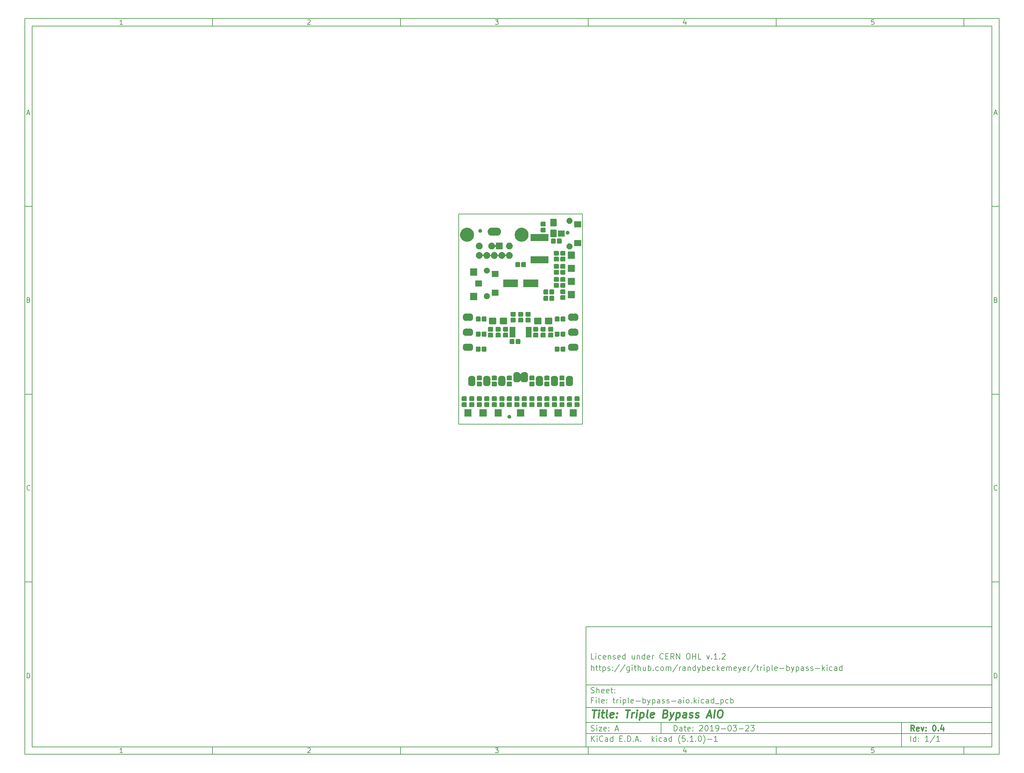
<source format=gbr>
G04 #@! TF.GenerationSoftware,KiCad,Pcbnew,(5.1.0)-1*
G04 #@! TF.CreationDate,2019-03-23T07:31:29-07:00*
G04 #@! TF.ProjectId,triple-bypass-aio,74726970-6c65-42d6-9279-706173732d61,0.4*
G04 #@! TF.SameCoordinates,Original*
G04 #@! TF.FileFunction,Soldermask,Top*
G04 #@! TF.FilePolarity,Negative*
%FSLAX46Y46*%
G04 Gerber Fmt 4.6, Leading zero omitted, Abs format (unit mm)*
G04 Created by KiCad (PCBNEW (5.1.0)-1) date 2019-03-23 07:31:29*
%MOMM*%
%LPD*%
G04 APERTURE LIST*
%ADD10C,0.100000*%
%ADD11C,0.150000*%
%ADD12C,0.300000*%
%ADD13C,0.400000*%
%ADD14C,0.200000*%
%ADD15C,0.203200*%
G04 APERTURE END LIST*
D10*
D11*
X159400000Y-171900000D02*
X159400000Y-203900000D01*
X267400000Y-203900000D01*
X267400000Y-171900000D01*
X159400000Y-171900000D01*
D10*
D11*
X10000000Y-10000000D02*
X10000000Y-205900000D01*
X269400000Y-205900000D01*
X269400000Y-10000000D01*
X10000000Y-10000000D01*
D10*
D11*
X12000000Y-12000000D02*
X12000000Y-203900000D01*
X267400000Y-203900000D01*
X267400000Y-12000000D01*
X12000000Y-12000000D01*
D10*
D11*
X60000000Y-12000000D02*
X60000000Y-10000000D01*
D10*
D11*
X110000000Y-12000000D02*
X110000000Y-10000000D01*
D10*
D11*
X160000000Y-12000000D02*
X160000000Y-10000000D01*
D10*
D11*
X210000000Y-12000000D02*
X210000000Y-10000000D01*
D10*
D11*
X260000000Y-12000000D02*
X260000000Y-10000000D01*
D10*
D11*
X36065476Y-11588095D02*
X35322619Y-11588095D01*
X35694047Y-11588095D02*
X35694047Y-10288095D01*
X35570238Y-10473809D01*
X35446428Y-10597619D01*
X35322619Y-10659523D01*
D10*
D11*
X85322619Y-10411904D02*
X85384523Y-10350000D01*
X85508333Y-10288095D01*
X85817857Y-10288095D01*
X85941666Y-10350000D01*
X86003571Y-10411904D01*
X86065476Y-10535714D01*
X86065476Y-10659523D01*
X86003571Y-10845238D01*
X85260714Y-11588095D01*
X86065476Y-11588095D01*
D10*
D11*
X135260714Y-10288095D02*
X136065476Y-10288095D01*
X135632142Y-10783333D01*
X135817857Y-10783333D01*
X135941666Y-10845238D01*
X136003571Y-10907142D01*
X136065476Y-11030952D01*
X136065476Y-11340476D01*
X136003571Y-11464285D01*
X135941666Y-11526190D01*
X135817857Y-11588095D01*
X135446428Y-11588095D01*
X135322619Y-11526190D01*
X135260714Y-11464285D01*
D10*
D11*
X185941666Y-10721428D02*
X185941666Y-11588095D01*
X185632142Y-10226190D02*
X185322619Y-11154761D01*
X186127380Y-11154761D01*
D10*
D11*
X236003571Y-10288095D02*
X235384523Y-10288095D01*
X235322619Y-10907142D01*
X235384523Y-10845238D01*
X235508333Y-10783333D01*
X235817857Y-10783333D01*
X235941666Y-10845238D01*
X236003571Y-10907142D01*
X236065476Y-11030952D01*
X236065476Y-11340476D01*
X236003571Y-11464285D01*
X235941666Y-11526190D01*
X235817857Y-11588095D01*
X235508333Y-11588095D01*
X235384523Y-11526190D01*
X235322619Y-11464285D01*
D10*
D11*
X60000000Y-203900000D02*
X60000000Y-205900000D01*
D10*
D11*
X110000000Y-203900000D02*
X110000000Y-205900000D01*
D10*
D11*
X160000000Y-203900000D02*
X160000000Y-205900000D01*
D10*
D11*
X210000000Y-203900000D02*
X210000000Y-205900000D01*
D10*
D11*
X260000000Y-203900000D02*
X260000000Y-205900000D01*
D10*
D11*
X36065476Y-205488095D02*
X35322619Y-205488095D01*
X35694047Y-205488095D02*
X35694047Y-204188095D01*
X35570238Y-204373809D01*
X35446428Y-204497619D01*
X35322619Y-204559523D01*
D10*
D11*
X85322619Y-204311904D02*
X85384523Y-204250000D01*
X85508333Y-204188095D01*
X85817857Y-204188095D01*
X85941666Y-204250000D01*
X86003571Y-204311904D01*
X86065476Y-204435714D01*
X86065476Y-204559523D01*
X86003571Y-204745238D01*
X85260714Y-205488095D01*
X86065476Y-205488095D01*
D10*
D11*
X135260714Y-204188095D02*
X136065476Y-204188095D01*
X135632142Y-204683333D01*
X135817857Y-204683333D01*
X135941666Y-204745238D01*
X136003571Y-204807142D01*
X136065476Y-204930952D01*
X136065476Y-205240476D01*
X136003571Y-205364285D01*
X135941666Y-205426190D01*
X135817857Y-205488095D01*
X135446428Y-205488095D01*
X135322619Y-205426190D01*
X135260714Y-205364285D01*
D10*
D11*
X185941666Y-204621428D02*
X185941666Y-205488095D01*
X185632142Y-204126190D02*
X185322619Y-205054761D01*
X186127380Y-205054761D01*
D10*
D11*
X236003571Y-204188095D02*
X235384523Y-204188095D01*
X235322619Y-204807142D01*
X235384523Y-204745238D01*
X235508333Y-204683333D01*
X235817857Y-204683333D01*
X235941666Y-204745238D01*
X236003571Y-204807142D01*
X236065476Y-204930952D01*
X236065476Y-205240476D01*
X236003571Y-205364285D01*
X235941666Y-205426190D01*
X235817857Y-205488095D01*
X235508333Y-205488095D01*
X235384523Y-205426190D01*
X235322619Y-205364285D01*
D10*
D11*
X10000000Y-60000000D02*
X12000000Y-60000000D01*
D10*
D11*
X10000000Y-110000000D02*
X12000000Y-110000000D01*
D10*
D11*
X10000000Y-160000000D02*
X12000000Y-160000000D01*
D10*
D11*
X10690476Y-35216666D02*
X11309523Y-35216666D01*
X10566666Y-35588095D02*
X11000000Y-34288095D01*
X11433333Y-35588095D01*
D10*
D11*
X11092857Y-84907142D02*
X11278571Y-84969047D01*
X11340476Y-85030952D01*
X11402380Y-85154761D01*
X11402380Y-85340476D01*
X11340476Y-85464285D01*
X11278571Y-85526190D01*
X11154761Y-85588095D01*
X10659523Y-85588095D01*
X10659523Y-84288095D01*
X11092857Y-84288095D01*
X11216666Y-84350000D01*
X11278571Y-84411904D01*
X11340476Y-84535714D01*
X11340476Y-84659523D01*
X11278571Y-84783333D01*
X11216666Y-84845238D01*
X11092857Y-84907142D01*
X10659523Y-84907142D01*
D10*
D11*
X11402380Y-135464285D02*
X11340476Y-135526190D01*
X11154761Y-135588095D01*
X11030952Y-135588095D01*
X10845238Y-135526190D01*
X10721428Y-135402380D01*
X10659523Y-135278571D01*
X10597619Y-135030952D01*
X10597619Y-134845238D01*
X10659523Y-134597619D01*
X10721428Y-134473809D01*
X10845238Y-134350000D01*
X11030952Y-134288095D01*
X11154761Y-134288095D01*
X11340476Y-134350000D01*
X11402380Y-134411904D01*
D10*
D11*
X10659523Y-185588095D02*
X10659523Y-184288095D01*
X10969047Y-184288095D01*
X11154761Y-184350000D01*
X11278571Y-184473809D01*
X11340476Y-184597619D01*
X11402380Y-184845238D01*
X11402380Y-185030952D01*
X11340476Y-185278571D01*
X11278571Y-185402380D01*
X11154761Y-185526190D01*
X10969047Y-185588095D01*
X10659523Y-185588095D01*
D10*
D11*
X269400000Y-60000000D02*
X267400000Y-60000000D01*
D10*
D11*
X269400000Y-110000000D02*
X267400000Y-110000000D01*
D10*
D11*
X269400000Y-160000000D02*
X267400000Y-160000000D01*
D10*
D11*
X268090476Y-35216666D02*
X268709523Y-35216666D01*
X267966666Y-35588095D02*
X268400000Y-34288095D01*
X268833333Y-35588095D01*
D10*
D11*
X268492857Y-84907142D02*
X268678571Y-84969047D01*
X268740476Y-85030952D01*
X268802380Y-85154761D01*
X268802380Y-85340476D01*
X268740476Y-85464285D01*
X268678571Y-85526190D01*
X268554761Y-85588095D01*
X268059523Y-85588095D01*
X268059523Y-84288095D01*
X268492857Y-84288095D01*
X268616666Y-84350000D01*
X268678571Y-84411904D01*
X268740476Y-84535714D01*
X268740476Y-84659523D01*
X268678571Y-84783333D01*
X268616666Y-84845238D01*
X268492857Y-84907142D01*
X268059523Y-84907142D01*
D10*
D11*
X268802380Y-135464285D02*
X268740476Y-135526190D01*
X268554761Y-135588095D01*
X268430952Y-135588095D01*
X268245238Y-135526190D01*
X268121428Y-135402380D01*
X268059523Y-135278571D01*
X267997619Y-135030952D01*
X267997619Y-134845238D01*
X268059523Y-134597619D01*
X268121428Y-134473809D01*
X268245238Y-134350000D01*
X268430952Y-134288095D01*
X268554761Y-134288095D01*
X268740476Y-134350000D01*
X268802380Y-134411904D01*
D10*
D11*
X268059523Y-185588095D02*
X268059523Y-184288095D01*
X268369047Y-184288095D01*
X268554761Y-184350000D01*
X268678571Y-184473809D01*
X268740476Y-184597619D01*
X268802380Y-184845238D01*
X268802380Y-185030952D01*
X268740476Y-185278571D01*
X268678571Y-185402380D01*
X268554761Y-185526190D01*
X268369047Y-185588095D01*
X268059523Y-185588095D01*
D10*
D11*
X182832142Y-199678571D02*
X182832142Y-198178571D01*
X183189285Y-198178571D01*
X183403571Y-198250000D01*
X183546428Y-198392857D01*
X183617857Y-198535714D01*
X183689285Y-198821428D01*
X183689285Y-199035714D01*
X183617857Y-199321428D01*
X183546428Y-199464285D01*
X183403571Y-199607142D01*
X183189285Y-199678571D01*
X182832142Y-199678571D01*
X184975000Y-199678571D02*
X184975000Y-198892857D01*
X184903571Y-198750000D01*
X184760714Y-198678571D01*
X184475000Y-198678571D01*
X184332142Y-198750000D01*
X184975000Y-199607142D02*
X184832142Y-199678571D01*
X184475000Y-199678571D01*
X184332142Y-199607142D01*
X184260714Y-199464285D01*
X184260714Y-199321428D01*
X184332142Y-199178571D01*
X184475000Y-199107142D01*
X184832142Y-199107142D01*
X184975000Y-199035714D01*
X185475000Y-198678571D02*
X186046428Y-198678571D01*
X185689285Y-198178571D02*
X185689285Y-199464285D01*
X185760714Y-199607142D01*
X185903571Y-199678571D01*
X186046428Y-199678571D01*
X187117857Y-199607142D02*
X186975000Y-199678571D01*
X186689285Y-199678571D01*
X186546428Y-199607142D01*
X186475000Y-199464285D01*
X186475000Y-198892857D01*
X186546428Y-198750000D01*
X186689285Y-198678571D01*
X186975000Y-198678571D01*
X187117857Y-198750000D01*
X187189285Y-198892857D01*
X187189285Y-199035714D01*
X186475000Y-199178571D01*
X187832142Y-199535714D02*
X187903571Y-199607142D01*
X187832142Y-199678571D01*
X187760714Y-199607142D01*
X187832142Y-199535714D01*
X187832142Y-199678571D01*
X187832142Y-198750000D02*
X187903571Y-198821428D01*
X187832142Y-198892857D01*
X187760714Y-198821428D01*
X187832142Y-198750000D01*
X187832142Y-198892857D01*
X189617857Y-198321428D02*
X189689285Y-198250000D01*
X189832142Y-198178571D01*
X190189285Y-198178571D01*
X190332142Y-198250000D01*
X190403571Y-198321428D01*
X190475000Y-198464285D01*
X190475000Y-198607142D01*
X190403571Y-198821428D01*
X189546428Y-199678571D01*
X190475000Y-199678571D01*
X191403571Y-198178571D02*
X191546428Y-198178571D01*
X191689285Y-198250000D01*
X191760714Y-198321428D01*
X191832142Y-198464285D01*
X191903571Y-198750000D01*
X191903571Y-199107142D01*
X191832142Y-199392857D01*
X191760714Y-199535714D01*
X191689285Y-199607142D01*
X191546428Y-199678571D01*
X191403571Y-199678571D01*
X191260714Y-199607142D01*
X191189285Y-199535714D01*
X191117857Y-199392857D01*
X191046428Y-199107142D01*
X191046428Y-198750000D01*
X191117857Y-198464285D01*
X191189285Y-198321428D01*
X191260714Y-198250000D01*
X191403571Y-198178571D01*
X193332142Y-199678571D02*
X192475000Y-199678571D01*
X192903571Y-199678571D02*
X192903571Y-198178571D01*
X192760714Y-198392857D01*
X192617857Y-198535714D01*
X192475000Y-198607142D01*
X194046428Y-199678571D02*
X194332142Y-199678571D01*
X194475000Y-199607142D01*
X194546428Y-199535714D01*
X194689285Y-199321428D01*
X194760714Y-199035714D01*
X194760714Y-198464285D01*
X194689285Y-198321428D01*
X194617857Y-198250000D01*
X194475000Y-198178571D01*
X194189285Y-198178571D01*
X194046428Y-198250000D01*
X193975000Y-198321428D01*
X193903571Y-198464285D01*
X193903571Y-198821428D01*
X193975000Y-198964285D01*
X194046428Y-199035714D01*
X194189285Y-199107142D01*
X194475000Y-199107142D01*
X194617857Y-199035714D01*
X194689285Y-198964285D01*
X194760714Y-198821428D01*
X195403571Y-199107142D02*
X196546428Y-199107142D01*
X197546428Y-198178571D02*
X197689285Y-198178571D01*
X197832142Y-198250000D01*
X197903571Y-198321428D01*
X197975000Y-198464285D01*
X198046428Y-198750000D01*
X198046428Y-199107142D01*
X197975000Y-199392857D01*
X197903571Y-199535714D01*
X197832142Y-199607142D01*
X197689285Y-199678571D01*
X197546428Y-199678571D01*
X197403571Y-199607142D01*
X197332142Y-199535714D01*
X197260714Y-199392857D01*
X197189285Y-199107142D01*
X197189285Y-198750000D01*
X197260714Y-198464285D01*
X197332142Y-198321428D01*
X197403571Y-198250000D01*
X197546428Y-198178571D01*
X198546428Y-198178571D02*
X199475000Y-198178571D01*
X198975000Y-198750000D01*
X199189285Y-198750000D01*
X199332142Y-198821428D01*
X199403571Y-198892857D01*
X199475000Y-199035714D01*
X199475000Y-199392857D01*
X199403571Y-199535714D01*
X199332142Y-199607142D01*
X199189285Y-199678571D01*
X198760714Y-199678571D01*
X198617857Y-199607142D01*
X198546428Y-199535714D01*
X200117857Y-199107142D02*
X201260714Y-199107142D01*
X201903571Y-198321428D02*
X201975000Y-198250000D01*
X202117857Y-198178571D01*
X202475000Y-198178571D01*
X202617857Y-198250000D01*
X202689285Y-198321428D01*
X202760714Y-198464285D01*
X202760714Y-198607142D01*
X202689285Y-198821428D01*
X201832142Y-199678571D01*
X202760714Y-199678571D01*
X203260714Y-198178571D02*
X204189285Y-198178571D01*
X203689285Y-198750000D01*
X203903571Y-198750000D01*
X204046428Y-198821428D01*
X204117857Y-198892857D01*
X204189285Y-199035714D01*
X204189285Y-199392857D01*
X204117857Y-199535714D01*
X204046428Y-199607142D01*
X203903571Y-199678571D01*
X203475000Y-199678571D01*
X203332142Y-199607142D01*
X203260714Y-199535714D01*
D10*
D11*
X159400000Y-200400000D02*
X267400000Y-200400000D01*
D10*
D11*
X160832142Y-202478571D02*
X160832142Y-200978571D01*
X161689285Y-202478571D02*
X161046428Y-201621428D01*
X161689285Y-200978571D02*
X160832142Y-201835714D01*
X162332142Y-202478571D02*
X162332142Y-201478571D01*
X162332142Y-200978571D02*
X162260714Y-201050000D01*
X162332142Y-201121428D01*
X162403571Y-201050000D01*
X162332142Y-200978571D01*
X162332142Y-201121428D01*
X163903571Y-202335714D02*
X163832142Y-202407142D01*
X163617857Y-202478571D01*
X163475000Y-202478571D01*
X163260714Y-202407142D01*
X163117857Y-202264285D01*
X163046428Y-202121428D01*
X162975000Y-201835714D01*
X162975000Y-201621428D01*
X163046428Y-201335714D01*
X163117857Y-201192857D01*
X163260714Y-201050000D01*
X163475000Y-200978571D01*
X163617857Y-200978571D01*
X163832142Y-201050000D01*
X163903571Y-201121428D01*
X165189285Y-202478571D02*
X165189285Y-201692857D01*
X165117857Y-201550000D01*
X164975000Y-201478571D01*
X164689285Y-201478571D01*
X164546428Y-201550000D01*
X165189285Y-202407142D02*
X165046428Y-202478571D01*
X164689285Y-202478571D01*
X164546428Y-202407142D01*
X164475000Y-202264285D01*
X164475000Y-202121428D01*
X164546428Y-201978571D01*
X164689285Y-201907142D01*
X165046428Y-201907142D01*
X165189285Y-201835714D01*
X166546428Y-202478571D02*
X166546428Y-200978571D01*
X166546428Y-202407142D02*
X166403571Y-202478571D01*
X166117857Y-202478571D01*
X165975000Y-202407142D01*
X165903571Y-202335714D01*
X165832142Y-202192857D01*
X165832142Y-201764285D01*
X165903571Y-201621428D01*
X165975000Y-201550000D01*
X166117857Y-201478571D01*
X166403571Y-201478571D01*
X166546428Y-201550000D01*
X168403571Y-201692857D02*
X168903571Y-201692857D01*
X169117857Y-202478571D02*
X168403571Y-202478571D01*
X168403571Y-200978571D01*
X169117857Y-200978571D01*
X169760714Y-202335714D02*
X169832142Y-202407142D01*
X169760714Y-202478571D01*
X169689285Y-202407142D01*
X169760714Y-202335714D01*
X169760714Y-202478571D01*
X170475000Y-202478571D02*
X170475000Y-200978571D01*
X170832142Y-200978571D01*
X171046428Y-201050000D01*
X171189285Y-201192857D01*
X171260714Y-201335714D01*
X171332142Y-201621428D01*
X171332142Y-201835714D01*
X171260714Y-202121428D01*
X171189285Y-202264285D01*
X171046428Y-202407142D01*
X170832142Y-202478571D01*
X170475000Y-202478571D01*
X171975000Y-202335714D02*
X172046428Y-202407142D01*
X171975000Y-202478571D01*
X171903571Y-202407142D01*
X171975000Y-202335714D01*
X171975000Y-202478571D01*
X172617857Y-202050000D02*
X173332142Y-202050000D01*
X172475000Y-202478571D02*
X172975000Y-200978571D01*
X173475000Y-202478571D01*
X173975000Y-202335714D02*
X174046428Y-202407142D01*
X173975000Y-202478571D01*
X173903571Y-202407142D01*
X173975000Y-202335714D01*
X173975000Y-202478571D01*
X176975000Y-202478571D02*
X176975000Y-200978571D01*
X177117857Y-201907142D02*
X177546428Y-202478571D01*
X177546428Y-201478571D02*
X176975000Y-202050000D01*
X178189285Y-202478571D02*
X178189285Y-201478571D01*
X178189285Y-200978571D02*
X178117857Y-201050000D01*
X178189285Y-201121428D01*
X178260714Y-201050000D01*
X178189285Y-200978571D01*
X178189285Y-201121428D01*
X179546428Y-202407142D02*
X179403571Y-202478571D01*
X179117857Y-202478571D01*
X178975000Y-202407142D01*
X178903571Y-202335714D01*
X178832142Y-202192857D01*
X178832142Y-201764285D01*
X178903571Y-201621428D01*
X178975000Y-201550000D01*
X179117857Y-201478571D01*
X179403571Y-201478571D01*
X179546428Y-201550000D01*
X180832142Y-202478571D02*
X180832142Y-201692857D01*
X180760714Y-201550000D01*
X180617857Y-201478571D01*
X180332142Y-201478571D01*
X180189285Y-201550000D01*
X180832142Y-202407142D02*
X180689285Y-202478571D01*
X180332142Y-202478571D01*
X180189285Y-202407142D01*
X180117857Y-202264285D01*
X180117857Y-202121428D01*
X180189285Y-201978571D01*
X180332142Y-201907142D01*
X180689285Y-201907142D01*
X180832142Y-201835714D01*
X182189285Y-202478571D02*
X182189285Y-200978571D01*
X182189285Y-202407142D02*
X182046428Y-202478571D01*
X181760714Y-202478571D01*
X181617857Y-202407142D01*
X181546428Y-202335714D01*
X181475000Y-202192857D01*
X181475000Y-201764285D01*
X181546428Y-201621428D01*
X181617857Y-201550000D01*
X181760714Y-201478571D01*
X182046428Y-201478571D01*
X182189285Y-201550000D01*
X184475000Y-203050000D02*
X184403571Y-202978571D01*
X184260714Y-202764285D01*
X184189285Y-202621428D01*
X184117857Y-202407142D01*
X184046428Y-202050000D01*
X184046428Y-201764285D01*
X184117857Y-201407142D01*
X184189285Y-201192857D01*
X184260714Y-201050000D01*
X184403571Y-200835714D01*
X184475000Y-200764285D01*
X185760714Y-200978571D02*
X185046428Y-200978571D01*
X184975000Y-201692857D01*
X185046428Y-201621428D01*
X185189285Y-201550000D01*
X185546428Y-201550000D01*
X185689285Y-201621428D01*
X185760714Y-201692857D01*
X185832142Y-201835714D01*
X185832142Y-202192857D01*
X185760714Y-202335714D01*
X185689285Y-202407142D01*
X185546428Y-202478571D01*
X185189285Y-202478571D01*
X185046428Y-202407142D01*
X184975000Y-202335714D01*
X186475000Y-202335714D02*
X186546428Y-202407142D01*
X186475000Y-202478571D01*
X186403571Y-202407142D01*
X186475000Y-202335714D01*
X186475000Y-202478571D01*
X187975000Y-202478571D02*
X187117857Y-202478571D01*
X187546428Y-202478571D02*
X187546428Y-200978571D01*
X187403571Y-201192857D01*
X187260714Y-201335714D01*
X187117857Y-201407142D01*
X188617857Y-202335714D02*
X188689285Y-202407142D01*
X188617857Y-202478571D01*
X188546428Y-202407142D01*
X188617857Y-202335714D01*
X188617857Y-202478571D01*
X189617857Y-200978571D02*
X189760714Y-200978571D01*
X189903571Y-201050000D01*
X189975000Y-201121428D01*
X190046428Y-201264285D01*
X190117857Y-201550000D01*
X190117857Y-201907142D01*
X190046428Y-202192857D01*
X189975000Y-202335714D01*
X189903571Y-202407142D01*
X189760714Y-202478571D01*
X189617857Y-202478571D01*
X189475000Y-202407142D01*
X189403571Y-202335714D01*
X189332142Y-202192857D01*
X189260714Y-201907142D01*
X189260714Y-201550000D01*
X189332142Y-201264285D01*
X189403571Y-201121428D01*
X189475000Y-201050000D01*
X189617857Y-200978571D01*
X190617857Y-203050000D02*
X190689285Y-202978571D01*
X190832142Y-202764285D01*
X190903571Y-202621428D01*
X190975000Y-202407142D01*
X191046428Y-202050000D01*
X191046428Y-201764285D01*
X190975000Y-201407142D01*
X190903571Y-201192857D01*
X190832142Y-201050000D01*
X190689285Y-200835714D01*
X190617857Y-200764285D01*
X191760714Y-201907142D02*
X192903571Y-201907142D01*
X194403571Y-202478571D02*
X193546428Y-202478571D01*
X193975000Y-202478571D02*
X193975000Y-200978571D01*
X193832142Y-201192857D01*
X193689285Y-201335714D01*
X193546428Y-201407142D01*
D10*
D11*
X159400000Y-197400000D02*
X267400000Y-197400000D01*
D10*
D12*
X246809285Y-199678571D02*
X246309285Y-198964285D01*
X245952142Y-199678571D02*
X245952142Y-198178571D01*
X246523571Y-198178571D01*
X246666428Y-198250000D01*
X246737857Y-198321428D01*
X246809285Y-198464285D01*
X246809285Y-198678571D01*
X246737857Y-198821428D01*
X246666428Y-198892857D01*
X246523571Y-198964285D01*
X245952142Y-198964285D01*
X248023571Y-199607142D02*
X247880714Y-199678571D01*
X247595000Y-199678571D01*
X247452142Y-199607142D01*
X247380714Y-199464285D01*
X247380714Y-198892857D01*
X247452142Y-198750000D01*
X247595000Y-198678571D01*
X247880714Y-198678571D01*
X248023571Y-198750000D01*
X248095000Y-198892857D01*
X248095000Y-199035714D01*
X247380714Y-199178571D01*
X248595000Y-198678571D02*
X248952142Y-199678571D01*
X249309285Y-198678571D01*
X249880714Y-199535714D02*
X249952142Y-199607142D01*
X249880714Y-199678571D01*
X249809285Y-199607142D01*
X249880714Y-199535714D01*
X249880714Y-199678571D01*
X249880714Y-198750000D02*
X249952142Y-198821428D01*
X249880714Y-198892857D01*
X249809285Y-198821428D01*
X249880714Y-198750000D01*
X249880714Y-198892857D01*
X252023571Y-198178571D02*
X252166428Y-198178571D01*
X252309285Y-198250000D01*
X252380714Y-198321428D01*
X252452142Y-198464285D01*
X252523571Y-198750000D01*
X252523571Y-199107142D01*
X252452142Y-199392857D01*
X252380714Y-199535714D01*
X252309285Y-199607142D01*
X252166428Y-199678571D01*
X252023571Y-199678571D01*
X251880714Y-199607142D01*
X251809285Y-199535714D01*
X251737857Y-199392857D01*
X251666428Y-199107142D01*
X251666428Y-198750000D01*
X251737857Y-198464285D01*
X251809285Y-198321428D01*
X251880714Y-198250000D01*
X252023571Y-198178571D01*
X253166428Y-199535714D02*
X253237857Y-199607142D01*
X253166428Y-199678571D01*
X253095000Y-199607142D01*
X253166428Y-199535714D01*
X253166428Y-199678571D01*
X254523571Y-198678571D02*
X254523571Y-199678571D01*
X254166428Y-198107142D02*
X253809285Y-199178571D01*
X254737857Y-199178571D01*
D10*
D11*
X160760714Y-199607142D02*
X160975000Y-199678571D01*
X161332142Y-199678571D01*
X161475000Y-199607142D01*
X161546428Y-199535714D01*
X161617857Y-199392857D01*
X161617857Y-199250000D01*
X161546428Y-199107142D01*
X161475000Y-199035714D01*
X161332142Y-198964285D01*
X161046428Y-198892857D01*
X160903571Y-198821428D01*
X160832142Y-198750000D01*
X160760714Y-198607142D01*
X160760714Y-198464285D01*
X160832142Y-198321428D01*
X160903571Y-198250000D01*
X161046428Y-198178571D01*
X161403571Y-198178571D01*
X161617857Y-198250000D01*
X162260714Y-199678571D02*
X162260714Y-198678571D01*
X162260714Y-198178571D02*
X162189285Y-198250000D01*
X162260714Y-198321428D01*
X162332142Y-198250000D01*
X162260714Y-198178571D01*
X162260714Y-198321428D01*
X162832142Y-198678571D02*
X163617857Y-198678571D01*
X162832142Y-199678571D01*
X163617857Y-199678571D01*
X164760714Y-199607142D02*
X164617857Y-199678571D01*
X164332142Y-199678571D01*
X164189285Y-199607142D01*
X164117857Y-199464285D01*
X164117857Y-198892857D01*
X164189285Y-198750000D01*
X164332142Y-198678571D01*
X164617857Y-198678571D01*
X164760714Y-198750000D01*
X164832142Y-198892857D01*
X164832142Y-199035714D01*
X164117857Y-199178571D01*
X165475000Y-199535714D02*
X165546428Y-199607142D01*
X165475000Y-199678571D01*
X165403571Y-199607142D01*
X165475000Y-199535714D01*
X165475000Y-199678571D01*
X165475000Y-198750000D02*
X165546428Y-198821428D01*
X165475000Y-198892857D01*
X165403571Y-198821428D01*
X165475000Y-198750000D01*
X165475000Y-198892857D01*
X167260714Y-199250000D02*
X167975000Y-199250000D01*
X167117857Y-199678571D02*
X167617857Y-198178571D01*
X168117857Y-199678571D01*
D10*
D11*
X245832142Y-202478571D02*
X245832142Y-200978571D01*
X247189285Y-202478571D02*
X247189285Y-200978571D01*
X247189285Y-202407142D02*
X247046428Y-202478571D01*
X246760714Y-202478571D01*
X246617857Y-202407142D01*
X246546428Y-202335714D01*
X246475000Y-202192857D01*
X246475000Y-201764285D01*
X246546428Y-201621428D01*
X246617857Y-201550000D01*
X246760714Y-201478571D01*
X247046428Y-201478571D01*
X247189285Y-201550000D01*
X247903571Y-202335714D02*
X247975000Y-202407142D01*
X247903571Y-202478571D01*
X247832142Y-202407142D01*
X247903571Y-202335714D01*
X247903571Y-202478571D01*
X247903571Y-201550000D02*
X247975000Y-201621428D01*
X247903571Y-201692857D01*
X247832142Y-201621428D01*
X247903571Y-201550000D01*
X247903571Y-201692857D01*
X250546428Y-202478571D02*
X249689285Y-202478571D01*
X250117857Y-202478571D02*
X250117857Y-200978571D01*
X249975000Y-201192857D01*
X249832142Y-201335714D01*
X249689285Y-201407142D01*
X252260714Y-200907142D02*
X250975000Y-202835714D01*
X253546428Y-202478571D02*
X252689285Y-202478571D01*
X253117857Y-202478571D02*
X253117857Y-200978571D01*
X252975000Y-201192857D01*
X252832142Y-201335714D01*
X252689285Y-201407142D01*
D10*
D11*
X159400000Y-193400000D02*
X267400000Y-193400000D01*
D10*
D13*
X161112380Y-194104761D02*
X162255238Y-194104761D01*
X161433809Y-196104761D02*
X161683809Y-194104761D01*
X162671904Y-196104761D02*
X162838571Y-194771428D01*
X162921904Y-194104761D02*
X162814761Y-194200000D01*
X162898095Y-194295238D01*
X163005238Y-194200000D01*
X162921904Y-194104761D01*
X162898095Y-194295238D01*
X163505238Y-194771428D02*
X164267142Y-194771428D01*
X163874285Y-194104761D02*
X163660000Y-195819047D01*
X163731428Y-196009523D01*
X163910000Y-196104761D01*
X164100476Y-196104761D01*
X165052857Y-196104761D02*
X164874285Y-196009523D01*
X164802857Y-195819047D01*
X165017142Y-194104761D01*
X166588571Y-196009523D02*
X166386190Y-196104761D01*
X166005238Y-196104761D01*
X165826666Y-196009523D01*
X165755238Y-195819047D01*
X165850476Y-195057142D01*
X165969523Y-194866666D01*
X166171904Y-194771428D01*
X166552857Y-194771428D01*
X166731428Y-194866666D01*
X166802857Y-195057142D01*
X166779047Y-195247619D01*
X165802857Y-195438095D01*
X167552857Y-195914285D02*
X167636190Y-196009523D01*
X167529047Y-196104761D01*
X167445714Y-196009523D01*
X167552857Y-195914285D01*
X167529047Y-196104761D01*
X167683809Y-194866666D02*
X167767142Y-194961904D01*
X167660000Y-195057142D01*
X167576666Y-194961904D01*
X167683809Y-194866666D01*
X167660000Y-195057142D01*
X169969523Y-194104761D02*
X171112380Y-194104761D01*
X170290952Y-196104761D02*
X170540952Y-194104761D01*
X171529047Y-196104761D02*
X171695714Y-194771428D01*
X171648095Y-195152380D02*
X171767142Y-194961904D01*
X171874285Y-194866666D01*
X172076666Y-194771428D01*
X172267142Y-194771428D01*
X172767142Y-196104761D02*
X172933809Y-194771428D01*
X173017142Y-194104761D02*
X172910000Y-194200000D01*
X172993333Y-194295238D01*
X173100476Y-194200000D01*
X173017142Y-194104761D01*
X172993333Y-194295238D01*
X173886190Y-194771428D02*
X173636190Y-196771428D01*
X173874285Y-194866666D02*
X174076666Y-194771428D01*
X174457619Y-194771428D01*
X174636190Y-194866666D01*
X174719523Y-194961904D01*
X174790952Y-195152380D01*
X174719523Y-195723809D01*
X174600476Y-195914285D01*
X174493333Y-196009523D01*
X174290952Y-196104761D01*
X173910000Y-196104761D01*
X173731428Y-196009523D01*
X175814761Y-196104761D02*
X175636190Y-196009523D01*
X175564761Y-195819047D01*
X175779047Y-194104761D01*
X177350476Y-196009523D02*
X177148095Y-196104761D01*
X176767142Y-196104761D01*
X176588571Y-196009523D01*
X176517142Y-195819047D01*
X176612380Y-195057142D01*
X176731428Y-194866666D01*
X176933809Y-194771428D01*
X177314761Y-194771428D01*
X177493333Y-194866666D01*
X177564761Y-195057142D01*
X177540952Y-195247619D01*
X176564761Y-195438095D01*
X180612380Y-195057142D02*
X180886190Y-195152380D01*
X180969523Y-195247619D01*
X181040952Y-195438095D01*
X181005238Y-195723809D01*
X180886190Y-195914285D01*
X180779047Y-196009523D01*
X180576666Y-196104761D01*
X179814761Y-196104761D01*
X180064761Y-194104761D01*
X180731428Y-194104761D01*
X180910000Y-194200000D01*
X180993333Y-194295238D01*
X181064761Y-194485714D01*
X181040952Y-194676190D01*
X180921904Y-194866666D01*
X180814761Y-194961904D01*
X180612380Y-195057142D01*
X179945714Y-195057142D01*
X181790952Y-194771428D02*
X182100476Y-196104761D01*
X182743333Y-194771428D02*
X182100476Y-196104761D01*
X181850476Y-196580952D01*
X181743333Y-196676190D01*
X181540952Y-196771428D01*
X183505238Y-194771428D02*
X183255238Y-196771428D01*
X183493333Y-194866666D02*
X183695714Y-194771428D01*
X184076666Y-194771428D01*
X184255238Y-194866666D01*
X184338571Y-194961904D01*
X184410000Y-195152380D01*
X184338571Y-195723809D01*
X184219523Y-195914285D01*
X184112380Y-196009523D01*
X183910000Y-196104761D01*
X183529047Y-196104761D01*
X183350476Y-196009523D01*
X186005238Y-196104761D02*
X186136190Y-195057142D01*
X186064761Y-194866666D01*
X185886190Y-194771428D01*
X185505238Y-194771428D01*
X185302857Y-194866666D01*
X186017142Y-196009523D02*
X185814761Y-196104761D01*
X185338571Y-196104761D01*
X185160000Y-196009523D01*
X185088571Y-195819047D01*
X185112380Y-195628571D01*
X185231428Y-195438095D01*
X185433809Y-195342857D01*
X185910000Y-195342857D01*
X186112380Y-195247619D01*
X186874285Y-196009523D02*
X187052857Y-196104761D01*
X187433809Y-196104761D01*
X187636190Y-196009523D01*
X187755238Y-195819047D01*
X187767142Y-195723809D01*
X187695714Y-195533333D01*
X187517142Y-195438095D01*
X187231428Y-195438095D01*
X187052857Y-195342857D01*
X186981428Y-195152380D01*
X186993333Y-195057142D01*
X187112380Y-194866666D01*
X187314761Y-194771428D01*
X187600476Y-194771428D01*
X187779047Y-194866666D01*
X188493333Y-196009523D02*
X188671904Y-196104761D01*
X189052857Y-196104761D01*
X189255238Y-196009523D01*
X189374285Y-195819047D01*
X189386190Y-195723809D01*
X189314761Y-195533333D01*
X189136190Y-195438095D01*
X188850476Y-195438095D01*
X188671904Y-195342857D01*
X188600476Y-195152380D01*
X188612380Y-195057142D01*
X188731428Y-194866666D01*
X188933809Y-194771428D01*
X189219523Y-194771428D01*
X189398095Y-194866666D01*
X191695714Y-195533333D02*
X192648095Y-195533333D01*
X191433809Y-196104761D02*
X192350476Y-194104761D01*
X192767142Y-196104761D01*
X193433809Y-196104761D02*
X193683809Y-194104761D01*
X195017142Y-194104761D02*
X195398095Y-194104761D01*
X195576666Y-194200000D01*
X195743333Y-194390476D01*
X195790952Y-194771428D01*
X195707619Y-195438095D01*
X195564761Y-195819047D01*
X195350476Y-196009523D01*
X195148095Y-196104761D01*
X194767142Y-196104761D01*
X194588571Y-196009523D01*
X194421904Y-195819047D01*
X194374285Y-195438095D01*
X194457619Y-194771428D01*
X194600476Y-194390476D01*
X194814761Y-194200000D01*
X195017142Y-194104761D01*
D10*
D11*
X161332142Y-191492857D02*
X160832142Y-191492857D01*
X160832142Y-192278571D02*
X160832142Y-190778571D01*
X161546428Y-190778571D01*
X162117857Y-192278571D02*
X162117857Y-191278571D01*
X162117857Y-190778571D02*
X162046428Y-190850000D01*
X162117857Y-190921428D01*
X162189285Y-190850000D01*
X162117857Y-190778571D01*
X162117857Y-190921428D01*
X163046428Y-192278571D02*
X162903571Y-192207142D01*
X162832142Y-192064285D01*
X162832142Y-190778571D01*
X164189285Y-192207142D02*
X164046428Y-192278571D01*
X163760714Y-192278571D01*
X163617857Y-192207142D01*
X163546428Y-192064285D01*
X163546428Y-191492857D01*
X163617857Y-191350000D01*
X163760714Y-191278571D01*
X164046428Y-191278571D01*
X164189285Y-191350000D01*
X164260714Y-191492857D01*
X164260714Y-191635714D01*
X163546428Y-191778571D01*
X164903571Y-192135714D02*
X164975000Y-192207142D01*
X164903571Y-192278571D01*
X164832142Y-192207142D01*
X164903571Y-192135714D01*
X164903571Y-192278571D01*
X164903571Y-191350000D02*
X164975000Y-191421428D01*
X164903571Y-191492857D01*
X164832142Y-191421428D01*
X164903571Y-191350000D01*
X164903571Y-191492857D01*
X166546428Y-191278571D02*
X167117857Y-191278571D01*
X166760714Y-190778571D02*
X166760714Y-192064285D01*
X166832142Y-192207142D01*
X166975000Y-192278571D01*
X167117857Y-192278571D01*
X167617857Y-192278571D02*
X167617857Y-191278571D01*
X167617857Y-191564285D02*
X167689285Y-191421428D01*
X167760714Y-191350000D01*
X167903571Y-191278571D01*
X168046428Y-191278571D01*
X168546428Y-192278571D02*
X168546428Y-191278571D01*
X168546428Y-190778571D02*
X168475000Y-190850000D01*
X168546428Y-190921428D01*
X168617857Y-190850000D01*
X168546428Y-190778571D01*
X168546428Y-190921428D01*
X169260714Y-191278571D02*
X169260714Y-192778571D01*
X169260714Y-191350000D02*
X169403571Y-191278571D01*
X169689285Y-191278571D01*
X169832142Y-191350000D01*
X169903571Y-191421428D01*
X169975000Y-191564285D01*
X169975000Y-191992857D01*
X169903571Y-192135714D01*
X169832142Y-192207142D01*
X169689285Y-192278571D01*
X169403571Y-192278571D01*
X169260714Y-192207142D01*
X170832142Y-192278571D02*
X170689285Y-192207142D01*
X170617857Y-192064285D01*
X170617857Y-190778571D01*
X171975000Y-192207142D02*
X171832142Y-192278571D01*
X171546428Y-192278571D01*
X171403571Y-192207142D01*
X171332142Y-192064285D01*
X171332142Y-191492857D01*
X171403571Y-191350000D01*
X171546428Y-191278571D01*
X171832142Y-191278571D01*
X171975000Y-191350000D01*
X172046428Y-191492857D01*
X172046428Y-191635714D01*
X171332142Y-191778571D01*
X172689285Y-191707142D02*
X173832142Y-191707142D01*
X174546428Y-192278571D02*
X174546428Y-190778571D01*
X174546428Y-191350000D02*
X174689285Y-191278571D01*
X174975000Y-191278571D01*
X175117857Y-191350000D01*
X175189285Y-191421428D01*
X175260714Y-191564285D01*
X175260714Y-191992857D01*
X175189285Y-192135714D01*
X175117857Y-192207142D01*
X174975000Y-192278571D01*
X174689285Y-192278571D01*
X174546428Y-192207142D01*
X175760714Y-191278571D02*
X176117857Y-192278571D01*
X176475000Y-191278571D02*
X176117857Y-192278571D01*
X175975000Y-192635714D01*
X175903571Y-192707142D01*
X175760714Y-192778571D01*
X177046428Y-191278571D02*
X177046428Y-192778571D01*
X177046428Y-191350000D02*
X177189285Y-191278571D01*
X177475000Y-191278571D01*
X177617857Y-191350000D01*
X177689285Y-191421428D01*
X177760714Y-191564285D01*
X177760714Y-191992857D01*
X177689285Y-192135714D01*
X177617857Y-192207142D01*
X177475000Y-192278571D01*
X177189285Y-192278571D01*
X177046428Y-192207142D01*
X179046428Y-192278571D02*
X179046428Y-191492857D01*
X178975000Y-191350000D01*
X178832142Y-191278571D01*
X178546428Y-191278571D01*
X178403571Y-191350000D01*
X179046428Y-192207142D02*
X178903571Y-192278571D01*
X178546428Y-192278571D01*
X178403571Y-192207142D01*
X178332142Y-192064285D01*
X178332142Y-191921428D01*
X178403571Y-191778571D01*
X178546428Y-191707142D01*
X178903571Y-191707142D01*
X179046428Y-191635714D01*
X179689285Y-192207142D02*
X179832142Y-192278571D01*
X180117857Y-192278571D01*
X180260714Y-192207142D01*
X180332142Y-192064285D01*
X180332142Y-191992857D01*
X180260714Y-191850000D01*
X180117857Y-191778571D01*
X179903571Y-191778571D01*
X179760714Y-191707142D01*
X179689285Y-191564285D01*
X179689285Y-191492857D01*
X179760714Y-191350000D01*
X179903571Y-191278571D01*
X180117857Y-191278571D01*
X180260714Y-191350000D01*
X180903571Y-192207142D02*
X181046428Y-192278571D01*
X181332142Y-192278571D01*
X181475000Y-192207142D01*
X181546428Y-192064285D01*
X181546428Y-191992857D01*
X181475000Y-191850000D01*
X181332142Y-191778571D01*
X181117857Y-191778571D01*
X180975000Y-191707142D01*
X180903571Y-191564285D01*
X180903571Y-191492857D01*
X180975000Y-191350000D01*
X181117857Y-191278571D01*
X181332142Y-191278571D01*
X181475000Y-191350000D01*
X182189285Y-191707142D02*
X183332142Y-191707142D01*
X184689285Y-192278571D02*
X184689285Y-191492857D01*
X184617857Y-191350000D01*
X184475000Y-191278571D01*
X184189285Y-191278571D01*
X184046428Y-191350000D01*
X184689285Y-192207142D02*
X184546428Y-192278571D01*
X184189285Y-192278571D01*
X184046428Y-192207142D01*
X183975000Y-192064285D01*
X183975000Y-191921428D01*
X184046428Y-191778571D01*
X184189285Y-191707142D01*
X184546428Y-191707142D01*
X184689285Y-191635714D01*
X185403571Y-192278571D02*
X185403571Y-191278571D01*
X185403571Y-190778571D02*
X185332142Y-190850000D01*
X185403571Y-190921428D01*
X185475000Y-190850000D01*
X185403571Y-190778571D01*
X185403571Y-190921428D01*
X186332142Y-192278571D02*
X186189285Y-192207142D01*
X186117857Y-192135714D01*
X186046428Y-191992857D01*
X186046428Y-191564285D01*
X186117857Y-191421428D01*
X186189285Y-191350000D01*
X186332142Y-191278571D01*
X186546428Y-191278571D01*
X186689285Y-191350000D01*
X186760714Y-191421428D01*
X186832142Y-191564285D01*
X186832142Y-191992857D01*
X186760714Y-192135714D01*
X186689285Y-192207142D01*
X186546428Y-192278571D01*
X186332142Y-192278571D01*
X187475000Y-192135714D02*
X187546428Y-192207142D01*
X187475000Y-192278571D01*
X187403571Y-192207142D01*
X187475000Y-192135714D01*
X187475000Y-192278571D01*
X188189285Y-192278571D02*
X188189285Y-190778571D01*
X188332142Y-191707142D02*
X188760714Y-192278571D01*
X188760714Y-191278571D02*
X188189285Y-191850000D01*
X189403571Y-192278571D02*
X189403571Y-191278571D01*
X189403571Y-190778571D02*
X189332142Y-190850000D01*
X189403571Y-190921428D01*
X189475000Y-190850000D01*
X189403571Y-190778571D01*
X189403571Y-190921428D01*
X190760714Y-192207142D02*
X190617857Y-192278571D01*
X190332142Y-192278571D01*
X190189285Y-192207142D01*
X190117857Y-192135714D01*
X190046428Y-191992857D01*
X190046428Y-191564285D01*
X190117857Y-191421428D01*
X190189285Y-191350000D01*
X190332142Y-191278571D01*
X190617857Y-191278571D01*
X190760714Y-191350000D01*
X192046428Y-192278571D02*
X192046428Y-191492857D01*
X191975000Y-191350000D01*
X191832142Y-191278571D01*
X191546428Y-191278571D01*
X191403571Y-191350000D01*
X192046428Y-192207142D02*
X191903571Y-192278571D01*
X191546428Y-192278571D01*
X191403571Y-192207142D01*
X191332142Y-192064285D01*
X191332142Y-191921428D01*
X191403571Y-191778571D01*
X191546428Y-191707142D01*
X191903571Y-191707142D01*
X192046428Y-191635714D01*
X193403571Y-192278571D02*
X193403571Y-190778571D01*
X193403571Y-192207142D02*
X193260714Y-192278571D01*
X192975000Y-192278571D01*
X192832142Y-192207142D01*
X192760714Y-192135714D01*
X192689285Y-191992857D01*
X192689285Y-191564285D01*
X192760714Y-191421428D01*
X192832142Y-191350000D01*
X192975000Y-191278571D01*
X193260714Y-191278571D01*
X193403571Y-191350000D01*
X193760714Y-192421428D02*
X194903571Y-192421428D01*
X195260714Y-191278571D02*
X195260714Y-192778571D01*
X195260714Y-191350000D02*
X195403571Y-191278571D01*
X195689285Y-191278571D01*
X195832142Y-191350000D01*
X195903571Y-191421428D01*
X195975000Y-191564285D01*
X195975000Y-191992857D01*
X195903571Y-192135714D01*
X195832142Y-192207142D01*
X195689285Y-192278571D01*
X195403571Y-192278571D01*
X195260714Y-192207142D01*
X197260714Y-192207142D02*
X197117857Y-192278571D01*
X196832142Y-192278571D01*
X196689285Y-192207142D01*
X196617857Y-192135714D01*
X196546428Y-191992857D01*
X196546428Y-191564285D01*
X196617857Y-191421428D01*
X196689285Y-191350000D01*
X196832142Y-191278571D01*
X197117857Y-191278571D01*
X197260714Y-191350000D01*
X197903571Y-192278571D02*
X197903571Y-190778571D01*
X197903571Y-191350000D02*
X198046428Y-191278571D01*
X198332142Y-191278571D01*
X198475000Y-191350000D01*
X198546428Y-191421428D01*
X198617857Y-191564285D01*
X198617857Y-191992857D01*
X198546428Y-192135714D01*
X198475000Y-192207142D01*
X198332142Y-192278571D01*
X198046428Y-192278571D01*
X197903571Y-192207142D01*
D10*
D11*
X159400000Y-187400000D02*
X267400000Y-187400000D01*
D10*
D11*
X160760714Y-189507142D02*
X160975000Y-189578571D01*
X161332142Y-189578571D01*
X161475000Y-189507142D01*
X161546428Y-189435714D01*
X161617857Y-189292857D01*
X161617857Y-189150000D01*
X161546428Y-189007142D01*
X161475000Y-188935714D01*
X161332142Y-188864285D01*
X161046428Y-188792857D01*
X160903571Y-188721428D01*
X160832142Y-188650000D01*
X160760714Y-188507142D01*
X160760714Y-188364285D01*
X160832142Y-188221428D01*
X160903571Y-188150000D01*
X161046428Y-188078571D01*
X161403571Y-188078571D01*
X161617857Y-188150000D01*
X162260714Y-189578571D02*
X162260714Y-188078571D01*
X162903571Y-189578571D02*
X162903571Y-188792857D01*
X162832142Y-188650000D01*
X162689285Y-188578571D01*
X162475000Y-188578571D01*
X162332142Y-188650000D01*
X162260714Y-188721428D01*
X164189285Y-189507142D02*
X164046428Y-189578571D01*
X163760714Y-189578571D01*
X163617857Y-189507142D01*
X163546428Y-189364285D01*
X163546428Y-188792857D01*
X163617857Y-188650000D01*
X163760714Y-188578571D01*
X164046428Y-188578571D01*
X164189285Y-188650000D01*
X164260714Y-188792857D01*
X164260714Y-188935714D01*
X163546428Y-189078571D01*
X165475000Y-189507142D02*
X165332142Y-189578571D01*
X165046428Y-189578571D01*
X164903571Y-189507142D01*
X164832142Y-189364285D01*
X164832142Y-188792857D01*
X164903571Y-188650000D01*
X165046428Y-188578571D01*
X165332142Y-188578571D01*
X165475000Y-188650000D01*
X165546428Y-188792857D01*
X165546428Y-188935714D01*
X164832142Y-189078571D01*
X165975000Y-188578571D02*
X166546428Y-188578571D01*
X166189285Y-188078571D02*
X166189285Y-189364285D01*
X166260714Y-189507142D01*
X166403571Y-189578571D01*
X166546428Y-189578571D01*
X167046428Y-189435714D02*
X167117857Y-189507142D01*
X167046428Y-189578571D01*
X166975000Y-189507142D01*
X167046428Y-189435714D01*
X167046428Y-189578571D01*
X167046428Y-188650000D02*
X167117857Y-188721428D01*
X167046428Y-188792857D01*
X166975000Y-188721428D01*
X167046428Y-188650000D01*
X167046428Y-188792857D01*
D10*
D11*
X160832142Y-183578571D02*
X160832142Y-182078571D01*
X161475000Y-183578571D02*
X161475000Y-182792857D01*
X161403571Y-182650000D01*
X161260714Y-182578571D01*
X161046428Y-182578571D01*
X160903571Y-182650000D01*
X160832142Y-182721428D01*
X161975000Y-182578571D02*
X162546428Y-182578571D01*
X162189285Y-182078571D02*
X162189285Y-183364285D01*
X162260714Y-183507142D01*
X162403571Y-183578571D01*
X162546428Y-183578571D01*
X162832142Y-182578571D02*
X163403571Y-182578571D01*
X163046428Y-182078571D02*
X163046428Y-183364285D01*
X163117857Y-183507142D01*
X163260714Y-183578571D01*
X163403571Y-183578571D01*
X163903571Y-182578571D02*
X163903571Y-184078571D01*
X163903571Y-182650000D02*
X164046428Y-182578571D01*
X164332142Y-182578571D01*
X164475000Y-182650000D01*
X164546428Y-182721428D01*
X164617857Y-182864285D01*
X164617857Y-183292857D01*
X164546428Y-183435714D01*
X164475000Y-183507142D01*
X164332142Y-183578571D01*
X164046428Y-183578571D01*
X163903571Y-183507142D01*
X165189285Y-183507142D02*
X165332142Y-183578571D01*
X165617857Y-183578571D01*
X165760714Y-183507142D01*
X165832142Y-183364285D01*
X165832142Y-183292857D01*
X165760714Y-183150000D01*
X165617857Y-183078571D01*
X165403571Y-183078571D01*
X165260714Y-183007142D01*
X165189285Y-182864285D01*
X165189285Y-182792857D01*
X165260714Y-182650000D01*
X165403571Y-182578571D01*
X165617857Y-182578571D01*
X165760714Y-182650000D01*
X166475000Y-183435714D02*
X166546428Y-183507142D01*
X166475000Y-183578571D01*
X166403571Y-183507142D01*
X166475000Y-183435714D01*
X166475000Y-183578571D01*
X166475000Y-182650000D02*
X166546428Y-182721428D01*
X166475000Y-182792857D01*
X166403571Y-182721428D01*
X166475000Y-182650000D01*
X166475000Y-182792857D01*
X168260714Y-182007142D02*
X166975000Y-183935714D01*
X169832142Y-182007142D02*
X168546428Y-183935714D01*
X170975000Y-182578571D02*
X170975000Y-183792857D01*
X170903571Y-183935714D01*
X170832142Y-184007142D01*
X170689285Y-184078571D01*
X170475000Y-184078571D01*
X170332142Y-184007142D01*
X170975000Y-183507142D02*
X170832142Y-183578571D01*
X170546428Y-183578571D01*
X170403571Y-183507142D01*
X170332142Y-183435714D01*
X170260714Y-183292857D01*
X170260714Y-182864285D01*
X170332142Y-182721428D01*
X170403571Y-182650000D01*
X170546428Y-182578571D01*
X170832142Y-182578571D01*
X170975000Y-182650000D01*
X171689285Y-183578571D02*
X171689285Y-182578571D01*
X171689285Y-182078571D02*
X171617857Y-182150000D01*
X171689285Y-182221428D01*
X171760714Y-182150000D01*
X171689285Y-182078571D01*
X171689285Y-182221428D01*
X172189285Y-182578571D02*
X172760714Y-182578571D01*
X172403571Y-182078571D02*
X172403571Y-183364285D01*
X172475000Y-183507142D01*
X172617857Y-183578571D01*
X172760714Y-183578571D01*
X173260714Y-183578571D02*
X173260714Y-182078571D01*
X173903571Y-183578571D02*
X173903571Y-182792857D01*
X173832142Y-182650000D01*
X173689285Y-182578571D01*
X173475000Y-182578571D01*
X173332142Y-182650000D01*
X173260714Y-182721428D01*
X175260714Y-182578571D02*
X175260714Y-183578571D01*
X174617857Y-182578571D02*
X174617857Y-183364285D01*
X174689285Y-183507142D01*
X174832142Y-183578571D01*
X175046428Y-183578571D01*
X175189285Y-183507142D01*
X175260714Y-183435714D01*
X175975000Y-183578571D02*
X175975000Y-182078571D01*
X175975000Y-182650000D02*
X176117857Y-182578571D01*
X176403571Y-182578571D01*
X176546428Y-182650000D01*
X176617857Y-182721428D01*
X176689285Y-182864285D01*
X176689285Y-183292857D01*
X176617857Y-183435714D01*
X176546428Y-183507142D01*
X176403571Y-183578571D01*
X176117857Y-183578571D01*
X175975000Y-183507142D01*
X177332142Y-183435714D02*
X177403571Y-183507142D01*
X177332142Y-183578571D01*
X177260714Y-183507142D01*
X177332142Y-183435714D01*
X177332142Y-183578571D01*
X178689285Y-183507142D02*
X178546428Y-183578571D01*
X178260714Y-183578571D01*
X178117857Y-183507142D01*
X178046428Y-183435714D01*
X177975000Y-183292857D01*
X177975000Y-182864285D01*
X178046428Y-182721428D01*
X178117857Y-182650000D01*
X178260714Y-182578571D01*
X178546428Y-182578571D01*
X178689285Y-182650000D01*
X179546428Y-183578571D02*
X179403571Y-183507142D01*
X179332142Y-183435714D01*
X179260714Y-183292857D01*
X179260714Y-182864285D01*
X179332142Y-182721428D01*
X179403571Y-182650000D01*
X179546428Y-182578571D01*
X179760714Y-182578571D01*
X179903571Y-182650000D01*
X179975000Y-182721428D01*
X180046428Y-182864285D01*
X180046428Y-183292857D01*
X179975000Y-183435714D01*
X179903571Y-183507142D01*
X179760714Y-183578571D01*
X179546428Y-183578571D01*
X180689285Y-183578571D02*
X180689285Y-182578571D01*
X180689285Y-182721428D02*
X180760714Y-182650000D01*
X180903571Y-182578571D01*
X181117857Y-182578571D01*
X181260714Y-182650000D01*
X181332142Y-182792857D01*
X181332142Y-183578571D01*
X181332142Y-182792857D02*
X181403571Y-182650000D01*
X181546428Y-182578571D01*
X181760714Y-182578571D01*
X181903571Y-182650000D01*
X181975000Y-182792857D01*
X181975000Y-183578571D01*
X183760714Y-182007142D02*
X182475000Y-183935714D01*
X184260714Y-183578571D02*
X184260714Y-182578571D01*
X184260714Y-182864285D02*
X184332142Y-182721428D01*
X184403571Y-182650000D01*
X184546428Y-182578571D01*
X184689285Y-182578571D01*
X185832142Y-183578571D02*
X185832142Y-182792857D01*
X185760714Y-182650000D01*
X185617857Y-182578571D01*
X185332142Y-182578571D01*
X185189285Y-182650000D01*
X185832142Y-183507142D02*
X185689285Y-183578571D01*
X185332142Y-183578571D01*
X185189285Y-183507142D01*
X185117857Y-183364285D01*
X185117857Y-183221428D01*
X185189285Y-183078571D01*
X185332142Y-183007142D01*
X185689285Y-183007142D01*
X185832142Y-182935714D01*
X186546428Y-182578571D02*
X186546428Y-183578571D01*
X186546428Y-182721428D02*
X186617857Y-182650000D01*
X186760714Y-182578571D01*
X186975000Y-182578571D01*
X187117857Y-182650000D01*
X187189285Y-182792857D01*
X187189285Y-183578571D01*
X188546428Y-183578571D02*
X188546428Y-182078571D01*
X188546428Y-183507142D02*
X188403571Y-183578571D01*
X188117857Y-183578571D01*
X187975000Y-183507142D01*
X187903571Y-183435714D01*
X187832142Y-183292857D01*
X187832142Y-182864285D01*
X187903571Y-182721428D01*
X187975000Y-182650000D01*
X188117857Y-182578571D01*
X188403571Y-182578571D01*
X188546428Y-182650000D01*
X189117857Y-182578571D02*
X189475000Y-183578571D01*
X189832142Y-182578571D02*
X189475000Y-183578571D01*
X189332142Y-183935714D01*
X189260714Y-184007142D01*
X189117857Y-184078571D01*
X190403571Y-183578571D02*
X190403571Y-182078571D01*
X190403571Y-182650000D02*
X190546428Y-182578571D01*
X190832142Y-182578571D01*
X190975000Y-182650000D01*
X191046428Y-182721428D01*
X191117857Y-182864285D01*
X191117857Y-183292857D01*
X191046428Y-183435714D01*
X190975000Y-183507142D01*
X190832142Y-183578571D01*
X190546428Y-183578571D01*
X190403571Y-183507142D01*
X192332142Y-183507142D02*
X192189285Y-183578571D01*
X191903571Y-183578571D01*
X191760714Y-183507142D01*
X191689285Y-183364285D01*
X191689285Y-182792857D01*
X191760714Y-182650000D01*
X191903571Y-182578571D01*
X192189285Y-182578571D01*
X192332142Y-182650000D01*
X192403571Y-182792857D01*
X192403571Y-182935714D01*
X191689285Y-183078571D01*
X193689285Y-183507142D02*
X193546428Y-183578571D01*
X193260714Y-183578571D01*
X193117857Y-183507142D01*
X193046428Y-183435714D01*
X192975000Y-183292857D01*
X192975000Y-182864285D01*
X193046428Y-182721428D01*
X193117857Y-182650000D01*
X193260714Y-182578571D01*
X193546428Y-182578571D01*
X193689285Y-182650000D01*
X194332142Y-183578571D02*
X194332142Y-182078571D01*
X194475000Y-183007142D02*
X194903571Y-183578571D01*
X194903571Y-182578571D02*
X194332142Y-183150000D01*
X196117857Y-183507142D02*
X195975000Y-183578571D01*
X195689285Y-183578571D01*
X195546428Y-183507142D01*
X195475000Y-183364285D01*
X195475000Y-182792857D01*
X195546428Y-182650000D01*
X195689285Y-182578571D01*
X195975000Y-182578571D01*
X196117857Y-182650000D01*
X196189285Y-182792857D01*
X196189285Y-182935714D01*
X195475000Y-183078571D01*
X196832142Y-183578571D02*
X196832142Y-182578571D01*
X196832142Y-182721428D02*
X196903571Y-182650000D01*
X197046428Y-182578571D01*
X197260714Y-182578571D01*
X197403571Y-182650000D01*
X197475000Y-182792857D01*
X197475000Y-183578571D01*
X197475000Y-182792857D02*
X197546428Y-182650000D01*
X197689285Y-182578571D01*
X197903571Y-182578571D01*
X198046428Y-182650000D01*
X198117857Y-182792857D01*
X198117857Y-183578571D01*
X199403571Y-183507142D02*
X199260714Y-183578571D01*
X198975000Y-183578571D01*
X198832142Y-183507142D01*
X198760714Y-183364285D01*
X198760714Y-182792857D01*
X198832142Y-182650000D01*
X198975000Y-182578571D01*
X199260714Y-182578571D01*
X199403571Y-182650000D01*
X199475000Y-182792857D01*
X199475000Y-182935714D01*
X198760714Y-183078571D01*
X199975000Y-182578571D02*
X200332142Y-183578571D01*
X200689285Y-182578571D02*
X200332142Y-183578571D01*
X200189285Y-183935714D01*
X200117857Y-184007142D01*
X199975000Y-184078571D01*
X201832142Y-183507142D02*
X201689285Y-183578571D01*
X201403571Y-183578571D01*
X201260714Y-183507142D01*
X201189285Y-183364285D01*
X201189285Y-182792857D01*
X201260714Y-182650000D01*
X201403571Y-182578571D01*
X201689285Y-182578571D01*
X201832142Y-182650000D01*
X201903571Y-182792857D01*
X201903571Y-182935714D01*
X201189285Y-183078571D01*
X202546428Y-183578571D02*
X202546428Y-182578571D01*
X202546428Y-182864285D02*
X202617857Y-182721428D01*
X202689285Y-182650000D01*
X202832142Y-182578571D01*
X202975000Y-182578571D01*
X204546428Y-182007142D02*
X203260714Y-183935714D01*
X204832142Y-182578571D02*
X205403571Y-182578571D01*
X205046428Y-182078571D02*
X205046428Y-183364285D01*
X205117857Y-183507142D01*
X205260714Y-183578571D01*
X205403571Y-183578571D01*
X205903571Y-183578571D02*
X205903571Y-182578571D01*
X205903571Y-182864285D02*
X205975000Y-182721428D01*
X206046428Y-182650000D01*
X206189285Y-182578571D01*
X206332142Y-182578571D01*
X206832142Y-183578571D02*
X206832142Y-182578571D01*
X206832142Y-182078571D02*
X206760714Y-182150000D01*
X206832142Y-182221428D01*
X206903571Y-182150000D01*
X206832142Y-182078571D01*
X206832142Y-182221428D01*
X207546428Y-182578571D02*
X207546428Y-184078571D01*
X207546428Y-182650000D02*
X207689285Y-182578571D01*
X207975000Y-182578571D01*
X208117857Y-182650000D01*
X208189285Y-182721428D01*
X208260714Y-182864285D01*
X208260714Y-183292857D01*
X208189285Y-183435714D01*
X208117857Y-183507142D01*
X207975000Y-183578571D01*
X207689285Y-183578571D01*
X207546428Y-183507142D01*
X209117857Y-183578571D02*
X208975000Y-183507142D01*
X208903571Y-183364285D01*
X208903571Y-182078571D01*
X210260714Y-183507142D02*
X210117857Y-183578571D01*
X209832142Y-183578571D01*
X209689285Y-183507142D01*
X209617857Y-183364285D01*
X209617857Y-182792857D01*
X209689285Y-182650000D01*
X209832142Y-182578571D01*
X210117857Y-182578571D01*
X210260714Y-182650000D01*
X210332142Y-182792857D01*
X210332142Y-182935714D01*
X209617857Y-183078571D01*
X210975000Y-183007142D02*
X212117857Y-183007142D01*
X212832142Y-183578571D02*
X212832142Y-182078571D01*
X212832142Y-182650000D02*
X212975000Y-182578571D01*
X213260714Y-182578571D01*
X213403571Y-182650000D01*
X213475000Y-182721428D01*
X213546428Y-182864285D01*
X213546428Y-183292857D01*
X213475000Y-183435714D01*
X213403571Y-183507142D01*
X213260714Y-183578571D01*
X212975000Y-183578571D01*
X212832142Y-183507142D01*
X214046428Y-182578571D02*
X214403571Y-183578571D01*
X214760714Y-182578571D02*
X214403571Y-183578571D01*
X214260714Y-183935714D01*
X214189285Y-184007142D01*
X214046428Y-184078571D01*
X215332142Y-182578571D02*
X215332142Y-184078571D01*
X215332142Y-182650000D02*
X215475000Y-182578571D01*
X215760714Y-182578571D01*
X215903571Y-182650000D01*
X215975000Y-182721428D01*
X216046428Y-182864285D01*
X216046428Y-183292857D01*
X215975000Y-183435714D01*
X215903571Y-183507142D01*
X215760714Y-183578571D01*
X215475000Y-183578571D01*
X215332142Y-183507142D01*
X217332142Y-183578571D02*
X217332142Y-182792857D01*
X217260714Y-182650000D01*
X217117857Y-182578571D01*
X216832142Y-182578571D01*
X216689285Y-182650000D01*
X217332142Y-183507142D02*
X217189285Y-183578571D01*
X216832142Y-183578571D01*
X216689285Y-183507142D01*
X216617857Y-183364285D01*
X216617857Y-183221428D01*
X216689285Y-183078571D01*
X216832142Y-183007142D01*
X217189285Y-183007142D01*
X217332142Y-182935714D01*
X217975000Y-183507142D02*
X218117857Y-183578571D01*
X218403571Y-183578571D01*
X218546428Y-183507142D01*
X218617857Y-183364285D01*
X218617857Y-183292857D01*
X218546428Y-183150000D01*
X218403571Y-183078571D01*
X218189285Y-183078571D01*
X218046428Y-183007142D01*
X217975000Y-182864285D01*
X217975000Y-182792857D01*
X218046428Y-182650000D01*
X218189285Y-182578571D01*
X218403571Y-182578571D01*
X218546428Y-182650000D01*
X219189285Y-183507142D02*
X219332142Y-183578571D01*
X219617857Y-183578571D01*
X219760714Y-183507142D01*
X219832142Y-183364285D01*
X219832142Y-183292857D01*
X219760714Y-183150000D01*
X219617857Y-183078571D01*
X219403571Y-183078571D01*
X219260714Y-183007142D01*
X219189285Y-182864285D01*
X219189285Y-182792857D01*
X219260714Y-182650000D01*
X219403571Y-182578571D01*
X219617857Y-182578571D01*
X219760714Y-182650000D01*
X220475000Y-183007142D02*
X221617857Y-183007142D01*
X222332142Y-183578571D02*
X222332142Y-182078571D01*
X222475000Y-183007142D02*
X222903571Y-183578571D01*
X222903571Y-182578571D02*
X222332142Y-183150000D01*
X223546428Y-183578571D02*
X223546428Y-182578571D01*
X223546428Y-182078571D02*
X223475000Y-182150000D01*
X223546428Y-182221428D01*
X223617857Y-182150000D01*
X223546428Y-182078571D01*
X223546428Y-182221428D01*
X224903571Y-183507142D02*
X224760714Y-183578571D01*
X224475000Y-183578571D01*
X224332142Y-183507142D01*
X224260714Y-183435714D01*
X224189285Y-183292857D01*
X224189285Y-182864285D01*
X224260714Y-182721428D01*
X224332142Y-182650000D01*
X224475000Y-182578571D01*
X224760714Y-182578571D01*
X224903571Y-182650000D01*
X226189285Y-183578571D02*
X226189285Y-182792857D01*
X226117857Y-182650000D01*
X225975000Y-182578571D01*
X225689285Y-182578571D01*
X225546428Y-182650000D01*
X226189285Y-183507142D02*
X226046428Y-183578571D01*
X225689285Y-183578571D01*
X225546428Y-183507142D01*
X225475000Y-183364285D01*
X225475000Y-183221428D01*
X225546428Y-183078571D01*
X225689285Y-183007142D01*
X226046428Y-183007142D01*
X226189285Y-182935714D01*
X227546428Y-183578571D02*
X227546428Y-182078571D01*
X227546428Y-183507142D02*
X227403571Y-183578571D01*
X227117857Y-183578571D01*
X226975000Y-183507142D01*
X226903571Y-183435714D01*
X226832142Y-183292857D01*
X226832142Y-182864285D01*
X226903571Y-182721428D01*
X226975000Y-182650000D01*
X227117857Y-182578571D01*
X227403571Y-182578571D01*
X227546428Y-182650000D01*
D10*
D11*
X161546428Y-180578571D02*
X160832142Y-180578571D01*
X160832142Y-179078571D01*
X162046428Y-180578571D02*
X162046428Y-179578571D01*
X162046428Y-179078571D02*
X161975000Y-179150000D01*
X162046428Y-179221428D01*
X162117857Y-179150000D01*
X162046428Y-179078571D01*
X162046428Y-179221428D01*
X163403571Y-180507142D02*
X163260714Y-180578571D01*
X162975000Y-180578571D01*
X162832142Y-180507142D01*
X162760714Y-180435714D01*
X162689285Y-180292857D01*
X162689285Y-179864285D01*
X162760714Y-179721428D01*
X162832142Y-179650000D01*
X162975000Y-179578571D01*
X163260714Y-179578571D01*
X163403571Y-179650000D01*
X164617857Y-180507142D02*
X164475000Y-180578571D01*
X164189285Y-180578571D01*
X164046428Y-180507142D01*
X163975000Y-180364285D01*
X163975000Y-179792857D01*
X164046428Y-179650000D01*
X164189285Y-179578571D01*
X164475000Y-179578571D01*
X164617857Y-179650000D01*
X164689285Y-179792857D01*
X164689285Y-179935714D01*
X163975000Y-180078571D01*
X165332142Y-179578571D02*
X165332142Y-180578571D01*
X165332142Y-179721428D02*
X165403571Y-179650000D01*
X165546428Y-179578571D01*
X165760714Y-179578571D01*
X165903571Y-179650000D01*
X165975000Y-179792857D01*
X165975000Y-180578571D01*
X166617857Y-180507142D02*
X166760714Y-180578571D01*
X167046428Y-180578571D01*
X167189285Y-180507142D01*
X167260714Y-180364285D01*
X167260714Y-180292857D01*
X167189285Y-180150000D01*
X167046428Y-180078571D01*
X166832142Y-180078571D01*
X166689285Y-180007142D01*
X166617857Y-179864285D01*
X166617857Y-179792857D01*
X166689285Y-179650000D01*
X166832142Y-179578571D01*
X167046428Y-179578571D01*
X167189285Y-179650000D01*
X168475000Y-180507142D02*
X168332142Y-180578571D01*
X168046428Y-180578571D01*
X167903571Y-180507142D01*
X167832142Y-180364285D01*
X167832142Y-179792857D01*
X167903571Y-179650000D01*
X168046428Y-179578571D01*
X168332142Y-179578571D01*
X168475000Y-179650000D01*
X168546428Y-179792857D01*
X168546428Y-179935714D01*
X167832142Y-180078571D01*
X169832142Y-180578571D02*
X169832142Y-179078571D01*
X169832142Y-180507142D02*
X169689285Y-180578571D01*
X169403571Y-180578571D01*
X169260714Y-180507142D01*
X169189285Y-180435714D01*
X169117857Y-180292857D01*
X169117857Y-179864285D01*
X169189285Y-179721428D01*
X169260714Y-179650000D01*
X169403571Y-179578571D01*
X169689285Y-179578571D01*
X169832142Y-179650000D01*
X172332142Y-179578571D02*
X172332142Y-180578571D01*
X171689285Y-179578571D02*
X171689285Y-180364285D01*
X171760714Y-180507142D01*
X171903571Y-180578571D01*
X172117857Y-180578571D01*
X172260714Y-180507142D01*
X172332142Y-180435714D01*
X173046428Y-179578571D02*
X173046428Y-180578571D01*
X173046428Y-179721428D02*
X173117857Y-179650000D01*
X173260714Y-179578571D01*
X173475000Y-179578571D01*
X173617857Y-179650000D01*
X173689285Y-179792857D01*
X173689285Y-180578571D01*
X175046428Y-180578571D02*
X175046428Y-179078571D01*
X175046428Y-180507142D02*
X174903571Y-180578571D01*
X174617857Y-180578571D01*
X174475000Y-180507142D01*
X174403571Y-180435714D01*
X174332142Y-180292857D01*
X174332142Y-179864285D01*
X174403571Y-179721428D01*
X174475000Y-179650000D01*
X174617857Y-179578571D01*
X174903571Y-179578571D01*
X175046428Y-179650000D01*
X176332142Y-180507142D02*
X176189285Y-180578571D01*
X175903571Y-180578571D01*
X175760714Y-180507142D01*
X175689285Y-180364285D01*
X175689285Y-179792857D01*
X175760714Y-179650000D01*
X175903571Y-179578571D01*
X176189285Y-179578571D01*
X176332142Y-179650000D01*
X176403571Y-179792857D01*
X176403571Y-179935714D01*
X175689285Y-180078571D01*
X177046428Y-180578571D02*
X177046428Y-179578571D01*
X177046428Y-179864285D02*
X177117857Y-179721428D01*
X177189285Y-179650000D01*
X177332142Y-179578571D01*
X177475000Y-179578571D01*
X179975000Y-180435714D02*
X179903571Y-180507142D01*
X179689285Y-180578571D01*
X179546428Y-180578571D01*
X179332142Y-180507142D01*
X179189285Y-180364285D01*
X179117857Y-180221428D01*
X179046428Y-179935714D01*
X179046428Y-179721428D01*
X179117857Y-179435714D01*
X179189285Y-179292857D01*
X179332142Y-179150000D01*
X179546428Y-179078571D01*
X179689285Y-179078571D01*
X179903571Y-179150000D01*
X179975000Y-179221428D01*
X180617857Y-179792857D02*
X181117857Y-179792857D01*
X181332142Y-180578571D02*
X180617857Y-180578571D01*
X180617857Y-179078571D01*
X181332142Y-179078571D01*
X182832142Y-180578571D02*
X182332142Y-179864285D01*
X181975000Y-180578571D02*
X181975000Y-179078571D01*
X182546428Y-179078571D01*
X182689285Y-179150000D01*
X182760714Y-179221428D01*
X182832142Y-179364285D01*
X182832142Y-179578571D01*
X182760714Y-179721428D01*
X182689285Y-179792857D01*
X182546428Y-179864285D01*
X181975000Y-179864285D01*
X183475000Y-180578571D02*
X183475000Y-179078571D01*
X184332142Y-180578571D01*
X184332142Y-179078571D01*
X186475000Y-179078571D02*
X186760714Y-179078571D01*
X186903571Y-179150000D01*
X187046428Y-179292857D01*
X187117857Y-179578571D01*
X187117857Y-180078571D01*
X187046428Y-180364285D01*
X186903571Y-180507142D01*
X186760714Y-180578571D01*
X186475000Y-180578571D01*
X186332142Y-180507142D01*
X186189285Y-180364285D01*
X186117857Y-180078571D01*
X186117857Y-179578571D01*
X186189285Y-179292857D01*
X186332142Y-179150000D01*
X186475000Y-179078571D01*
X187760714Y-180578571D02*
X187760714Y-179078571D01*
X187760714Y-179792857D02*
X188617857Y-179792857D01*
X188617857Y-180578571D02*
X188617857Y-179078571D01*
X190046428Y-180578571D02*
X189332142Y-180578571D01*
X189332142Y-179078571D01*
X191546428Y-179578571D02*
X191903571Y-180578571D01*
X192260714Y-179578571D01*
X192832142Y-180435714D02*
X192903571Y-180507142D01*
X192832142Y-180578571D01*
X192760714Y-180507142D01*
X192832142Y-180435714D01*
X192832142Y-180578571D01*
X194332142Y-180578571D02*
X193475000Y-180578571D01*
X193903571Y-180578571D02*
X193903571Y-179078571D01*
X193760714Y-179292857D01*
X193617857Y-179435714D01*
X193475000Y-179507142D01*
X194975000Y-180435714D02*
X195046428Y-180507142D01*
X194975000Y-180578571D01*
X194903571Y-180507142D01*
X194975000Y-180435714D01*
X194975000Y-180578571D01*
X195617857Y-179221428D02*
X195689285Y-179150000D01*
X195832142Y-179078571D01*
X196189285Y-179078571D01*
X196332142Y-179150000D01*
X196403571Y-179221428D01*
X196475000Y-179364285D01*
X196475000Y-179507142D01*
X196403571Y-179721428D01*
X195546428Y-180578571D01*
X196475000Y-180578571D01*
D10*
D11*
X179400000Y-197400000D02*
X179400000Y-200400000D01*
D10*
D11*
X243400000Y-197400000D02*
X243400000Y-203900000D01*
D14*
X158500000Y-62000000D02*
X125500000Y-62000000D01*
D15*
X158500000Y-62000000D02*
X158500000Y-118000000D01*
X125500000Y-118000000D02*
X125500000Y-62000000D01*
X125500000Y-118000000D02*
X158500000Y-118000000D01*
D10*
G36*
X139145843Y-115519214D02*
G01*
X139145846Y-115519215D01*
X139145845Y-115519215D01*
X139236839Y-115556906D01*
X139278063Y-115584451D01*
X139318730Y-115611624D01*
X139388376Y-115681270D01*
X139443095Y-115763163D01*
X139480786Y-115854157D01*
X139500000Y-115950753D01*
X139500000Y-116049247D01*
X139480786Y-116145843D01*
X139480785Y-116145845D01*
X139443094Y-116236839D01*
X139388375Y-116318731D01*
X139318731Y-116388375D01*
X139236839Y-116443094D01*
X139236838Y-116443095D01*
X139236837Y-116443095D01*
X139145843Y-116480786D01*
X139049247Y-116500000D01*
X138950753Y-116500000D01*
X138854157Y-116480786D01*
X138763163Y-116443095D01*
X138763162Y-116443095D01*
X138763161Y-116443094D01*
X138681269Y-116388375D01*
X138611625Y-116318731D01*
X138556906Y-116236839D01*
X138519215Y-116145845D01*
X138519214Y-116145843D01*
X138500000Y-116049247D01*
X138500000Y-115950753D01*
X138519214Y-115854157D01*
X138556905Y-115763163D01*
X138611624Y-115681270D01*
X138681270Y-115611624D01*
X138721937Y-115584451D01*
X138763161Y-115556906D01*
X138854155Y-115519215D01*
X138854154Y-115519215D01*
X138854157Y-115519214D01*
X138950753Y-115500000D01*
X139049247Y-115500000D01*
X139145843Y-115519214D01*
X139145843Y-115519214D01*
G37*
G36*
X156950000Y-115950000D02*
G01*
X155050000Y-115950000D01*
X155050000Y-114050000D01*
X156950000Y-114050000D01*
X156950000Y-115950000D01*
X156950000Y-115950000D01*
G37*
G36*
X148950000Y-115950000D02*
G01*
X147050000Y-115950000D01*
X147050000Y-114050000D01*
X148950000Y-114050000D01*
X148950000Y-115950000D01*
X148950000Y-115950000D01*
G37*
G36*
X152950000Y-115950000D02*
G01*
X151050000Y-115950000D01*
X151050000Y-114050000D01*
X152950000Y-114050000D01*
X152950000Y-115950000D01*
X152950000Y-115950000D01*
G37*
G36*
X136950000Y-115950000D02*
G01*
X135050000Y-115950000D01*
X135050000Y-114050000D01*
X136950000Y-114050000D01*
X136950000Y-115950000D01*
X136950000Y-115950000D01*
G37*
G36*
X128950000Y-115950000D02*
G01*
X127050000Y-115950000D01*
X127050000Y-114050000D01*
X128950000Y-114050000D01*
X128950000Y-115950000D01*
X128950000Y-115950000D01*
G37*
G36*
X142950000Y-115950000D02*
G01*
X141050000Y-115950000D01*
X141050000Y-114050000D01*
X142950000Y-114050000D01*
X142950000Y-115950000D01*
X142950000Y-115950000D01*
G37*
G36*
X132950000Y-115950000D02*
G01*
X131050000Y-115950000D01*
X131050000Y-114050000D01*
X132950000Y-114050000D01*
X132950000Y-115950000D01*
X132950000Y-115950000D01*
G37*
G36*
X157468622Y-112155517D02*
G01*
X157516585Y-112170066D01*
X157560778Y-112193688D01*
X157599519Y-112225481D01*
X157631312Y-112264222D01*
X157654934Y-112308415D01*
X157669483Y-112356378D01*
X157675000Y-112412391D01*
X157675000Y-113162609D01*
X157669483Y-113218622D01*
X157654934Y-113266585D01*
X157631312Y-113310778D01*
X157599519Y-113349519D01*
X157560778Y-113381312D01*
X157516585Y-113404934D01*
X157468622Y-113419483D01*
X157412609Y-113425000D01*
X156587391Y-113425000D01*
X156531378Y-113419483D01*
X156483415Y-113404934D01*
X156439222Y-113381312D01*
X156400481Y-113349519D01*
X156368688Y-113310778D01*
X156345066Y-113266585D01*
X156330517Y-113218622D01*
X156325000Y-113162609D01*
X156325000Y-112412391D01*
X156330517Y-112356378D01*
X156345066Y-112308415D01*
X156368688Y-112264222D01*
X156400481Y-112225481D01*
X156439222Y-112193688D01*
X156483415Y-112170066D01*
X156531378Y-112155517D01*
X156587391Y-112150000D01*
X157412609Y-112150000D01*
X157468622Y-112155517D01*
X157468622Y-112155517D01*
G37*
G36*
X147468622Y-112155517D02*
G01*
X147516585Y-112170066D01*
X147560778Y-112193688D01*
X147599519Y-112225481D01*
X147631312Y-112264222D01*
X147654934Y-112308415D01*
X147669483Y-112356378D01*
X147675000Y-112412391D01*
X147675000Y-113162609D01*
X147669483Y-113218622D01*
X147654934Y-113266585D01*
X147631312Y-113310778D01*
X147599519Y-113349519D01*
X147560778Y-113381312D01*
X147516585Y-113404934D01*
X147468622Y-113419483D01*
X147412609Y-113425000D01*
X146587391Y-113425000D01*
X146531378Y-113419483D01*
X146483415Y-113404934D01*
X146439222Y-113381312D01*
X146400481Y-113349519D01*
X146368688Y-113310778D01*
X146345066Y-113266585D01*
X146330517Y-113218622D01*
X146325000Y-113162609D01*
X146325000Y-112412391D01*
X146330517Y-112356378D01*
X146345066Y-112308415D01*
X146368688Y-112264222D01*
X146400481Y-112225481D01*
X146439222Y-112193688D01*
X146483415Y-112170066D01*
X146531378Y-112155517D01*
X146587391Y-112150000D01*
X147412609Y-112150000D01*
X147468622Y-112155517D01*
X147468622Y-112155517D01*
G37*
G36*
X129468622Y-112155517D02*
G01*
X129516585Y-112170066D01*
X129560778Y-112193688D01*
X129599519Y-112225481D01*
X129631312Y-112264222D01*
X129654934Y-112308415D01*
X129669483Y-112356378D01*
X129675000Y-112412391D01*
X129675000Y-113162609D01*
X129669483Y-113218622D01*
X129654934Y-113266585D01*
X129631312Y-113310778D01*
X129599519Y-113349519D01*
X129560778Y-113381312D01*
X129516585Y-113404934D01*
X129468622Y-113419483D01*
X129412609Y-113425000D01*
X128587391Y-113425000D01*
X128531378Y-113419483D01*
X128483415Y-113404934D01*
X128439222Y-113381312D01*
X128400481Y-113349519D01*
X128368688Y-113310778D01*
X128345066Y-113266585D01*
X128330517Y-113218622D01*
X128325000Y-113162609D01*
X128325000Y-112412391D01*
X128330517Y-112356378D01*
X128345066Y-112308415D01*
X128368688Y-112264222D01*
X128400481Y-112225481D01*
X128439222Y-112193688D01*
X128483415Y-112170066D01*
X128531378Y-112155517D01*
X128587391Y-112150000D01*
X129412609Y-112150000D01*
X129468622Y-112155517D01*
X129468622Y-112155517D01*
G37*
G36*
X155468622Y-112155517D02*
G01*
X155516585Y-112170066D01*
X155560778Y-112193688D01*
X155599519Y-112225481D01*
X155631312Y-112264222D01*
X155654934Y-112308415D01*
X155669483Y-112356378D01*
X155675000Y-112412391D01*
X155675000Y-113162609D01*
X155669483Y-113218622D01*
X155654934Y-113266585D01*
X155631312Y-113310778D01*
X155599519Y-113349519D01*
X155560778Y-113381312D01*
X155516585Y-113404934D01*
X155468622Y-113419483D01*
X155412609Y-113425000D01*
X154587391Y-113425000D01*
X154531378Y-113419483D01*
X154483415Y-113404934D01*
X154439222Y-113381312D01*
X154400481Y-113349519D01*
X154368688Y-113310778D01*
X154345066Y-113266585D01*
X154330517Y-113218622D01*
X154325000Y-113162609D01*
X154325000Y-112412391D01*
X154330517Y-112356378D01*
X154345066Y-112308415D01*
X154368688Y-112264222D01*
X154400481Y-112225481D01*
X154439222Y-112193688D01*
X154483415Y-112170066D01*
X154531378Y-112155517D01*
X154587391Y-112150000D01*
X155412609Y-112150000D01*
X155468622Y-112155517D01*
X155468622Y-112155517D01*
G37*
G36*
X133468622Y-112155517D02*
G01*
X133516585Y-112170066D01*
X133560778Y-112193688D01*
X133599519Y-112225481D01*
X133631312Y-112264222D01*
X133654934Y-112308415D01*
X133669483Y-112356378D01*
X133675000Y-112412391D01*
X133675000Y-113162609D01*
X133669483Y-113218622D01*
X133654934Y-113266585D01*
X133631312Y-113310778D01*
X133599519Y-113349519D01*
X133560778Y-113381312D01*
X133516585Y-113404934D01*
X133468622Y-113419483D01*
X133412609Y-113425000D01*
X132587391Y-113425000D01*
X132531378Y-113419483D01*
X132483415Y-113404934D01*
X132439222Y-113381312D01*
X132400481Y-113349519D01*
X132368688Y-113310778D01*
X132345066Y-113266585D01*
X132330517Y-113218622D01*
X132325000Y-113162609D01*
X132325000Y-112412391D01*
X132330517Y-112356378D01*
X132345066Y-112308415D01*
X132368688Y-112264222D01*
X132400481Y-112225481D01*
X132439222Y-112193688D01*
X132483415Y-112170066D01*
X132531378Y-112155517D01*
X132587391Y-112150000D01*
X133412609Y-112150000D01*
X133468622Y-112155517D01*
X133468622Y-112155517D01*
G37*
G36*
X137468622Y-112155517D02*
G01*
X137516585Y-112170066D01*
X137560778Y-112193688D01*
X137599519Y-112225481D01*
X137631312Y-112264222D01*
X137654934Y-112308415D01*
X137669483Y-112356378D01*
X137675000Y-112412391D01*
X137675000Y-113162609D01*
X137669483Y-113218622D01*
X137654934Y-113266585D01*
X137631312Y-113310778D01*
X137599519Y-113349519D01*
X137560778Y-113381312D01*
X137516585Y-113404934D01*
X137468622Y-113419483D01*
X137412609Y-113425000D01*
X136587391Y-113425000D01*
X136531378Y-113419483D01*
X136483415Y-113404934D01*
X136439222Y-113381312D01*
X136400481Y-113349519D01*
X136368688Y-113310778D01*
X136345066Y-113266585D01*
X136330517Y-113218622D01*
X136325000Y-113162609D01*
X136325000Y-112412391D01*
X136330517Y-112356378D01*
X136345066Y-112308415D01*
X136368688Y-112264222D01*
X136400481Y-112225481D01*
X136439222Y-112193688D01*
X136483415Y-112170066D01*
X136531378Y-112155517D01*
X136587391Y-112150000D01*
X137412609Y-112150000D01*
X137468622Y-112155517D01*
X137468622Y-112155517D01*
G37*
G36*
X141468622Y-112155517D02*
G01*
X141516585Y-112170066D01*
X141560778Y-112193688D01*
X141599519Y-112225481D01*
X141631312Y-112264222D01*
X141654934Y-112308415D01*
X141669483Y-112356378D01*
X141675000Y-112412391D01*
X141675000Y-113162609D01*
X141669483Y-113218622D01*
X141654934Y-113266585D01*
X141631312Y-113310778D01*
X141599519Y-113349519D01*
X141560778Y-113381312D01*
X141516585Y-113404934D01*
X141468622Y-113419483D01*
X141412609Y-113425000D01*
X140587391Y-113425000D01*
X140531378Y-113419483D01*
X140483415Y-113404934D01*
X140439222Y-113381312D01*
X140400481Y-113349519D01*
X140368688Y-113310778D01*
X140345066Y-113266585D01*
X140330517Y-113218622D01*
X140325000Y-113162609D01*
X140325000Y-112412391D01*
X140330517Y-112356378D01*
X140345066Y-112308415D01*
X140368688Y-112264222D01*
X140400481Y-112225481D01*
X140439222Y-112193688D01*
X140483415Y-112170066D01*
X140531378Y-112155517D01*
X140587391Y-112150000D01*
X141412609Y-112150000D01*
X141468622Y-112155517D01*
X141468622Y-112155517D01*
G37*
G36*
X143468622Y-112155517D02*
G01*
X143516585Y-112170066D01*
X143560778Y-112193688D01*
X143599519Y-112225481D01*
X143631312Y-112264222D01*
X143654934Y-112308415D01*
X143669483Y-112356378D01*
X143675000Y-112412391D01*
X143675000Y-113162609D01*
X143669483Y-113218622D01*
X143654934Y-113266585D01*
X143631312Y-113310778D01*
X143599519Y-113349519D01*
X143560778Y-113381312D01*
X143516585Y-113404934D01*
X143468622Y-113419483D01*
X143412609Y-113425000D01*
X142587391Y-113425000D01*
X142531378Y-113419483D01*
X142483415Y-113404934D01*
X142439222Y-113381312D01*
X142400481Y-113349519D01*
X142368688Y-113310778D01*
X142345066Y-113266585D01*
X142330517Y-113218622D01*
X142325000Y-113162609D01*
X142325000Y-112412391D01*
X142330517Y-112356378D01*
X142345066Y-112308415D01*
X142368688Y-112264222D01*
X142400481Y-112225481D01*
X142439222Y-112193688D01*
X142483415Y-112170066D01*
X142531378Y-112155517D01*
X142587391Y-112150000D01*
X143412609Y-112150000D01*
X143468622Y-112155517D01*
X143468622Y-112155517D01*
G37*
G36*
X131468622Y-112155517D02*
G01*
X131516585Y-112170066D01*
X131560778Y-112193688D01*
X131599519Y-112225481D01*
X131631312Y-112264222D01*
X131654934Y-112308415D01*
X131669483Y-112356378D01*
X131675000Y-112412391D01*
X131675000Y-113162609D01*
X131669483Y-113218622D01*
X131654934Y-113266585D01*
X131631312Y-113310778D01*
X131599519Y-113349519D01*
X131560778Y-113381312D01*
X131516585Y-113404934D01*
X131468622Y-113419483D01*
X131412609Y-113425000D01*
X130587391Y-113425000D01*
X130531378Y-113419483D01*
X130483415Y-113404934D01*
X130439222Y-113381312D01*
X130400481Y-113349519D01*
X130368688Y-113310778D01*
X130345066Y-113266585D01*
X130330517Y-113218622D01*
X130325000Y-113162609D01*
X130325000Y-112412391D01*
X130330517Y-112356378D01*
X130345066Y-112308415D01*
X130368688Y-112264222D01*
X130400481Y-112225481D01*
X130439222Y-112193688D01*
X130483415Y-112170066D01*
X130531378Y-112155517D01*
X130587391Y-112150000D01*
X131412609Y-112150000D01*
X131468622Y-112155517D01*
X131468622Y-112155517D01*
G37*
G36*
X153468622Y-112155517D02*
G01*
X153516585Y-112170066D01*
X153560778Y-112193688D01*
X153599519Y-112225481D01*
X153631312Y-112264222D01*
X153654934Y-112308415D01*
X153669483Y-112356378D01*
X153675000Y-112412391D01*
X153675000Y-113162609D01*
X153669483Y-113218622D01*
X153654934Y-113266585D01*
X153631312Y-113310778D01*
X153599519Y-113349519D01*
X153560778Y-113381312D01*
X153516585Y-113404934D01*
X153468622Y-113419483D01*
X153412609Y-113425000D01*
X152587391Y-113425000D01*
X152531378Y-113419483D01*
X152483415Y-113404934D01*
X152439222Y-113381312D01*
X152400481Y-113349519D01*
X152368688Y-113310778D01*
X152345066Y-113266585D01*
X152330517Y-113218622D01*
X152325000Y-113162609D01*
X152325000Y-112412391D01*
X152330517Y-112356378D01*
X152345066Y-112308415D01*
X152368688Y-112264222D01*
X152400481Y-112225481D01*
X152439222Y-112193688D01*
X152483415Y-112170066D01*
X152531378Y-112155517D01*
X152587391Y-112150000D01*
X153412609Y-112150000D01*
X153468622Y-112155517D01*
X153468622Y-112155517D01*
G37*
G36*
X149468622Y-112155517D02*
G01*
X149516585Y-112170066D01*
X149560778Y-112193688D01*
X149599519Y-112225481D01*
X149631312Y-112264222D01*
X149654934Y-112308415D01*
X149669483Y-112356378D01*
X149675000Y-112412391D01*
X149675000Y-113162609D01*
X149669483Y-113218622D01*
X149654934Y-113266585D01*
X149631312Y-113310778D01*
X149599519Y-113349519D01*
X149560778Y-113381312D01*
X149516585Y-113404934D01*
X149468622Y-113419483D01*
X149412609Y-113425000D01*
X148587391Y-113425000D01*
X148531378Y-113419483D01*
X148483415Y-113404934D01*
X148439222Y-113381312D01*
X148400481Y-113349519D01*
X148368688Y-113310778D01*
X148345066Y-113266585D01*
X148330517Y-113218622D01*
X148325000Y-113162609D01*
X148325000Y-112412391D01*
X148330517Y-112356378D01*
X148345066Y-112308415D01*
X148368688Y-112264222D01*
X148400481Y-112225481D01*
X148439222Y-112193688D01*
X148483415Y-112170066D01*
X148531378Y-112155517D01*
X148587391Y-112150000D01*
X149412609Y-112150000D01*
X149468622Y-112155517D01*
X149468622Y-112155517D01*
G37*
G36*
X139468622Y-112155517D02*
G01*
X139516585Y-112170066D01*
X139560778Y-112193688D01*
X139599519Y-112225481D01*
X139631312Y-112264222D01*
X139654934Y-112308415D01*
X139669483Y-112356378D01*
X139675000Y-112412391D01*
X139675000Y-113162609D01*
X139669483Y-113218622D01*
X139654934Y-113266585D01*
X139631312Y-113310778D01*
X139599519Y-113349519D01*
X139560778Y-113381312D01*
X139516585Y-113404934D01*
X139468622Y-113419483D01*
X139412609Y-113425000D01*
X138587391Y-113425000D01*
X138531378Y-113419483D01*
X138483415Y-113404934D01*
X138439222Y-113381312D01*
X138400481Y-113349519D01*
X138368688Y-113310778D01*
X138345066Y-113266585D01*
X138330517Y-113218622D01*
X138325000Y-113162609D01*
X138325000Y-112412391D01*
X138330517Y-112356378D01*
X138345066Y-112308415D01*
X138368688Y-112264222D01*
X138400481Y-112225481D01*
X138439222Y-112193688D01*
X138483415Y-112170066D01*
X138531378Y-112155517D01*
X138587391Y-112150000D01*
X139412609Y-112150000D01*
X139468622Y-112155517D01*
X139468622Y-112155517D01*
G37*
G36*
X145468622Y-112155517D02*
G01*
X145516585Y-112170066D01*
X145560778Y-112193688D01*
X145599519Y-112225481D01*
X145631312Y-112264222D01*
X145654934Y-112308415D01*
X145669483Y-112356378D01*
X145675000Y-112412391D01*
X145675000Y-113162609D01*
X145669483Y-113218622D01*
X145654934Y-113266585D01*
X145631312Y-113310778D01*
X145599519Y-113349519D01*
X145560778Y-113381312D01*
X145516585Y-113404934D01*
X145468622Y-113419483D01*
X145412609Y-113425000D01*
X144587391Y-113425000D01*
X144531378Y-113419483D01*
X144483415Y-113404934D01*
X144439222Y-113381312D01*
X144400481Y-113349519D01*
X144368688Y-113310778D01*
X144345066Y-113266585D01*
X144330517Y-113218622D01*
X144325000Y-113162609D01*
X144325000Y-112412391D01*
X144330517Y-112356378D01*
X144345066Y-112308415D01*
X144368688Y-112264222D01*
X144400481Y-112225481D01*
X144439222Y-112193688D01*
X144483415Y-112170066D01*
X144531378Y-112155517D01*
X144587391Y-112150000D01*
X145412609Y-112150000D01*
X145468622Y-112155517D01*
X145468622Y-112155517D01*
G37*
G36*
X135468622Y-112155517D02*
G01*
X135516585Y-112170066D01*
X135560778Y-112193688D01*
X135599519Y-112225481D01*
X135631312Y-112264222D01*
X135654934Y-112308415D01*
X135669483Y-112356378D01*
X135675000Y-112412391D01*
X135675000Y-113162609D01*
X135669483Y-113218622D01*
X135654934Y-113266585D01*
X135631312Y-113310778D01*
X135599519Y-113349519D01*
X135560778Y-113381312D01*
X135516585Y-113404934D01*
X135468622Y-113419483D01*
X135412609Y-113425000D01*
X134587391Y-113425000D01*
X134531378Y-113419483D01*
X134483415Y-113404934D01*
X134439222Y-113381312D01*
X134400481Y-113349519D01*
X134368688Y-113310778D01*
X134345066Y-113266585D01*
X134330517Y-113218622D01*
X134325000Y-113162609D01*
X134325000Y-112412391D01*
X134330517Y-112356378D01*
X134345066Y-112308415D01*
X134368688Y-112264222D01*
X134400481Y-112225481D01*
X134439222Y-112193688D01*
X134483415Y-112170066D01*
X134531378Y-112155517D01*
X134587391Y-112150000D01*
X135412609Y-112150000D01*
X135468622Y-112155517D01*
X135468622Y-112155517D01*
G37*
G36*
X151468622Y-112155517D02*
G01*
X151516585Y-112170066D01*
X151560778Y-112193688D01*
X151599519Y-112225481D01*
X151631312Y-112264222D01*
X151654934Y-112308415D01*
X151669483Y-112356378D01*
X151675000Y-112412391D01*
X151675000Y-113162609D01*
X151669483Y-113218622D01*
X151654934Y-113266585D01*
X151631312Y-113310778D01*
X151599519Y-113349519D01*
X151560778Y-113381312D01*
X151516585Y-113404934D01*
X151468622Y-113419483D01*
X151412609Y-113425000D01*
X150587391Y-113425000D01*
X150531378Y-113419483D01*
X150483415Y-113404934D01*
X150439222Y-113381312D01*
X150400481Y-113349519D01*
X150368688Y-113310778D01*
X150345066Y-113266585D01*
X150330517Y-113218622D01*
X150325000Y-113162609D01*
X150325000Y-112412391D01*
X150330517Y-112356378D01*
X150345066Y-112308415D01*
X150368688Y-112264222D01*
X150400481Y-112225481D01*
X150439222Y-112193688D01*
X150483415Y-112170066D01*
X150531378Y-112155517D01*
X150587391Y-112150000D01*
X151412609Y-112150000D01*
X151468622Y-112155517D01*
X151468622Y-112155517D01*
G37*
G36*
X127468622Y-112155517D02*
G01*
X127516585Y-112170066D01*
X127560778Y-112193688D01*
X127599519Y-112225481D01*
X127631312Y-112264222D01*
X127654934Y-112308415D01*
X127669483Y-112356378D01*
X127675000Y-112412391D01*
X127675000Y-113162609D01*
X127669483Y-113218622D01*
X127654934Y-113266585D01*
X127631312Y-113310778D01*
X127599519Y-113349519D01*
X127560778Y-113381312D01*
X127516585Y-113404934D01*
X127468622Y-113419483D01*
X127412609Y-113425000D01*
X126587391Y-113425000D01*
X126531378Y-113419483D01*
X126483415Y-113404934D01*
X126439222Y-113381312D01*
X126400481Y-113349519D01*
X126368688Y-113310778D01*
X126345066Y-113266585D01*
X126330517Y-113218622D01*
X126325000Y-113162609D01*
X126325000Y-112412391D01*
X126330517Y-112356378D01*
X126345066Y-112308415D01*
X126368688Y-112264222D01*
X126400481Y-112225481D01*
X126439222Y-112193688D01*
X126483415Y-112170066D01*
X126531378Y-112155517D01*
X126587391Y-112150000D01*
X127412609Y-112150000D01*
X127468622Y-112155517D01*
X127468622Y-112155517D01*
G37*
G36*
X143468622Y-110580517D02*
G01*
X143516585Y-110595066D01*
X143560778Y-110618688D01*
X143599519Y-110650481D01*
X143631312Y-110689222D01*
X143654934Y-110733415D01*
X143669483Y-110781378D01*
X143675000Y-110837391D01*
X143675000Y-111587609D01*
X143669483Y-111643622D01*
X143654934Y-111691585D01*
X143631312Y-111735778D01*
X143599519Y-111774519D01*
X143560778Y-111806312D01*
X143516585Y-111829934D01*
X143468622Y-111844483D01*
X143412609Y-111850000D01*
X142587391Y-111850000D01*
X142531378Y-111844483D01*
X142483415Y-111829934D01*
X142439222Y-111806312D01*
X142400481Y-111774519D01*
X142368688Y-111735778D01*
X142345066Y-111691585D01*
X142330517Y-111643622D01*
X142325000Y-111587609D01*
X142325000Y-110837391D01*
X142330517Y-110781378D01*
X142345066Y-110733415D01*
X142368688Y-110689222D01*
X142400481Y-110650481D01*
X142439222Y-110618688D01*
X142483415Y-110595066D01*
X142531378Y-110580517D01*
X142587391Y-110575000D01*
X143412609Y-110575000D01*
X143468622Y-110580517D01*
X143468622Y-110580517D01*
G37*
G36*
X129468622Y-110580517D02*
G01*
X129516585Y-110595066D01*
X129560778Y-110618688D01*
X129599519Y-110650481D01*
X129631312Y-110689222D01*
X129654934Y-110733415D01*
X129669483Y-110781378D01*
X129675000Y-110837391D01*
X129675000Y-111587609D01*
X129669483Y-111643622D01*
X129654934Y-111691585D01*
X129631312Y-111735778D01*
X129599519Y-111774519D01*
X129560778Y-111806312D01*
X129516585Y-111829934D01*
X129468622Y-111844483D01*
X129412609Y-111850000D01*
X128587391Y-111850000D01*
X128531378Y-111844483D01*
X128483415Y-111829934D01*
X128439222Y-111806312D01*
X128400481Y-111774519D01*
X128368688Y-111735778D01*
X128345066Y-111691585D01*
X128330517Y-111643622D01*
X128325000Y-111587609D01*
X128325000Y-110837391D01*
X128330517Y-110781378D01*
X128345066Y-110733415D01*
X128368688Y-110689222D01*
X128400481Y-110650481D01*
X128439222Y-110618688D01*
X128483415Y-110595066D01*
X128531378Y-110580517D01*
X128587391Y-110575000D01*
X129412609Y-110575000D01*
X129468622Y-110580517D01*
X129468622Y-110580517D01*
G37*
G36*
X155468622Y-110580517D02*
G01*
X155516585Y-110595066D01*
X155560778Y-110618688D01*
X155599519Y-110650481D01*
X155631312Y-110689222D01*
X155654934Y-110733415D01*
X155669483Y-110781378D01*
X155675000Y-110837391D01*
X155675000Y-111587609D01*
X155669483Y-111643622D01*
X155654934Y-111691585D01*
X155631312Y-111735778D01*
X155599519Y-111774519D01*
X155560778Y-111806312D01*
X155516585Y-111829934D01*
X155468622Y-111844483D01*
X155412609Y-111850000D01*
X154587391Y-111850000D01*
X154531378Y-111844483D01*
X154483415Y-111829934D01*
X154439222Y-111806312D01*
X154400481Y-111774519D01*
X154368688Y-111735778D01*
X154345066Y-111691585D01*
X154330517Y-111643622D01*
X154325000Y-111587609D01*
X154325000Y-110837391D01*
X154330517Y-110781378D01*
X154345066Y-110733415D01*
X154368688Y-110689222D01*
X154400481Y-110650481D01*
X154439222Y-110618688D01*
X154483415Y-110595066D01*
X154531378Y-110580517D01*
X154587391Y-110575000D01*
X155412609Y-110575000D01*
X155468622Y-110580517D01*
X155468622Y-110580517D01*
G37*
G36*
X151468622Y-110580517D02*
G01*
X151516585Y-110595066D01*
X151560778Y-110618688D01*
X151599519Y-110650481D01*
X151631312Y-110689222D01*
X151654934Y-110733415D01*
X151669483Y-110781378D01*
X151675000Y-110837391D01*
X151675000Y-111587609D01*
X151669483Y-111643622D01*
X151654934Y-111691585D01*
X151631312Y-111735778D01*
X151599519Y-111774519D01*
X151560778Y-111806312D01*
X151516585Y-111829934D01*
X151468622Y-111844483D01*
X151412609Y-111850000D01*
X150587391Y-111850000D01*
X150531378Y-111844483D01*
X150483415Y-111829934D01*
X150439222Y-111806312D01*
X150400481Y-111774519D01*
X150368688Y-111735778D01*
X150345066Y-111691585D01*
X150330517Y-111643622D01*
X150325000Y-111587609D01*
X150325000Y-110837391D01*
X150330517Y-110781378D01*
X150345066Y-110733415D01*
X150368688Y-110689222D01*
X150400481Y-110650481D01*
X150439222Y-110618688D01*
X150483415Y-110595066D01*
X150531378Y-110580517D01*
X150587391Y-110575000D01*
X151412609Y-110575000D01*
X151468622Y-110580517D01*
X151468622Y-110580517D01*
G37*
G36*
X157468622Y-110580517D02*
G01*
X157516585Y-110595066D01*
X157560778Y-110618688D01*
X157599519Y-110650481D01*
X157631312Y-110689222D01*
X157654934Y-110733415D01*
X157669483Y-110781378D01*
X157675000Y-110837391D01*
X157675000Y-111587609D01*
X157669483Y-111643622D01*
X157654934Y-111691585D01*
X157631312Y-111735778D01*
X157599519Y-111774519D01*
X157560778Y-111806312D01*
X157516585Y-111829934D01*
X157468622Y-111844483D01*
X157412609Y-111850000D01*
X156587391Y-111850000D01*
X156531378Y-111844483D01*
X156483415Y-111829934D01*
X156439222Y-111806312D01*
X156400481Y-111774519D01*
X156368688Y-111735778D01*
X156345066Y-111691585D01*
X156330517Y-111643622D01*
X156325000Y-111587609D01*
X156325000Y-110837391D01*
X156330517Y-110781378D01*
X156345066Y-110733415D01*
X156368688Y-110689222D01*
X156400481Y-110650481D01*
X156439222Y-110618688D01*
X156483415Y-110595066D01*
X156531378Y-110580517D01*
X156587391Y-110575000D01*
X157412609Y-110575000D01*
X157468622Y-110580517D01*
X157468622Y-110580517D01*
G37*
G36*
X133468622Y-110580517D02*
G01*
X133516585Y-110595066D01*
X133560778Y-110618688D01*
X133599519Y-110650481D01*
X133631312Y-110689222D01*
X133654934Y-110733415D01*
X133669483Y-110781378D01*
X133675000Y-110837391D01*
X133675000Y-111587609D01*
X133669483Y-111643622D01*
X133654934Y-111691585D01*
X133631312Y-111735778D01*
X133599519Y-111774519D01*
X133560778Y-111806312D01*
X133516585Y-111829934D01*
X133468622Y-111844483D01*
X133412609Y-111850000D01*
X132587391Y-111850000D01*
X132531378Y-111844483D01*
X132483415Y-111829934D01*
X132439222Y-111806312D01*
X132400481Y-111774519D01*
X132368688Y-111735778D01*
X132345066Y-111691585D01*
X132330517Y-111643622D01*
X132325000Y-111587609D01*
X132325000Y-110837391D01*
X132330517Y-110781378D01*
X132345066Y-110733415D01*
X132368688Y-110689222D01*
X132400481Y-110650481D01*
X132439222Y-110618688D01*
X132483415Y-110595066D01*
X132531378Y-110580517D01*
X132587391Y-110575000D01*
X133412609Y-110575000D01*
X133468622Y-110580517D01*
X133468622Y-110580517D01*
G37*
G36*
X127468622Y-110580517D02*
G01*
X127516585Y-110595066D01*
X127560778Y-110618688D01*
X127599519Y-110650481D01*
X127631312Y-110689222D01*
X127654934Y-110733415D01*
X127669483Y-110781378D01*
X127675000Y-110837391D01*
X127675000Y-111587609D01*
X127669483Y-111643622D01*
X127654934Y-111691585D01*
X127631312Y-111735778D01*
X127599519Y-111774519D01*
X127560778Y-111806312D01*
X127516585Y-111829934D01*
X127468622Y-111844483D01*
X127412609Y-111850000D01*
X126587391Y-111850000D01*
X126531378Y-111844483D01*
X126483415Y-111829934D01*
X126439222Y-111806312D01*
X126400481Y-111774519D01*
X126368688Y-111735778D01*
X126345066Y-111691585D01*
X126330517Y-111643622D01*
X126325000Y-111587609D01*
X126325000Y-110837391D01*
X126330517Y-110781378D01*
X126345066Y-110733415D01*
X126368688Y-110689222D01*
X126400481Y-110650481D01*
X126439222Y-110618688D01*
X126483415Y-110595066D01*
X126531378Y-110580517D01*
X126587391Y-110575000D01*
X127412609Y-110575000D01*
X127468622Y-110580517D01*
X127468622Y-110580517D01*
G37*
G36*
X135468622Y-110580517D02*
G01*
X135516585Y-110595066D01*
X135560778Y-110618688D01*
X135599519Y-110650481D01*
X135631312Y-110689222D01*
X135654934Y-110733415D01*
X135669483Y-110781378D01*
X135675000Y-110837391D01*
X135675000Y-111587609D01*
X135669483Y-111643622D01*
X135654934Y-111691585D01*
X135631312Y-111735778D01*
X135599519Y-111774519D01*
X135560778Y-111806312D01*
X135516585Y-111829934D01*
X135468622Y-111844483D01*
X135412609Y-111850000D01*
X134587391Y-111850000D01*
X134531378Y-111844483D01*
X134483415Y-111829934D01*
X134439222Y-111806312D01*
X134400481Y-111774519D01*
X134368688Y-111735778D01*
X134345066Y-111691585D01*
X134330517Y-111643622D01*
X134325000Y-111587609D01*
X134325000Y-110837391D01*
X134330517Y-110781378D01*
X134345066Y-110733415D01*
X134368688Y-110689222D01*
X134400481Y-110650481D01*
X134439222Y-110618688D01*
X134483415Y-110595066D01*
X134531378Y-110580517D01*
X134587391Y-110575000D01*
X135412609Y-110575000D01*
X135468622Y-110580517D01*
X135468622Y-110580517D01*
G37*
G36*
X139468622Y-110580517D02*
G01*
X139516585Y-110595066D01*
X139560778Y-110618688D01*
X139599519Y-110650481D01*
X139631312Y-110689222D01*
X139654934Y-110733415D01*
X139669483Y-110781378D01*
X139675000Y-110837391D01*
X139675000Y-111587609D01*
X139669483Y-111643622D01*
X139654934Y-111691585D01*
X139631312Y-111735778D01*
X139599519Y-111774519D01*
X139560778Y-111806312D01*
X139516585Y-111829934D01*
X139468622Y-111844483D01*
X139412609Y-111850000D01*
X138587391Y-111850000D01*
X138531378Y-111844483D01*
X138483415Y-111829934D01*
X138439222Y-111806312D01*
X138400481Y-111774519D01*
X138368688Y-111735778D01*
X138345066Y-111691585D01*
X138330517Y-111643622D01*
X138325000Y-111587609D01*
X138325000Y-110837391D01*
X138330517Y-110781378D01*
X138345066Y-110733415D01*
X138368688Y-110689222D01*
X138400481Y-110650481D01*
X138439222Y-110618688D01*
X138483415Y-110595066D01*
X138531378Y-110580517D01*
X138587391Y-110575000D01*
X139412609Y-110575000D01*
X139468622Y-110580517D01*
X139468622Y-110580517D01*
G37*
G36*
X137468622Y-110580517D02*
G01*
X137516585Y-110595066D01*
X137560778Y-110618688D01*
X137599519Y-110650481D01*
X137631312Y-110689222D01*
X137654934Y-110733415D01*
X137669483Y-110781378D01*
X137675000Y-110837391D01*
X137675000Y-111587609D01*
X137669483Y-111643622D01*
X137654934Y-111691585D01*
X137631312Y-111735778D01*
X137599519Y-111774519D01*
X137560778Y-111806312D01*
X137516585Y-111829934D01*
X137468622Y-111844483D01*
X137412609Y-111850000D01*
X136587391Y-111850000D01*
X136531378Y-111844483D01*
X136483415Y-111829934D01*
X136439222Y-111806312D01*
X136400481Y-111774519D01*
X136368688Y-111735778D01*
X136345066Y-111691585D01*
X136330517Y-111643622D01*
X136325000Y-111587609D01*
X136325000Y-110837391D01*
X136330517Y-110781378D01*
X136345066Y-110733415D01*
X136368688Y-110689222D01*
X136400481Y-110650481D01*
X136439222Y-110618688D01*
X136483415Y-110595066D01*
X136531378Y-110580517D01*
X136587391Y-110575000D01*
X137412609Y-110575000D01*
X137468622Y-110580517D01*
X137468622Y-110580517D01*
G37*
G36*
X153468622Y-110580517D02*
G01*
X153516585Y-110595066D01*
X153560778Y-110618688D01*
X153599519Y-110650481D01*
X153631312Y-110689222D01*
X153654934Y-110733415D01*
X153669483Y-110781378D01*
X153675000Y-110837391D01*
X153675000Y-111587609D01*
X153669483Y-111643622D01*
X153654934Y-111691585D01*
X153631312Y-111735778D01*
X153599519Y-111774519D01*
X153560778Y-111806312D01*
X153516585Y-111829934D01*
X153468622Y-111844483D01*
X153412609Y-111850000D01*
X152587391Y-111850000D01*
X152531378Y-111844483D01*
X152483415Y-111829934D01*
X152439222Y-111806312D01*
X152400481Y-111774519D01*
X152368688Y-111735778D01*
X152345066Y-111691585D01*
X152330517Y-111643622D01*
X152325000Y-111587609D01*
X152325000Y-110837391D01*
X152330517Y-110781378D01*
X152345066Y-110733415D01*
X152368688Y-110689222D01*
X152400481Y-110650481D01*
X152439222Y-110618688D01*
X152483415Y-110595066D01*
X152531378Y-110580517D01*
X152587391Y-110575000D01*
X153412609Y-110575000D01*
X153468622Y-110580517D01*
X153468622Y-110580517D01*
G37*
G36*
X147468622Y-110580517D02*
G01*
X147516585Y-110595066D01*
X147560778Y-110618688D01*
X147599519Y-110650481D01*
X147631312Y-110689222D01*
X147654934Y-110733415D01*
X147669483Y-110781378D01*
X147675000Y-110837391D01*
X147675000Y-111587609D01*
X147669483Y-111643622D01*
X147654934Y-111691585D01*
X147631312Y-111735778D01*
X147599519Y-111774519D01*
X147560778Y-111806312D01*
X147516585Y-111829934D01*
X147468622Y-111844483D01*
X147412609Y-111850000D01*
X146587391Y-111850000D01*
X146531378Y-111844483D01*
X146483415Y-111829934D01*
X146439222Y-111806312D01*
X146400481Y-111774519D01*
X146368688Y-111735778D01*
X146345066Y-111691585D01*
X146330517Y-111643622D01*
X146325000Y-111587609D01*
X146325000Y-110837391D01*
X146330517Y-110781378D01*
X146345066Y-110733415D01*
X146368688Y-110689222D01*
X146400481Y-110650481D01*
X146439222Y-110618688D01*
X146483415Y-110595066D01*
X146531378Y-110580517D01*
X146587391Y-110575000D01*
X147412609Y-110575000D01*
X147468622Y-110580517D01*
X147468622Y-110580517D01*
G37*
G36*
X145468622Y-110580517D02*
G01*
X145516585Y-110595066D01*
X145560778Y-110618688D01*
X145599519Y-110650481D01*
X145631312Y-110689222D01*
X145654934Y-110733415D01*
X145669483Y-110781378D01*
X145675000Y-110837391D01*
X145675000Y-111587609D01*
X145669483Y-111643622D01*
X145654934Y-111691585D01*
X145631312Y-111735778D01*
X145599519Y-111774519D01*
X145560778Y-111806312D01*
X145516585Y-111829934D01*
X145468622Y-111844483D01*
X145412609Y-111850000D01*
X144587391Y-111850000D01*
X144531378Y-111844483D01*
X144483415Y-111829934D01*
X144439222Y-111806312D01*
X144400481Y-111774519D01*
X144368688Y-111735778D01*
X144345066Y-111691585D01*
X144330517Y-111643622D01*
X144325000Y-111587609D01*
X144325000Y-110837391D01*
X144330517Y-110781378D01*
X144345066Y-110733415D01*
X144368688Y-110689222D01*
X144400481Y-110650481D01*
X144439222Y-110618688D01*
X144483415Y-110595066D01*
X144531378Y-110580517D01*
X144587391Y-110575000D01*
X145412609Y-110575000D01*
X145468622Y-110580517D01*
X145468622Y-110580517D01*
G37*
G36*
X149468622Y-110580517D02*
G01*
X149516585Y-110595066D01*
X149560778Y-110618688D01*
X149599519Y-110650481D01*
X149631312Y-110689222D01*
X149654934Y-110733415D01*
X149669483Y-110781378D01*
X149675000Y-110837391D01*
X149675000Y-111587609D01*
X149669483Y-111643622D01*
X149654934Y-111691585D01*
X149631312Y-111735778D01*
X149599519Y-111774519D01*
X149560778Y-111806312D01*
X149516585Y-111829934D01*
X149468622Y-111844483D01*
X149412609Y-111850000D01*
X148587391Y-111850000D01*
X148531378Y-111844483D01*
X148483415Y-111829934D01*
X148439222Y-111806312D01*
X148400481Y-111774519D01*
X148368688Y-111735778D01*
X148345066Y-111691585D01*
X148330517Y-111643622D01*
X148325000Y-111587609D01*
X148325000Y-110837391D01*
X148330517Y-110781378D01*
X148345066Y-110733415D01*
X148368688Y-110689222D01*
X148400481Y-110650481D01*
X148439222Y-110618688D01*
X148483415Y-110595066D01*
X148531378Y-110580517D01*
X148587391Y-110575000D01*
X149412609Y-110575000D01*
X149468622Y-110580517D01*
X149468622Y-110580517D01*
G37*
G36*
X131468622Y-110580517D02*
G01*
X131516585Y-110595066D01*
X131560778Y-110618688D01*
X131599519Y-110650481D01*
X131631312Y-110689222D01*
X131654934Y-110733415D01*
X131669483Y-110781378D01*
X131675000Y-110837391D01*
X131675000Y-111587609D01*
X131669483Y-111643622D01*
X131654934Y-111691585D01*
X131631312Y-111735778D01*
X131599519Y-111774519D01*
X131560778Y-111806312D01*
X131516585Y-111829934D01*
X131468622Y-111844483D01*
X131412609Y-111850000D01*
X130587391Y-111850000D01*
X130531378Y-111844483D01*
X130483415Y-111829934D01*
X130439222Y-111806312D01*
X130400481Y-111774519D01*
X130368688Y-111735778D01*
X130345066Y-111691585D01*
X130330517Y-111643622D01*
X130325000Y-111587609D01*
X130325000Y-110837391D01*
X130330517Y-110781378D01*
X130345066Y-110733415D01*
X130368688Y-110689222D01*
X130400481Y-110650481D01*
X130439222Y-110618688D01*
X130483415Y-110595066D01*
X130531378Y-110580517D01*
X130587391Y-110575000D01*
X131412609Y-110575000D01*
X131468622Y-110580517D01*
X131468622Y-110580517D01*
G37*
G36*
X141468622Y-110580517D02*
G01*
X141516585Y-110595066D01*
X141560778Y-110618688D01*
X141599519Y-110650481D01*
X141631312Y-110689222D01*
X141654934Y-110733415D01*
X141669483Y-110781378D01*
X141675000Y-110837391D01*
X141675000Y-111587609D01*
X141669483Y-111643622D01*
X141654934Y-111691585D01*
X141631312Y-111735778D01*
X141599519Y-111774519D01*
X141560778Y-111806312D01*
X141516585Y-111829934D01*
X141468622Y-111844483D01*
X141412609Y-111850000D01*
X140587391Y-111850000D01*
X140531378Y-111844483D01*
X140483415Y-111829934D01*
X140439222Y-111806312D01*
X140400481Y-111774519D01*
X140368688Y-111735778D01*
X140345066Y-111691585D01*
X140330517Y-111643622D01*
X140325000Y-111587609D01*
X140325000Y-110837391D01*
X140330517Y-110781378D01*
X140345066Y-110733415D01*
X140368688Y-110689222D01*
X140400481Y-110650481D01*
X140439222Y-110618688D01*
X140483415Y-110595066D01*
X140531378Y-110580517D01*
X140587391Y-110575000D01*
X141412609Y-110575000D01*
X141468622Y-110580517D01*
X141468622Y-110580517D01*
G37*
G36*
X145468622Y-106655517D02*
G01*
X145516585Y-106670066D01*
X145560778Y-106693688D01*
X145599519Y-106725481D01*
X145631312Y-106764222D01*
X145654934Y-106808415D01*
X145669483Y-106856378D01*
X145675000Y-106912391D01*
X145675000Y-107662609D01*
X145669483Y-107718622D01*
X145654934Y-107766585D01*
X145631312Y-107810778D01*
X145599519Y-107849519D01*
X145560778Y-107881312D01*
X145516585Y-107904934D01*
X145468622Y-107919483D01*
X145412609Y-107925000D01*
X144587391Y-107925000D01*
X144531378Y-107919483D01*
X144483415Y-107904934D01*
X144439222Y-107881312D01*
X144400481Y-107849519D01*
X144368688Y-107810778D01*
X144345066Y-107766585D01*
X144330517Y-107718622D01*
X144325000Y-107662609D01*
X144325000Y-106912391D01*
X144330517Y-106856378D01*
X144345066Y-106808415D01*
X144368688Y-106764222D01*
X144400481Y-106725481D01*
X144439222Y-106693688D01*
X144483415Y-106670066D01*
X144531378Y-106655517D01*
X144587391Y-106650000D01*
X145412609Y-106650000D01*
X145468622Y-106655517D01*
X145468622Y-106655517D01*
G37*
G36*
X131468622Y-106655517D02*
G01*
X131516585Y-106670066D01*
X131560778Y-106693688D01*
X131599519Y-106725481D01*
X131631312Y-106764222D01*
X131654934Y-106808415D01*
X131669483Y-106856378D01*
X131675000Y-106912391D01*
X131675000Y-107662609D01*
X131669483Y-107718622D01*
X131654934Y-107766585D01*
X131631312Y-107810778D01*
X131599519Y-107849519D01*
X131560778Y-107881312D01*
X131516585Y-107904934D01*
X131468622Y-107919483D01*
X131412609Y-107925000D01*
X130587391Y-107925000D01*
X130531378Y-107919483D01*
X130483415Y-107904934D01*
X130439222Y-107881312D01*
X130400481Y-107849519D01*
X130368688Y-107810778D01*
X130345066Y-107766585D01*
X130330517Y-107718622D01*
X130325000Y-107662609D01*
X130325000Y-106912391D01*
X130330517Y-106856378D01*
X130345066Y-106808415D01*
X130368688Y-106764222D01*
X130400481Y-106725481D01*
X130439222Y-106693688D01*
X130483415Y-106670066D01*
X130531378Y-106655517D01*
X130587391Y-106650000D01*
X131412609Y-106650000D01*
X131468622Y-106655517D01*
X131468622Y-106655517D01*
G37*
G36*
X153468622Y-106655517D02*
G01*
X153516585Y-106670066D01*
X153560778Y-106693688D01*
X153599519Y-106725481D01*
X153631312Y-106764222D01*
X153654934Y-106808415D01*
X153669483Y-106856378D01*
X153675000Y-106912391D01*
X153675000Y-107662609D01*
X153669483Y-107718622D01*
X153654934Y-107766585D01*
X153631312Y-107810778D01*
X153599519Y-107849519D01*
X153560778Y-107881312D01*
X153516585Y-107904934D01*
X153468622Y-107919483D01*
X153412609Y-107925000D01*
X152587391Y-107925000D01*
X152531378Y-107919483D01*
X152483415Y-107904934D01*
X152439222Y-107881312D01*
X152400481Y-107849519D01*
X152368688Y-107810778D01*
X152345066Y-107766585D01*
X152330517Y-107718622D01*
X152325000Y-107662609D01*
X152325000Y-106912391D01*
X152330517Y-106856378D01*
X152345066Y-106808415D01*
X152368688Y-106764222D01*
X152400481Y-106725481D01*
X152439222Y-106693688D01*
X152483415Y-106670066D01*
X152531378Y-106655517D01*
X152587391Y-106650000D01*
X153412609Y-106650000D01*
X153468622Y-106655517D01*
X153468622Y-106655517D01*
G37*
G36*
X135468622Y-106655517D02*
G01*
X135516585Y-106670066D01*
X135560778Y-106693688D01*
X135599519Y-106725481D01*
X135631312Y-106764222D01*
X135654934Y-106808415D01*
X135669483Y-106856378D01*
X135675000Y-106912391D01*
X135675000Y-107662609D01*
X135669483Y-107718622D01*
X135654934Y-107766585D01*
X135631312Y-107810778D01*
X135599519Y-107849519D01*
X135560778Y-107881312D01*
X135516585Y-107904934D01*
X135468622Y-107919483D01*
X135412609Y-107925000D01*
X134587391Y-107925000D01*
X134531378Y-107919483D01*
X134483415Y-107904934D01*
X134439222Y-107881312D01*
X134400481Y-107849519D01*
X134368688Y-107810778D01*
X134345066Y-107766585D01*
X134330517Y-107718622D01*
X134325000Y-107662609D01*
X134325000Y-106912391D01*
X134330517Y-106856378D01*
X134345066Y-106808415D01*
X134368688Y-106764222D01*
X134400481Y-106725481D01*
X134439222Y-106693688D01*
X134483415Y-106670066D01*
X134531378Y-106655517D01*
X134587391Y-106650000D01*
X135412609Y-106650000D01*
X135468622Y-106655517D01*
X135468622Y-106655517D01*
G37*
G36*
X149468622Y-106655517D02*
G01*
X149516585Y-106670066D01*
X149560778Y-106693688D01*
X149599519Y-106725481D01*
X149631312Y-106764222D01*
X149654934Y-106808415D01*
X149669483Y-106856378D01*
X149675000Y-106912391D01*
X149675000Y-107662609D01*
X149669483Y-107718622D01*
X149654934Y-107766585D01*
X149631312Y-107810778D01*
X149599519Y-107849519D01*
X149560778Y-107881312D01*
X149516585Y-107904934D01*
X149468622Y-107919483D01*
X149412609Y-107925000D01*
X148587391Y-107925000D01*
X148531378Y-107919483D01*
X148483415Y-107904934D01*
X148439222Y-107881312D01*
X148400481Y-107849519D01*
X148368688Y-107810778D01*
X148345066Y-107766585D01*
X148330517Y-107718622D01*
X148325000Y-107662609D01*
X148325000Y-106912391D01*
X148330517Y-106856378D01*
X148345066Y-106808415D01*
X148368688Y-106764222D01*
X148400481Y-106725481D01*
X148439222Y-106693688D01*
X148483415Y-106670066D01*
X148531378Y-106655517D01*
X148587391Y-106650000D01*
X149412609Y-106650000D01*
X149468622Y-106655517D01*
X149468622Y-106655517D01*
G37*
G36*
X139468622Y-106655517D02*
G01*
X139516585Y-106670066D01*
X139560778Y-106693688D01*
X139599519Y-106725481D01*
X139631312Y-106764222D01*
X139654934Y-106808415D01*
X139669483Y-106856378D01*
X139675000Y-106912391D01*
X139675000Y-107662609D01*
X139669483Y-107718622D01*
X139654934Y-107766585D01*
X139631312Y-107810778D01*
X139599519Y-107849519D01*
X139560778Y-107881312D01*
X139516585Y-107904934D01*
X139468622Y-107919483D01*
X139412609Y-107925000D01*
X138587391Y-107925000D01*
X138531378Y-107919483D01*
X138483415Y-107904934D01*
X138439222Y-107881312D01*
X138400481Y-107849519D01*
X138368688Y-107810778D01*
X138345066Y-107766585D01*
X138330517Y-107718622D01*
X138325000Y-107662609D01*
X138325000Y-106912391D01*
X138330517Y-106856378D01*
X138345066Y-106808415D01*
X138368688Y-106764222D01*
X138400481Y-106725481D01*
X138439222Y-106693688D01*
X138483415Y-106670066D01*
X138531378Y-106655517D01*
X138587391Y-106650000D01*
X139412609Y-106650000D01*
X139468622Y-106655517D01*
X139468622Y-106655517D01*
G37*
G36*
X137262197Y-105150233D02*
G01*
X137274449Y-105150835D01*
X137292869Y-105150835D01*
X137344358Y-105155906D01*
X137428439Y-105172631D01*
X137444403Y-105177474D01*
X137472048Y-105185859D01*
X137472054Y-105185861D01*
X137477960Y-105187653D01*
X137557158Y-105220457D01*
X137602791Y-105244848D01*
X137674076Y-105292479D01*
X137678847Y-105296395D01*
X137678849Y-105296396D01*
X137709303Y-105321389D01*
X137709309Y-105321395D01*
X137714072Y-105325304D01*
X137774696Y-105385928D01*
X137778605Y-105390691D01*
X137778611Y-105390697D01*
X137803604Y-105421151D01*
X137807521Y-105425924D01*
X137855152Y-105497209D01*
X137879543Y-105542842D01*
X137912347Y-105622040D01*
X137914139Y-105627946D01*
X137914141Y-105627952D01*
X137920829Y-105650000D01*
X137927369Y-105671561D01*
X137944094Y-105755642D01*
X137949165Y-105807131D01*
X137949165Y-105825551D01*
X137949767Y-105837803D01*
X137951573Y-105856140D01*
X137951573Y-106343860D01*
X137947107Y-106389205D01*
X137935670Y-106426908D01*
X137928096Y-106441078D01*
X137918720Y-106463717D01*
X137913940Y-106487751D01*
X137913940Y-106512255D01*
X137918721Y-106536288D01*
X137928096Y-106558922D01*
X137935670Y-106573092D01*
X137947107Y-106610795D01*
X137951573Y-106656140D01*
X137951573Y-107143860D01*
X137949767Y-107162197D01*
X137949165Y-107174449D01*
X137949165Y-107192869D01*
X137944094Y-107244358D01*
X137927369Y-107328439D01*
X137925576Y-107334349D01*
X137914141Y-107372048D01*
X137914139Y-107372054D01*
X137912347Y-107377960D01*
X137879543Y-107457158D01*
X137855152Y-107502791D01*
X137807521Y-107574076D01*
X137803605Y-107578847D01*
X137803604Y-107578849D01*
X137778611Y-107609303D01*
X137778605Y-107609309D01*
X137774696Y-107614072D01*
X137714072Y-107674696D01*
X137709309Y-107678605D01*
X137709303Y-107678611D01*
X137678849Y-107703604D01*
X137674076Y-107707521D01*
X137602791Y-107755152D01*
X137557158Y-107779543D01*
X137477960Y-107812347D01*
X137472054Y-107814139D01*
X137472048Y-107814141D01*
X137444403Y-107822526D01*
X137428439Y-107827369D01*
X137344358Y-107844094D01*
X137292869Y-107849165D01*
X137274449Y-107849165D01*
X137262197Y-107849767D01*
X137243860Y-107851573D01*
X136756140Y-107851573D01*
X136737803Y-107849767D01*
X136725551Y-107849165D01*
X136707131Y-107849165D01*
X136655642Y-107844094D01*
X136571561Y-107827369D01*
X136555597Y-107822526D01*
X136527952Y-107814141D01*
X136527946Y-107814139D01*
X136522040Y-107812347D01*
X136442842Y-107779543D01*
X136397209Y-107755152D01*
X136325924Y-107707521D01*
X136321151Y-107703604D01*
X136290697Y-107678611D01*
X136290691Y-107678605D01*
X136285928Y-107674696D01*
X136225304Y-107614072D01*
X136221395Y-107609309D01*
X136221389Y-107609303D01*
X136196396Y-107578849D01*
X136196395Y-107578847D01*
X136192479Y-107574076D01*
X136144848Y-107502791D01*
X136120457Y-107457158D01*
X136087653Y-107377960D01*
X136085861Y-107372054D01*
X136085859Y-107372048D01*
X136074424Y-107334349D01*
X136072631Y-107328439D01*
X136055906Y-107244358D01*
X136050835Y-107192869D01*
X136050835Y-107174449D01*
X136050233Y-107162197D01*
X136048427Y-107143860D01*
X136048427Y-106656140D01*
X136052893Y-106610795D01*
X136064330Y-106573092D01*
X136071904Y-106558922D01*
X136081280Y-106536283D01*
X136086060Y-106512249D01*
X136086060Y-106487745D01*
X136081279Y-106463712D01*
X136071904Y-106441078D01*
X136064330Y-106426908D01*
X136052893Y-106389205D01*
X136048427Y-106343860D01*
X136048427Y-105856140D01*
X136050233Y-105837803D01*
X136050835Y-105825551D01*
X136050835Y-105807131D01*
X136055906Y-105755642D01*
X136072631Y-105671561D01*
X136079171Y-105650000D01*
X136085859Y-105627952D01*
X136085861Y-105627946D01*
X136087653Y-105622040D01*
X136120457Y-105542842D01*
X136144848Y-105497209D01*
X136192479Y-105425924D01*
X136196396Y-105421151D01*
X136221389Y-105390697D01*
X136221395Y-105390691D01*
X136225304Y-105385928D01*
X136285928Y-105325304D01*
X136290691Y-105321395D01*
X136290697Y-105321389D01*
X136321151Y-105296396D01*
X136321153Y-105296395D01*
X136325924Y-105292479D01*
X136397209Y-105244848D01*
X136442842Y-105220457D01*
X136522040Y-105187653D01*
X136527946Y-105185861D01*
X136527952Y-105185859D01*
X136555597Y-105177474D01*
X136571561Y-105172631D01*
X136655642Y-105155906D01*
X136707131Y-105150835D01*
X136725551Y-105150835D01*
X136737803Y-105150233D01*
X136756140Y-105148427D01*
X137243860Y-105148427D01*
X137262197Y-105150233D01*
X137262197Y-105150233D01*
G37*
G36*
X155262197Y-105150233D02*
G01*
X155274449Y-105150835D01*
X155292869Y-105150835D01*
X155344358Y-105155906D01*
X155428439Y-105172631D01*
X155444403Y-105177474D01*
X155472048Y-105185859D01*
X155472054Y-105185861D01*
X155477960Y-105187653D01*
X155557158Y-105220457D01*
X155602791Y-105244848D01*
X155674076Y-105292479D01*
X155678847Y-105296395D01*
X155678849Y-105296396D01*
X155709303Y-105321389D01*
X155709309Y-105321395D01*
X155714072Y-105325304D01*
X155774696Y-105385928D01*
X155778605Y-105390691D01*
X155778611Y-105390697D01*
X155803604Y-105421151D01*
X155807521Y-105425924D01*
X155855152Y-105497209D01*
X155879543Y-105542842D01*
X155912347Y-105622040D01*
X155914139Y-105627946D01*
X155914141Y-105627952D01*
X155920829Y-105650000D01*
X155927369Y-105671561D01*
X155944094Y-105755642D01*
X155949165Y-105807131D01*
X155949165Y-105825551D01*
X155949767Y-105837803D01*
X155951573Y-105856140D01*
X155951573Y-106343860D01*
X155947107Y-106389205D01*
X155935670Y-106426908D01*
X155928096Y-106441078D01*
X155918720Y-106463717D01*
X155913940Y-106487751D01*
X155913940Y-106512255D01*
X155918721Y-106536288D01*
X155928096Y-106558922D01*
X155935670Y-106573092D01*
X155947107Y-106610795D01*
X155951573Y-106656140D01*
X155951573Y-107143860D01*
X155949767Y-107162197D01*
X155949165Y-107174449D01*
X155949165Y-107192869D01*
X155944094Y-107244358D01*
X155927369Y-107328439D01*
X155925576Y-107334349D01*
X155914141Y-107372048D01*
X155914139Y-107372054D01*
X155912347Y-107377960D01*
X155879543Y-107457158D01*
X155855152Y-107502791D01*
X155807521Y-107574076D01*
X155803605Y-107578847D01*
X155803604Y-107578849D01*
X155778611Y-107609303D01*
X155778605Y-107609309D01*
X155774696Y-107614072D01*
X155714072Y-107674696D01*
X155709309Y-107678605D01*
X155709303Y-107678611D01*
X155678849Y-107703604D01*
X155674076Y-107707521D01*
X155602791Y-107755152D01*
X155557158Y-107779543D01*
X155477960Y-107812347D01*
X155472054Y-107814139D01*
X155472048Y-107814141D01*
X155444403Y-107822526D01*
X155428439Y-107827369D01*
X155344358Y-107844094D01*
X155292869Y-107849165D01*
X155274449Y-107849165D01*
X155262197Y-107849767D01*
X155243860Y-107851573D01*
X154756140Y-107851573D01*
X154737803Y-107849767D01*
X154725551Y-107849165D01*
X154707131Y-107849165D01*
X154655642Y-107844094D01*
X154571561Y-107827369D01*
X154555597Y-107822526D01*
X154527952Y-107814141D01*
X154527946Y-107814139D01*
X154522040Y-107812347D01*
X154442842Y-107779543D01*
X154397209Y-107755152D01*
X154325924Y-107707521D01*
X154321151Y-107703604D01*
X154290697Y-107678611D01*
X154290691Y-107678605D01*
X154285928Y-107674696D01*
X154225304Y-107614072D01*
X154221395Y-107609309D01*
X154221389Y-107609303D01*
X154196396Y-107578849D01*
X154196395Y-107578847D01*
X154192479Y-107574076D01*
X154144848Y-107502791D01*
X154120457Y-107457158D01*
X154087653Y-107377960D01*
X154085861Y-107372054D01*
X154085859Y-107372048D01*
X154074424Y-107334349D01*
X154072631Y-107328439D01*
X154055906Y-107244358D01*
X154050835Y-107192869D01*
X154050835Y-107174449D01*
X154050233Y-107162197D01*
X154048427Y-107143860D01*
X154048427Y-106656140D01*
X154052893Y-106610795D01*
X154064330Y-106573092D01*
X154071904Y-106558922D01*
X154081280Y-106536283D01*
X154086060Y-106512249D01*
X154086060Y-106487745D01*
X154081279Y-106463712D01*
X154071904Y-106441078D01*
X154064330Y-106426908D01*
X154052893Y-106389205D01*
X154048427Y-106343860D01*
X154048427Y-105856140D01*
X154050233Y-105837803D01*
X154050835Y-105825551D01*
X154050835Y-105807131D01*
X154055906Y-105755642D01*
X154072631Y-105671561D01*
X154079171Y-105650000D01*
X154085859Y-105627952D01*
X154085861Y-105627946D01*
X154087653Y-105622040D01*
X154120457Y-105542842D01*
X154144848Y-105497209D01*
X154192479Y-105425924D01*
X154196396Y-105421151D01*
X154221389Y-105390697D01*
X154221395Y-105390691D01*
X154225304Y-105385928D01*
X154285928Y-105325304D01*
X154290691Y-105321395D01*
X154290697Y-105321389D01*
X154321151Y-105296396D01*
X154321153Y-105296395D01*
X154325924Y-105292479D01*
X154397209Y-105244848D01*
X154442842Y-105220457D01*
X154522040Y-105187653D01*
X154527946Y-105185861D01*
X154527952Y-105185859D01*
X154555597Y-105177474D01*
X154571561Y-105172631D01*
X154655642Y-105155906D01*
X154707131Y-105150835D01*
X154725551Y-105150835D01*
X154737803Y-105150233D01*
X154756140Y-105148427D01*
X155243860Y-105148427D01*
X155262197Y-105150233D01*
X155262197Y-105150233D01*
G37*
G36*
X151262197Y-105150233D02*
G01*
X151274449Y-105150835D01*
X151292869Y-105150835D01*
X151344358Y-105155906D01*
X151428439Y-105172631D01*
X151444403Y-105177474D01*
X151472048Y-105185859D01*
X151472054Y-105185861D01*
X151477960Y-105187653D01*
X151557158Y-105220457D01*
X151602791Y-105244848D01*
X151674076Y-105292479D01*
X151678847Y-105296395D01*
X151678849Y-105296396D01*
X151709303Y-105321389D01*
X151709309Y-105321395D01*
X151714072Y-105325304D01*
X151774696Y-105385928D01*
X151778605Y-105390691D01*
X151778611Y-105390697D01*
X151803604Y-105421151D01*
X151807521Y-105425924D01*
X151855152Y-105497209D01*
X151879543Y-105542842D01*
X151912347Y-105622040D01*
X151914139Y-105627946D01*
X151914141Y-105627952D01*
X151920829Y-105650000D01*
X151927369Y-105671561D01*
X151944094Y-105755642D01*
X151949165Y-105807131D01*
X151949165Y-105825551D01*
X151949767Y-105837803D01*
X151951573Y-105856140D01*
X151951573Y-106343860D01*
X151947107Y-106389205D01*
X151935670Y-106426908D01*
X151928096Y-106441078D01*
X151918720Y-106463717D01*
X151913940Y-106487751D01*
X151913940Y-106512255D01*
X151918721Y-106536288D01*
X151928096Y-106558922D01*
X151935670Y-106573092D01*
X151947107Y-106610795D01*
X151951573Y-106656140D01*
X151951573Y-107143860D01*
X151949767Y-107162197D01*
X151949165Y-107174449D01*
X151949165Y-107192869D01*
X151944094Y-107244358D01*
X151927369Y-107328439D01*
X151925576Y-107334349D01*
X151914141Y-107372048D01*
X151914139Y-107372054D01*
X151912347Y-107377960D01*
X151879543Y-107457158D01*
X151855152Y-107502791D01*
X151807521Y-107574076D01*
X151803605Y-107578847D01*
X151803604Y-107578849D01*
X151778611Y-107609303D01*
X151778605Y-107609309D01*
X151774696Y-107614072D01*
X151714072Y-107674696D01*
X151709309Y-107678605D01*
X151709303Y-107678611D01*
X151678849Y-107703604D01*
X151674076Y-107707521D01*
X151602791Y-107755152D01*
X151557158Y-107779543D01*
X151477960Y-107812347D01*
X151472054Y-107814139D01*
X151472048Y-107814141D01*
X151444403Y-107822526D01*
X151428439Y-107827369D01*
X151344358Y-107844094D01*
X151292869Y-107849165D01*
X151274449Y-107849165D01*
X151262197Y-107849767D01*
X151243860Y-107851573D01*
X150756140Y-107851573D01*
X150737803Y-107849767D01*
X150725551Y-107849165D01*
X150707131Y-107849165D01*
X150655642Y-107844094D01*
X150571561Y-107827369D01*
X150555597Y-107822526D01*
X150527952Y-107814141D01*
X150527946Y-107814139D01*
X150522040Y-107812347D01*
X150442842Y-107779543D01*
X150397209Y-107755152D01*
X150325924Y-107707521D01*
X150321151Y-107703604D01*
X150290697Y-107678611D01*
X150290691Y-107678605D01*
X150285928Y-107674696D01*
X150225304Y-107614072D01*
X150221395Y-107609309D01*
X150221389Y-107609303D01*
X150196396Y-107578849D01*
X150196395Y-107578847D01*
X150192479Y-107574076D01*
X150144848Y-107502791D01*
X150120457Y-107457158D01*
X150087653Y-107377960D01*
X150085861Y-107372054D01*
X150085859Y-107372048D01*
X150074424Y-107334349D01*
X150072631Y-107328439D01*
X150055906Y-107244358D01*
X150050835Y-107192869D01*
X150050835Y-107174449D01*
X150050233Y-107162197D01*
X150048427Y-107143860D01*
X150048427Y-106656140D01*
X150052893Y-106610795D01*
X150064330Y-106573092D01*
X150071904Y-106558922D01*
X150081280Y-106536283D01*
X150086060Y-106512249D01*
X150086060Y-106487745D01*
X150081279Y-106463712D01*
X150071904Y-106441078D01*
X150064330Y-106426908D01*
X150052893Y-106389205D01*
X150048427Y-106343860D01*
X150048427Y-105856140D01*
X150050233Y-105837803D01*
X150050835Y-105825551D01*
X150050835Y-105807131D01*
X150055906Y-105755642D01*
X150072631Y-105671561D01*
X150079171Y-105650000D01*
X150085859Y-105627952D01*
X150085861Y-105627946D01*
X150087653Y-105622040D01*
X150120457Y-105542842D01*
X150144848Y-105497209D01*
X150192479Y-105425924D01*
X150196396Y-105421151D01*
X150221389Y-105390697D01*
X150221395Y-105390691D01*
X150225304Y-105385928D01*
X150285928Y-105325304D01*
X150290691Y-105321395D01*
X150290697Y-105321389D01*
X150321151Y-105296396D01*
X150321153Y-105296395D01*
X150325924Y-105292479D01*
X150397209Y-105244848D01*
X150442842Y-105220457D01*
X150522040Y-105187653D01*
X150527946Y-105185861D01*
X150527952Y-105185859D01*
X150555597Y-105177474D01*
X150571561Y-105172631D01*
X150655642Y-105155906D01*
X150707131Y-105150835D01*
X150725551Y-105150835D01*
X150737803Y-105150233D01*
X150756140Y-105148427D01*
X151243860Y-105148427D01*
X151262197Y-105150233D01*
X151262197Y-105150233D01*
G37*
G36*
X129262197Y-105150233D02*
G01*
X129274449Y-105150835D01*
X129292869Y-105150835D01*
X129344358Y-105155906D01*
X129428439Y-105172631D01*
X129444403Y-105177474D01*
X129472048Y-105185859D01*
X129472054Y-105185861D01*
X129477960Y-105187653D01*
X129557158Y-105220457D01*
X129602791Y-105244848D01*
X129674076Y-105292479D01*
X129678847Y-105296395D01*
X129678849Y-105296396D01*
X129709303Y-105321389D01*
X129709309Y-105321395D01*
X129714072Y-105325304D01*
X129774696Y-105385928D01*
X129778605Y-105390691D01*
X129778611Y-105390697D01*
X129803604Y-105421151D01*
X129807521Y-105425924D01*
X129855152Y-105497209D01*
X129879543Y-105542842D01*
X129912347Y-105622040D01*
X129914139Y-105627946D01*
X129914141Y-105627952D01*
X129920829Y-105650000D01*
X129927369Y-105671561D01*
X129944094Y-105755642D01*
X129949165Y-105807131D01*
X129949165Y-105825551D01*
X129949767Y-105837803D01*
X129951573Y-105856140D01*
X129951573Y-106343860D01*
X129947107Y-106389205D01*
X129935670Y-106426908D01*
X129928096Y-106441078D01*
X129918720Y-106463717D01*
X129913940Y-106487751D01*
X129913940Y-106512255D01*
X129918721Y-106536288D01*
X129928096Y-106558922D01*
X129935670Y-106573092D01*
X129947107Y-106610795D01*
X129951573Y-106656140D01*
X129951573Y-107143860D01*
X129949767Y-107162197D01*
X129949165Y-107174449D01*
X129949165Y-107192869D01*
X129944094Y-107244358D01*
X129927369Y-107328439D01*
X129925576Y-107334349D01*
X129914141Y-107372048D01*
X129914139Y-107372054D01*
X129912347Y-107377960D01*
X129879543Y-107457158D01*
X129855152Y-107502791D01*
X129807521Y-107574076D01*
X129803605Y-107578847D01*
X129803604Y-107578849D01*
X129778611Y-107609303D01*
X129778605Y-107609309D01*
X129774696Y-107614072D01*
X129714072Y-107674696D01*
X129709309Y-107678605D01*
X129709303Y-107678611D01*
X129678849Y-107703604D01*
X129674076Y-107707521D01*
X129602791Y-107755152D01*
X129557158Y-107779543D01*
X129477960Y-107812347D01*
X129472054Y-107814139D01*
X129472048Y-107814141D01*
X129444403Y-107822526D01*
X129428439Y-107827369D01*
X129344358Y-107844094D01*
X129292869Y-107849165D01*
X129274449Y-107849165D01*
X129262197Y-107849767D01*
X129243860Y-107851573D01*
X128756140Y-107851573D01*
X128737803Y-107849767D01*
X128725551Y-107849165D01*
X128707131Y-107849165D01*
X128655642Y-107844094D01*
X128571561Y-107827369D01*
X128555597Y-107822526D01*
X128527952Y-107814141D01*
X128527946Y-107814139D01*
X128522040Y-107812347D01*
X128442842Y-107779543D01*
X128397209Y-107755152D01*
X128325924Y-107707521D01*
X128321151Y-107703604D01*
X128290697Y-107678611D01*
X128290691Y-107678605D01*
X128285928Y-107674696D01*
X128225304Y-107614072D01*
X128221395Y-107609309D01*
X128221389Y-107609303D01*
X128196396Y-107578849D01*
X128196395Y-107578847D01*
X128192479Y-107574076D01*
X128144848Y-107502791D01*
X128120457Y-107457158D01*
X128087653Y-107377960D01*
X128085861Y-107372054D01*
X128085859Y-107372048D01*
X128074424Y-107334349D01*
X128072631Y-107328439D01*
X128055906Y-107244358D01*
X128050835Y-107192869D01*
X128050835Y-107174449D01*
X128050233Y-107162197D01*
X128048427Y-107143860D01*
X128048427Y-106656140D01*
X128052893Y-106610795D01*
X128064330Y-106573092D01*
X128071904Y-106558922D01*
X128081280Y-106536283D01*
X128086060Y-106512249D01*
X128086060Y-106487745D01*
X128081279Y-106463712D01*
X128071904Y-106441078D01*
X128064330Y-106426908D01*
X128052893Y-106389205D01*
X128048427Y-106343860D01*
X128048427Y-105856140D01*
X128050233Y-105837803D01*
X128050835Y-105825551D01*
X128050835Y-105807131D01*
X128055906Y-105755642D01*
X128072631Y-105671561D01*
X128079171Y-105650000D01*
X128085859Y-105627952D01*
X128085861Y-105627946D01*
X128087653Y-105622040D01*
X128120457Y-105542842D01*
X128144848Y-105497209D01*
X128192479Y-105425924D01*
X128196396Y-105421151D01*
X128221389Y-105390697D01*
X128221395Y-105390691D01*
X128225304Y-105385928D01*
X128285928Y-105325304D01*
X128290691Y-105321395D01*
X128290697Y-105321389D01*
X128321151Y-105296396D01*
X128321153Y-105296395D01*
X128325924Y-105292479D01*
X128397209Y-105244848D01*
X128442842Y-105220457D01*
X128522040Y-105187653D01*
X128527946Y-105185861D01*
X128527952Y-105185859D01*
X128555597Y-105177474D01*
X128571561Y-105172631D01*
X128655642Y-105155906D01*
X128707131Y-105150835D01*
X128725551Y-105150835D01*
X128737803Y-105150233D01*
X128756140Y-105148427D01*
X129243860Y-105148427D01*
X129262197Y-105150233D01*
X129262197Y-105150233D01*
G37*
G36*
X133262197Y-105150233D02*
G01*
X133274449Y-105150835D01*
X133292869Y-105150835D01*
X133344358Y-105155906D01*
X133428439Y-105172631D01*
X133444403Y-105177474D01*
X133472048Y-105185859D01*
X133472054Y-105185861D01*
X133477960Y-105187653D01*
X133557158Y-105220457D01*
X133602791Y-105244848D01*
X133674076Y-105292479D01*
X133678847Y-105296395D01*
X133678849Y-105296396D01*
X133709303Y-105321389D01*
X133709309Y-105321395D01*
X133714072Y-105325304D01*
X133774696Y-105385928D01*
X133778605Y-105390691D01*
X133778611Y-105390697D01*
X133803604Y-105421151D01*
X133807521Y-105425924D01*
X133855152Y-105497209D01*
X133879543Y-105542842D01*
X133912347Y-105622040D01*
X133914139Y-105627946D01*
X133914141Y-105627952D01*
X133920829Y-105650000D01*
X133927369Y-105671561D01*
X133944094Y-105755642D01*
X133949165Y-105807131D01*
X133949165Y-105825551D01*
X133949767Y-105837803D01*
X133951573Y-105856140D01*
X133951573Y-106343860D01*
X133947107Y-106389205D01*
X133935670Y-106426908D01*
X133928096Y-106441078D01*
X133918720Y-106463717D01*
X133913940Y-106487751D01*
X133913940Y-106512255D01*
X133918721Y-106536288D01*
X133928096Y-106558922D01*
X133935670Y-106573092D01*
X133947107Y-106610795D01*
X133951573Y-106656140D01*
X133951573Y-107143860D01*
X133949767Y-107162197D01*
X133949165Y-107174449D01*
X133949165Y-107192869D01*
X133944094Y-107244358D01*
X133927369Y-107328439D01*
X133925576Y-107334349D01*
X133914141Y-107372048D01*
X133914139Y-107372054D01*
X133912347Y-107377960D01*
X133879543Y-107457158D01*
X133855152Y-107502791D01*
X133807521Y-107574076D01*
X133803605Y-107578847D01*
X133803604Y-107578849D01*
X133778611Y-107609303D01*
X133778605Y-107609309D01*
X133774696Y-107614072D01*
X133714072Y-107674696D01*
X133709309Y-107678605D01*
X133709303Y-107678611D01*
X133678849Y-107703604D01*
X133674076Y-107707521D01*
X133602791Y-107755152D01*
X133557158Y-107779543D01*
X133477960Y-107812347D01*
X133472054Y-107814139D01*
X133472048Y-107814141D01*
X133444403Y-107822526D01*
X133428439Y-107827369D01*
X133344358Y-107844094D01*
X133292869Y-107849165D01*
X133274449Y-107849165D01*
X133262197Y-107849767D01*
X133243860Y-107851573D01*
X132756140Y-107851573D01*
X132737803Y-107849767D01*
X132725551Y-107849165D01*
X132707131Y-107849165D01*
X132655642Y-107844094D01*
X132571561Y-107827369D01*
X132555597Y-107822526D01*
X132527952Y-107814141D01*
X132527946Y-107814139D01*
X132522040Y-107812347D01*
X132442842Y-107779543D01*
X132397209Y-107755152D01*
X132325924Y-107707521D01*
X132321151Y-107703604D01*
X132290697Y-107678611D01*
X132290691Y-107678605D01*
X132285928Y-107674696D01*
X132225304Y-107614072D01*
X132221395Y-107609309D01*
X132221389Y-107609303D01*
X132196396Y-107578849D01*
X132196395Y-107578847D01*
X132192479Y-107574076D01*
X132144848Y-107502791D01*
X132120457Y-107457158D01*
X132087653Y-107377960D01*
X132085861Y-107372054D01*
X132085859Y-107372048D01*
X132074424Y-107334349D01*
X132072631Y-107328439D01*
X132055906Y-107244358D01*
X132050835Y-107192869D01*
X132050835Y-107174449D01*
X132050233Y-107162197D01*
X132048427Y-107143860D01*
X132048427Y-106656140D01*
X132052893Y-106610795D01*
X132064330Y-106573092D01*
X132071904Y-106558922D01*
X132081280Y-106536283D01*
X132086060Y-106512249D01*
X132086060Y-106487745D01*
X132081279Y-106463712D01*
X132071904Y-106441078D01*
X132064330Y-106426908D01*
X132052893Y-106389205D01*
X132048427Y-106343860D01*
X132048427Y-105856140D01*
X132050233Y-105837803D01*
X132050835Y-105825551D01*
X132050835Y-105807131D01*
X132055906Y-105755642D01*
X132072631Y-105671561D01*
X132079171Y-105650000D01*
X132085859Y-105627952D01*
X132085861Y-105627946D01*
X132087653Y-105622040D01*
X132120457Y-105542842D01*
X132144848Y-105497209D01*
X132192479Y-105425924D01*
X132196396Y-105421151D01*
X132221389Y-105390697D01*
X132221395Y-105390691D01*
X132225304Y-105385928D01*
X132285928Y-105325304D01*
X132290691Y-105321395D01*
X132290697Y-105321389D01*
X132321151Y-105296396D01*
X132321153Y-105296395D01*
X132325924Y-105292479D01*
X132397209Y-105244848D01*
X132442842Y-105220457D01*
X132522040Y-105187653D01*
X132527946Y-105185861D01*
X132527952Y-105185859D01*
X132555597Y-105177474D01*
X132571561Y-105172631D01*
X132655642Y-105155906D01*
X132707131Y-105150835D01*
X132725551Y-105150835D01*
X132737803Y-105150233D01*
X132756140Y-105148427D01*
X133243860Y-105148427D01*
X133262197Y-105150233D01*
X133262197Y-105150233D01*
G37*
G36*
X147262197Y-105150233D02*
G01*
X147274449Y-105150835D01*
X147292869Y-105150835D01*
X147344358Y-105155906D01*
X147428439Y-105172631D01*
X147444403Y-105177474D01*
X147472048Y-105185859D01*
X147472054Y-105185861D01*
X147477960Y-105187653D01*
X147557158Y-105220457D01*
X147602791Y-105244848D01*
X147674076Y-105292479D01*
X147678847Y-105296395D01*
X147678849Y-105296396D01*
X147709303Y-105321389D01*
X147709309Y-105321395D01*
X147714072Y-105325304D01*
X147774696Y-105385928D01*
X147778605Y-105390691D01*
X147778611Y-105390697D01*
X147803604Y-105421151D01*
X147807521Y-105425924D01*
X147855152Y-105497209D01*
X147879543Y-105542842D01*
X147912347Y-105622040D01*
X147914139Y-105627946D01*
X147914141Y-105627952D01*
X147920829Y-105650000D01*
X147927369Y-105671561D01*
X147944094Y-105755642D01*
X147949165Y-105807131D01*
X147949165Y-105825551D01*
X147949767Y-105837803D01*
X147951573Y-105856140D01*
X147951573Y-106343860D01*
X147947107Y-106389205D01*
X147935670Y-106426908D01*
X147928096Y-106441078D01*
X147918720Y-106463717D01*
X147913940Y-106487751D01*
X147913940Y-106512255D01*
X147918721Y-106536288D01*
X147928096Y-106558922D01*
X147935670Y-106573092D01*
X147947107Y-106610795D01*
X147951573Y-106656140D01*
X147951573Y-107143860D01*
X147949767Y-107162197D01*
X147949165Y-107174449D01*
X147949165Y-107192869D01*
X147944094Y-107244358D01*
X147927369Y-107328439D01*
X147925576Y-107334349D01*
X147914141Y-107372048D01*
X147914139Y-107372054D01*
X147912347Y-107377960D01*
X147879543Y-107457158D01*
X147855152Y-107502791D01*
X147807521Y-107574076D01*
X147803605Y-107578847D01*
X147803604Y-107578849D01*
X147778611Y-107609303D01*
X147778605Y-107609309D01*
X147774696Y-107614072D01*
X147714072Y-107674696D01*
X147709309Y-107678605D01*
X147709303Y-107678611D01*
X147678849Y-107703604D01*
X147674076Y-107707521D01*
X147602791Y-107755152D01*
X147557158Y-107779543D01*
X147477960Y-107812347D01*
X147472054Y-107814139D01*
X147472048Y-107814141D01*
X147444403Y-107822526D01*
X147428439Y-107827369D01*
X147344358Y-107844094D01*
X147292869Y-107849165D01*
X147274449Y-107849165D01*
X147262197Y-107849767D01*
X147243860Y-107851573D01*
X146756140Y-107851573D01*
X146737803Y-107849767D01*
X146725551Y-107849165D01*
X146707131Y-107849165D01*
X146655642Y-107844094D01*
X146571561Y-107827369D01*
X146555597Y-107822526D01*
X146527952Y-107814141D01*
X146527946Y-107814139D01*
X146522040Y-107812347D01*
X146442842Y-107779543D01*
X146397209Y-107755152D01*
X146325924Y-107707521D01*
X146321151Y-107703604D01*
X146290697Y-107678611D01*
X146290691Y-107678605D01*
X146285928Y-107674696D01*
X146225304Y-107614072D01*
X146221395Y-107609309D01*
X146221389Y-107609303D01*
X146196396Y-107578849D01*
X146196395Y-107578847D01*
X146192479Y-107574076D01*
X146144848Y-107502791D01*
X146120457Y-107457158D01*
X146087653Y-107377960D01*
X146085861Y-107372054D01*
X146085859Y-107372048D01*
X146074424Y-107334349D01*
X146072631Y-107328439D01*
X146055906Y-107244358D01*
X146050835Y-107192869D01*
X146050835Y-107174449D01*
X146050233Y-107162197D01*
X146048427Y-107143860D01*
X146048427Y-106656140D01*
X146052893Y-106610795D01*
X146064330Y-106573092D01*
X146071904Y-106558922D01*
X146081280Y-106536283D01*
X146086060Y-106512249D01*
X146086060Y-106487745D01*
X146081279Y-106463712D01*
X146071904Y-106441078D01*
X146064330Y-106426908D01*
X146052893Y-106389205D01*
X146048427Y-106343860D01*
X146048427Y-105856140D01*
X146050233Y-105837803D01*
X146050835Y-105825551D01*
X146050835Y-105807131D01*
X146055906Y-105755642D01*
X146072631Y-105671561D01*
X146079171Y-105650000D01*
X146085859Y-105627952D01*
X146085861Y-105627946D01*
X146087653Y-105622040D01*
X146120457Y-105542842D01*
X146144848Y-105497209D01*
X146192479Y-105425924D01*
X146196396Y-105421151D01*
X146221389Y-105390697D01*
X146221395Y-105390691D01*
X146225304Y-105385928D01*
X146285928Y-105325304D01*
X146290691Y-105321395D01*
X146290697Y-105321389D01*
X146321151Y-105296396D01*
X146321153Y-105296395D01*
X146325924Y-105292479D01*
X146397209Y-105244848D01*
X146442842Y-105220457D01*
X146522040Y-105187653D01*
X146527946Y-105185861D01*
X146527952Y-105185859D01*
X146555597Y-105177474D01*
X146571561Y-105172631D01*
X146655642Y-105155906D01*
X146707131Y-105150835D01*
X146725551Y-105150835D01*
X146737803Y-105150233D01*
X146756140Y-105148427D01*
X147243860Y-105148427D01*
X147262197Y-105150233D01*
X147262197Y-105150233D01*
G37*
G36*
X141262197Y-104150233D02*
G01*
X141274449Y-104150835D01*
X141292869Y-104150835D01*
X141344358Y-104155906D01*
X141428439Y-104172631D01*
X141444403Y-104177474D01*
X141472048Y-104185859D01*
X141472054Y-104185861D01*
X141477960Y-104187653D01*
X141557158Y-104220457D01*
X141602791Y-104244848D01*
X141674076Y-104292479D01*
X141678847Y-104296395D01*
X141678849Y-104296396D01*
X141709303Y-104321389D01*
X141709309Y-104321395D01*
X141714072Y-104325304D01*
X141774696Y-104385928D01*
X141778605Y-104390691D01*
X141778611Y-104390697D01*
X141803604Y-104421151D01*
X141807521Y-104425924D01*
X141855152Y-104497209D01*
X141879541Y-104542839D01*
X141884516Y-104554849D01*
X141896067Y-104576460D01*
X141911613Y-104595402D01*
X141930555Y-104610947D01*
X141952165Y-104622498D01*
X141975614Y-104629611D01*
X142000000Y-104632013D01*
X142024386Y-104629611D01*
X142047835Y-104622498D01*
X142069446Y-104610947D01*
X142088388Y-104595401D01*
X142103933Y-104576459D01*
X142115484Y-104554849D01*
X142120459Y-104542839D01*
X142144848Y-104497209D01*
X142192479Y-104425924D01*
X142196396Y-104421151D01*
X142221389Y-104390697D01*
X142221395Y-104390691D01*
X142225304Y-104385928D01*
X142285928Y-104325304D01*
X142290691Y-104321395D01*
X142290697Y-104321389D01*
X142321151Y-104296396D01*
X142321153Y-104296395D01*
X142325924Y-104292479D01*
X142397209Y-104244848D01*
X142442842Y-104220457D01*
X142522040Y-104187653D01*
X142527946Y-104185861D01*
X142527952Y-104185859D01*
X142555597Y-104177474D01*
X142571561Y-104172631D01*
X142655642Y-104155906D01*
X142707131Y-104150835D01*
X142725551Y-104150835D01*
X142737803Y-104150233D01*
X142756140Y-104148427D01*
X143243860Y-104148427D01*
X143262197Y-104150233D01*
X143274449Y-104150835D01*
X143292869Y-104150835D01*
X143344358Y-104155906D01*
X143428439Y-104172631D01*
X143444403Y-104177474D01*
X143472048Y-104185859D01*
X143472054Y-104185861D01*
X143477960Y-104187653D01*
X143557158Y-104220457D01*
X143602791Y-104244848D01*
X143674076Y-104292479D01*
X143678847Y-104296395D01*
X143678849Y-104296396D01*
X143709303Y-104321389D01*
X143709309Y-104321395D01*
X143714072Y-104325304D01*
X143774696Y-104385928D01*
X143778605Y-104390691D01*
X143778611Y-104390697D01*
X143803604Y-104421151D01*
X143807521Y-104425924D01*
X143855152Y-104497209D01*
X143879543Y-104542842D01*
X143912347Y-104622040D01*
X143914139Y-104627946D01*
X143914141Y-104627952D01*
X143922526Y-104655597D01*
X143927369Y-104671561D01*
X143944094Y-104755642D01*
X143949165Y-104807131D01*
X143949165Y-104825551D01*
X143949767Y-104837803D01*
X143951573Y-104856140D01*
X143951573Y-105343860D01*
X143947107Y-105389205D01*
X143935670Y-105426908D01*
X143928096Y-105441078D01*
X143918720Y-105463717D01*
X143913940Y-105487751D01*
X143913940Y-105512255D01*
X143918721Y-105536288D01*
X143928096Y-105558922D01*
X143935670Y-105573092D01*
X143947107Y-105610795D01*
X143951573Y-105656140D01*
X143951573Y-106143860D01*
X143949767Y-106162197D01*
X143949165Y-106174449D01*
X143949165Y-106192869D01*
X143944094Y-106244358D01*
X143927369Y-106328439D01*
X143925576Y-106334349D01*
X143914141Y-106372048D01*
X143914139Y-106372054D01*
X143912347Y-106377960D01*
X143879543Y-106457158D01*
X143855152Y-106502791D01*
X143807521Y-106574076D01*
X143803605Y-106578847D01*
X143803604Y-106578849D01*
X143778611Y-106609303D01*
X143778605Y-106609309D01*
X143774696Y-106614072D01*
X143714072Y-106674696D01*
X143709309Y-106678605D01*
X143709303Y-106678611D01*
X143678849Y-106703604D01*
X143674076Y-106707521D01*
X143602791Y-106755152D01*
X143557158Y-106779543D01*
X143477960Y-106812347D01*
X143472054Y-106814139D01*
X143472048Y-106814141D01*
X143444403Y-106822526D01*
X143428439Y-106827369D01*
X143344358Y-106844094D01*
X143292869Y-106849165D01*
X143274449Y-106849165D01*
X143262197Y-106849767D01*
X143243860Y-106851573D01*
X142756140Y-106851573D01*
X142737803Y-106849767D01*
X142725551Y-106849165D01*
X142707131Y-106849165D01*
X142655642Y-106844094D01*
X142571561Y-106827369D01*
X142555597Y-106822526D01*
X142527952Y-106814141D01*
X142527946Y-106814139D01*
X142522040Y-106812347D01*
X142442842Y-106779543D01*
X142397209Y-106755152D01*
X142325924Y-106707521D01*
X142321151Y-106703604D01*
X142290697Y-106678611D01*
X142290691Y-106678605D01*
X142285928Y-106674696D01*
X142225304Y-106614072D01*
X142221395Y-106609309D01*
X142221389Y-106609303D01*
X142196396Y-106578849D01*
X142196395Y-106578847D01*
X142192479Y-106574076D01*
X142144848Y-106502791D01*
X142120459Y-106457161D01*
X142115484Y-106445151D01*
X142103933Y-106423540D01*
X142088387Y-106404598D01*
X142069445Y-106389053D01*
X142047835Y-106377502D01*
X142024386Y-106370389D01*
X142000000Y-106367987D01*
X141975614Y-106370389D01*
X141952165Y-106377502D01*
X141930554Y-106389053D01*
X141911612Y-106404599D01*
X141896067Y-106423541D01*
X141884516Y-106445151D01*
X141879541Y-106457161D01*
X141855152Y-106502791D01*
X141807521Y-106574076D01*
X141803605Y-106578847D01*
X141803604Y-106578849D01*
X141778611Y-106609303D01*
X141778605Y-106609309D01*
X141774696Y-106614072D01*
X141714072Y-106674696D01*
X141709309Y-106678605D01*
X141709303Y-106678611D01*
X141678849Y-106703604D01*
X141674076Y-106707521D01*
X141602791Y-106755152D01*
X141557158Y-106779543D01*
X141477960Y-106812347D01*
X141472054Y-106814139D01*
X141472048Y-106814141D01*
X141444403Y-106822526D01*
X141428439Y-106827369D01*
X141344358Y-106844094D01*
X141292869Y-106849165D01*
X141274449Y-106849165D01*
X141262197Y-106849767D01*
X141243860Y-106851573D01*
X140756140Y-106851573D01*
X140737803Y-106849767D01*
X140725551Y-106849165D01*
X140707131Y-106849165D01*
X140655642Y-106844094D01*
X140571561Y-106827369D01*
X140555597Y-106822526D01*
X140527952Y-106814141D01*
X140527946Y-106814139D01*
X140522040Y-106812347D01*
X140442842Y-106779543D01*
X140397209Y-106755152D01*
X140325924Y-106707521D01*
X140321151Y-106703604D01*
X140290697Y-106678611D01*
X140290691Y-106678605D01*
X140285928Y-106674696D01*
X140225304Y-106614072D01*
X140221395Y-106609309D01*
X140221389Y-106609303D01*
X140196396Y-106578849D01*
X140196395Y-106578847D01*
X140192479Y-106574076D01*
X140144848Y-106502791D01*
X140120457Y-106457158D01*
X140087653Y-106377960D01*
X140085861Y-106372054D01*
X140085859Y-106372048D01*
X140074424Y-106334349D01*
X140072631Y-106328439D01*
X140055906Y-106244358D01*
X140050835Y-106192869D01*
X140050835Y-106174449D01*
X140050233Y-106162197D01*
X140048427Y-106143860D01*
X140048427Y-105656140D01*
X140052893Y-105610795D01*
X140064330Y-105573092D01*
X140071904Y-105558922D01*
X140081280Y-105536283D01*
X140086060Y-105512249D01*
X140086060Y-105487745D01*
X140081279Y-105463712D01*
X140071904Y-105441078D01*
X140064330Y-105426908D01*
X140052893Y-105389205D01*
X140048427Y-105343860D01*
X140048427Y-104856140D01*
X140050233Y-104837803D01*
X140050835Y-104825551D01*
X140050835Y-104807131D01*
X140055906Y-104755642D01*
X140072631Y-104671561D01*
X140077474Y-104655597D01*
X140085859Y-104627952D01*
X140085861Y-104627946D01*
X140087653Y-104622040D01*
X140120457Y-104542842D01*
X140144848Y-104497209D01*
X140192479Y-104425924D01*
X140196396Y-104421151D01*
X140221389Y-104390697D01*
X140221395Y-104390691D01*
X140225304Y-104385928D01*
X140285928Y-104325304D01*
X140290691Y-104321395D01*
X140290697Y-104321389D01*
X140321151Y-104296396D01*
X140321153Y-104296395D01*
X140325924Y-104292479D01*
X140397209Y-104244848D01*
X140442842Y-104220457D01*
X140522040Y-104187653D01*
X140527946Y-104185861D01*
X140527952Y-104185859D01*
X140555597Y-104177474D01*
X140571561Y-104172631D01*
X140655642Y-104155906D01*
X140707131Y-104150835D01*
X140725551Y-104150835D01*
X140737803Y-104150233D01*
X140756140Y-104148427D01*
X141243860Y-104148427D01*
X141262197Y-104150233D01*
X141262197Y-104150233D01*
G37*
G36*
X145468622Y-105080517D02*
G01*
X145516585Y-105095066D01*
X145560778Y-105118688D01*
X145599519Y-105150481D01*
X145631312Y-105189222D01*
X145654934Y-105233415D01*
X145669483Y-105281378D01*
X145675000Y-105337391D01*
X145675000Y-106087609D01*
X145669483Y-106143622D01*
X145654934Y-106191585D01*
X145631312Y-106235778D01*
X145599519Y-106274519D01*
X145560778Y-106306312D01*
X145516585Y-106329934D01*
X145468622Y-106344483D01*
X145412609Y-106350000D01*
X144587391Y-106350000D01*
X144531378Y-106344483D01*
X144483415Y-106329934D01*
X144439222Y-106306312D01*
X144400481Y-106274519D01*
X144368688Y-106235778D01*
X144345066Y-106191585D01*
X144330517Y-106143622D01*
X144325000Y-106087609D01*
X144325000Y-105337391D01*
X144330517Y-105281378D01*
X144345066Y-105233415D01*
X144368688Y-105189222D01*
X144400481Y-105150481D01*
X144439222Y-105118688D01*
X144483415Y-105095066D01*
X144531378Y-105080517D01*
X144587391Y-105075000D01*
X145412609Y-105075000D01*
X145468622Y-105080517D01*
X145468622Y-105080517D01*
G37*
G36*
X149468622Y-105080517D02*
G01*
X149516585Y-105095066D01*
X149560778Y-105118688D01*
X149599519Y-105150481D01*
X149631312Y-105189222D01*
X149654934Y-105233415D01*
X149669483Y-105281378D01*
X149675000Y-105337391D01*
X149675000Y-106087609D01*
X149669483Y-106143622D01*
X149654934Y-106191585D01*
X149631312Y-106235778D01*
X149599519Y-106274519D01*
X149560778Y-106306312D01*
X149516585Y-106329934D01*
X149468622Y-106344483D01*
X149412609Y-106350000D01*
X148587391Y-106350000D01*
X148531378Y-106344483D01*
X148483415Y-106329934D01*
X148439222Y-106306312D01*
X148400481Y-106274519D01*
X148368688Y-106235778D01*
X148345066Y-106191585D01*
X148330517Y-106143622D01*
X148325000Y-106087609D01*
X148325000Y-105337391D01*
X148330517Y-105281378D01*
X148345066Y-105233415D01*
X148368688Y-105189222D01*
X148400481Y-105150481D01*
X148439222Y-105118688D01*
X148483415Y-105095066D01*
X148531378Y-105080517D01*
X148587391Y-105075000D01*
X149412609Y-105075000D01*
X149468622Y-105080517D01*
X149468622Y-105080517D01*
G37*
G36*
X135468622Y-105080517D02*
G01*
X135516585Y-105095066D01*
X135560778Y-105118688D01*
X135599519Y-105150481D01*
X135631312Y-105189222D01*
X135654934Y-105233415D01*
X135669483Y-105281378D01*
X135675000Y-105337391D01*
X135675000Y-106087609D01*
X135669483Y-106143622D01*
X135654934Y-106191585D01*
X135631312Y-106235778D01*
X135599519Y-106274519D01*
X135560778Y-106306312D01*
X135516585Y-106329934D01*
X135468622Y-106344483D01*
X135412609Y-106350000D01*
X134587391Y-106350000D01*
X134531378Y-106344483D01*
X134483415Y-106329934D01*
X134439222Y-106306312D01*
X134400481Y-106274519D01*
X134368688Y-106235778D01*
X134345066Y-106191585D01*
X134330517Y-106143622D01*
X134325000Y-106087609D01*
X134325000Y-105337391D01*
X134330517Y-105281378D01*
X134345066Y-105233415D01*
X134368688Y-105189222D01*
X134400481Y-105150481D01*
X134439222Y-105118688D01*
X134483415Y-105095066D01*
X134531378Y-105080517D01*
X134587391Y-105075000D01*
X135412609Y-105075000D01*
X135468622Y-105080517D01*
X135468622Y-105080517D01*
G37*
G36*
X131468622Y-105080517D02*
G01*
X131516585Y-105095066D01*
X131560778Y-105118688D01*
X131599519Y-105150481D01*
X131631312Y-105189222D01*
X131654934Y-105233415D01*
X131669483Y-105281378D01*
X131675000Y-105337391D01*
X131675000Y-106087609D01*
X131669483Y-106143622D01*
X131654934Y-106191585D01*
X131631312Y-106235778D01*
X131599519Y-106274519D01*
X131560778Y-106306312D01*
X131516585Y-106329934D01*
X131468622Y-106344483D01*
X131412609Y-106350000D01*
X130587391Y-106350000D01*
X130531378Y-106344483D01*
X130483415Y-106329934D01*
X130439222Y-106306312D01*
X130400481Y-106274519D01*
X130368688Y-106235778D01*
X130345066Y-106191585D01*
X130330517Y-106143622D01*
X130325000Y-106087609D01*
X130325000Y-105337391D01*
X130330517Y-105281378D01*
X130345066Y-105233415D01*
X130368688Y-105189222D01*
X130400481Y-105150481D01*
X130439222Y-105118688D01*
X130483415Y-105095066D01*
X130531378Y-105080517D01*
X130587391Y-105075000D01*
X131412609Y-105075000D01*
X131468622Y-105080517D01*
X131468622Y-105080517D01*
G37*
G36*
X153468622Y-105080517D02*
G01*
X153516585Y-105095066D01*
X153560778Y-105118688D01*
X153599519Y-105150481D01*
X153631312Y-105189222D01*
X153654934Y-105233415D01*
X153669483Y-105281378D01*
X153675000Y-105337391D01*
X153675000Y-106087609D01*
X153669483Y-106143622D01*
X153654934Y-106191585D01*
X153631312Y-106235778D01*
X153599519Y-106274519D01*
X153560778Y-106306312D01*
X153516585Y-106329934D01*
X153468622Y-106344483D01*
X153412609Y-106350000D01*
X152587391Y-106350000D01*
X152531378Y-106344483D01*
X152483415Y-106329934D01*
X152439222Y-106306312D01*
X152400481Y-106274519D01*
X152368688Y-106235778D01*
X152345066Y-106191585D01*
X152330517Y-106143622D01*
X152325000Y-106087609D01*
X152325000Y-105337391D01*
X152330517Y-105281378D01*
X152345066Y-105233415D01*
X152368688Y-105189222D01*
X152400481Y-105150481D01*
X152439222Y-105118688D01*
X152483415Y-105095066D01*
X152531378Y-105080517D01*
X152587391Y-105075000D01*
X153412609Y-105075000D01*
X153468622Y-105080517D01*
X153468622Y-105080517D01*
G37*
G36*
X139468622Y-105080517D02*
G01*
X139516585Y-105095066D01*
X139560778Y-105118688D01*
X139599519Y-105150481D01*
X139631312Y-105189222D01*
X139654934Y-105233415D01*
X139669483Y-105281378D01*
X139675000Y-105337391D01*
X139675000Y-106087609D01*
X139669483Y-106143622D01*
X139654934Y-106191585D01*
X139631312Y-106235778D01*
X139599519Y-106274519D01*
X139560778Y-106306312D01*
X139516585Y-106329934D01*
X139468622Y-106344483D01*
X139412609Y-106350000D01*
X138587391Y-106350000D01*
X138531378Y-106344483D01*
X138483415Y-106329934D01*
X138439222Y-106306312D01*
X138400481Y-106274519D01*
X138368688Y-106235778D01*
X138345066Y-106191585D01*
X138330517Y-106143622D01*
X138325000Y-106087609D01*
X138325000Y-105337391D01*
X138330517Y-105281378D01*
X138345066Y-105233415D01*
X138368688Y-105189222D01*
X138400481Y-105150481D01*
X138439222Y-105118688D01*
X138483415Y-105095066D01*
X138531378Y-105080517D01*
X138587391Y-105075000D01*
X139412609Y-105075000D01*
X139468622Y-105080517D01*
X139468622Y-105080517D01*
G37*
G36*
X152143622Y-97330517D02*
G01*
X152191585Y-97345066D01*
X152235778Y-97368688D01*
X152274519Y-97400481D01*
X152306312Y-97439222D01*
X152329934Y-97483415D01*
X152344483Y-97531378D01*
X152350000Y-97587391D01*
X152350000Y-98412609D01*
X152344483Y-98468622D01*
X152329934Y-98516585D01*
X152306312Y-98560778D01*
X152274519Y-98599519D01*
X152235778Y-98631312D01*
X152191585Y-98654934D01*
X152143622Y-98669483D01*
X152087609Y-98675000D01*
X151337391Y-98675000D01*
X151281378Y-98669483D01*
X151233415Y-98654934D01*
X151189222Y-98631312D01*
X151150481Y-98599519D01*
X151118688Y-98560778D01*
X151095066Y-98516585D01*
X151080517Y-98468622D01*
X151075000Y-98412609D01*
X151075000Y-97587391D01*
X151080517Y-97531378D01*
X151095066Y-97483415D01*
X151118688Y-97439222D01*
X151150481Y-97400481D01*
X151189222Y-97368688D01*
X151233415Y-97345066D01*
X151281378Y-97330517D01*
X151337391Y-97325000D01*
X152087609Y-97325000D01*
X152143622Y-97330517D01*
X152143622Y-97330517D01*
G37*
G36*
X153718622Y-97330517D02*
G01*
X153766585Y-97345066D01*
X153810778Y-97368688D01*
X153849519Y-97400481D01*
X153881312Y-97439222D01*
X153904934Y-97483415D01*
X153919483Y-97531378D01*
X153925000Y-97587391D01*
X153925000Y-98412609D01*
X153919483Y-98468622D01*
X153904934Y-98516585D01*
X153881312Y-98560778D01*
X153849519Y-98599519D01*
X153810778Y-98631312D01*
X153766585Y-98654934D01*
X153718622Y-98669483D01*
X153662609Y-98675000D01*
X152912391Y-98675000D01*
X152856378Y-98669483D01*
X152808415Y-98654934D01*
X152764222Y-98631312D01*
X152725481Y-98599519D01*
X152693688Y-98560778D01*
X152670066Y-98516585D01*
X152655517Y-98468622D01*
X152650000Y-98412609D01*
X152650000Y-97587391D01*
X152655517Y-97531378D01*
X152670066Y-97483415D01*
X152693688Y-97439222D01*
X152725481Y-97400481D01*
X152764222Y-97368688D01*
X152808415Y-97345066D01*
X152856378Y-97330517D01*
X152912391Y-97325000D01*
X153662609Y-97325000D01*
X153718622Y-97330517D01*
X153718622Y-97330517D01*
G37*
G36*
X132718622Y-97330517D02*
G01*
X132766585Y-97345066D01*
X132810778Y-97368688D01*
X132849519Y-97400481D01*
X132881312Y-97439222D01*
X132904934Y-97483415D01*
X132919483Y-97531378D01*
X132925000Y-97587391D01*
X132925000Y-98412609D01*
X132919483Y-98468622D01*
X132904934Y-98516585D01*
X132881312Y-98560778D01*
X132849519Y-98599519D01*
X132810778Y-98631312D01*
X132766585Y-98654934D01*
X132718622Y-98669483D01*
X132662609Y-98675000D01*
X131912391Y-98675000D01*
X131856378Y-98669483D01*
X131808415Y-98654934D01*
X131764222Y-98631312D01*
X131725481Y-98599519D01*
X131693688Y-98560778D01*
X131670066Y-98516585D01*
X131655517Y-98468622D01*
X131650000Y-98412609D01*
X131650000Y-97587391D01*
X131655517Y-97531378D01*
X131670066Y-97483415D01*
X131693688Y-97439222D01*
X131725481Y-97400481D01*
X131764222Y-97368688D01*
X131808415Y-97345066D01*
X131856378Y-97330517D01*
X131912391Y-97325000D01*
X132662609Y-97325000D01*
X132718622Y-97330517D01*
X132718622Y-97330517D01*
G37*
G36*
X131143622Y-97330517D02*
G01*
X131191585Y-97345066D01*
X131235778Y-97368688D01*
X131274519Y-97400481D01*
X131306312Y-97439222D01*
X131329934Y-97483415D01*
X131344483Y-97531378D01*
X131350000Y-97587391D01*
X131350000Y-98412609D01*
X131344483Y-98468622D01*
X131329934Y-98516585D01*
X131306312Y-98560778D01*
X131274519Y-98599519D01*
X131235778Y-98631312D01*
X131191585Y-98654934D01*
X131143622Y-98669483D01*
X131087609Y-98675000D01*
X130337391Y-98675000D01*
X130281378Y-98669483D01*
X130233415Y-98654934D01*
X130189222Y-98631312D01*
X130150481Y-98599519D01*
X130118688Y-98560778D01*
X130095066Y-98516585D01*
X130080517Y-98468622D01*
X130075000Y-98412609D01*
X130075000Y-97587391D01*
X130080517Y-97531378D01*
X130095066Y-97483415D01*
X130118688Y-97439222D01*
X130150481Y-97400481D01*
X130189222Y-97368688D01*
X130233415Y-97345066D01*
X130281378Y-97330517D01*
X130337391Y-97325000D01*
X131087609Y-97325000D01*
X131143622Y-97330517D01*
X131143622Y-97330517D01*
G37*
G36*
X127889205Y-96552893D02*
G01*
X127926908Y-96564330D01*
X127941078Y-96571904D01*
X127963717Y-96581280D01*
X127987751Y-96586060D01*
X128012255Y-96586060D01*
X128036288Y-96581279D01*
X128058922Y-96571904D01*
X128073092Y-96564330D01*
X128110795Y-96552893D01*
X128156140Y-96548427D01*
X128643860Y-96548427D01*
X128662197Y-96550233D01*
X128674449Y-96550835D01*
X128692869Y-96550835D01*
X128744358Y-96555906D01*
X128828439Y-96572631D01*
X128844403Y-96577474D01*
X128872048Y-96585859D01*
X128872054Y-96585861D01*
X128877960Y-96587653D01*
X128957158Y-96620457D01*
X129002791Y-96644848D01*
X129074076Y-96692479D01*
X129078847Y-96696395D01*
X129078849Y-96696396D01*
X129109303Y-96721389D01*
X129109309Y-96721395D01*
X129114072Y-96725304D01*
X129174696Y-96785928D01*
X129178605Y-96790691D01*
X129178611Y-96790697D01*
X129203604Y-96821151D01*
X129207521Y-96825924D01*
X129255152Y-96897209D01*
X129279543Y-96942842D01*
X129312347Y-97022040D01*
X129314139Y-97027946D01*
X129314141Y-97027952D01*
X129322526Y-97055597D01*
X129327369Y-97071561D01*
X129344094Y-97155642D01*
X129349165Y-97207131D01*
X129349165Y-97225551D01*
X129349767Y-97237803D01*
X129351573Y-97256140D01*
X129351573Y-97743860D01*
X129349767Y-97762197D01*
X129349165Y-97774449D01*
X129349165Y-97792869D01*
X129344094Y-97844358D01*
X129327369Y-97928439D01*
X129325576Y-97934349D01*
X129314141Y-97972048D01*
X129314139Y-97972054D01*
X129312347Y-97977960D01*
X129279543Y-98057158D01*
X129255152Y-98102791D01*
X129207521Y-98174076D01*
X129203605Y-98178847D01*
X129203604Y-98178849D01*
X129178611Y-98209303D01*
X129178605Y-98209309D01*
X129174696Y-98214072D01*
X129114072Y-98274696D01*
X129109309Y-98278605D01*
X129109303Y-98278611D01*
X129078849Y-98303604D01*
X129074076Y-98307521D01*
X129002791Y-98355152D01*
X128957158Y-98379543D01*
X128877960Y-98412347D01*
X128872054Y-98414139D01*
X128872048Y-98414141D01*
X128844403Y-98422526D01*
X128828439Y-98427369D01*
X128744358Y-98444094D01*
X128692869Y-98449165D01*
X128674449Y-98449165D01*
X128662197Y-98449767D01*
X128643860Y-98451573D01*
X128156140Y-98451573D01*
X128110795Y-98447107D01*
X128073092Y-98435670D01*
X128058922Y-98428096D01*
X128036283Y-98418720D01*
X128012249Y-98413940D01*
X127987745Y-98413940D01*
X127963712Y-98418721D01*
X127941078Y-98428096D01*
X127926908Y-98435670D01*
X127889205Y-98447107D01*
X127843860Y-98451573D01*
X127356140Y-98451573D01*
X127337803Y-98449767D01*
X127325551Y-98449165D01*
X127307131Y-98449165D01*
X127255642Y-98444094D01*
X127171561Y-98427369D01*
X127155597Y-98422526D01*
X127127952Y-98414141D01*
X127127946Y-98414139D01*
X127122040Y-98412347D01*
X127042842Y-98379543D01*
X126997209Y-98355152D01*
X126925924Y-98307521D01*
X126921151Y-98303604D01*
X126890697Y-98278611D01*
X126890691Y-98278605D01*
X126885928Y-98274696D01*
X126825304Y-98214072D01*
X126821395Y-98209309D01*
X126821389Y-98209303D01*
X126796396Y-98178849D01*
X126796395Y-98178847D01*
X126792479Y-98174076D01*
X126744848Y-98102791D01*
X126720457Y-98057158D01*
X126687653Y-97977960D01*
X126685861Y-97972054D01*
X126685859Y-97972048D01*
X126674424Y-97934349D01*
X126672631Y-97928439D01*
X126655906Y-97844358D01*
X126650835Y-97792869D01*
X126650835Y-97774449D01*
X126650233Y-97762197D01*
X126648427Y-97743860D01*
X126648427Y-97256140D01*
X126650233Y-97237803D01*
X126650835Y-97225551D01*
X126650835Y-97207131D01*
X126655906Y-97155642D01*
X126672631Y-97071561D01*
X126677474Y-97055597D01*
X126685859Y-97027952D01*
X126685861Y-97027946D01*
X126687653Y-97022040D01*
X126720457Y-96942842D01*
X126744848Y-96897209D01*
X126792479Y-96825924D01*
X126796396Y-96821151D01*
X126821389Y-96790697D01*
X126821395Y-96790691D01*
X126825304Y-96785928D01*
X126885928Y-96725304D01*
X126890691Y-96721395D01*
X126890697Y-96721389D01*
X126921151Y-96696396D01*
X126921153Y-96696395D01*
X126925924Y-96692479D01*
X126997209Y-96644848D01*
X127042842Y-96620457D01*
X127122040Y-96587653D01*
X127127946Y-96585861D01*
X127127952Y-96585859D01*
X127155597Y-96577474D01*
X127171561Y-96572631D01*
X127255642Y-96555906D01*
X127307131Y-96550835D01*
X127325551Y-96550835D01*
X127337803Y-96550233D01*
X127356140Y-96548427D01*
X127843860Y-96548427D01*
X127889205Y-96552893D01*
X127889205Y-96552893D01*
G37*
G36*
X155889205Y-96552893D02*
G01*
X155926908Y-96564330D01*
X155941078Y-96571904D01*
X155963717Y-96581280D01*
X155987751Y-96586060D01*
X156012255Y-96586060D01*
X156036288Y-96581279D01*
X156058922Y-96571904D01*
X156073092Y-96564330D01*
X156110795Y-96552893D01*
X156156140Y-96548427D01*
X156643860Y-96548427D01*
X156662197Y-96550233D01*
X156674449Y-96550835D01*
X156692869Y-96550835D01*
X156744358Y-96555906D01*
X156828439Y-96572631D01*
X156844403Y-96577474D01*
X156872048Y-96585859D01*
X156872054Y-96585861D01*
X156877960Y-96587653D01*
X156957158Y-96620457D01*
X157002791Y-96644848D01*
X157074076Y-96692479D01*
X157078847Y-96696395D01*
X157078849Y-96696396D01*
X157109303Y-96721389D01*
X157109309Y-96721395D01*
X157114072Y-96725304D01*
X157174696Y-96785928D01*
X157178605Y-96790691D01*
X157178611Y-96790697D01*
X157203604Y-96821151D01*
X157207521Y-96825924D01*
X157255152Y-96897209D01*
X157279543Y-96942842D01*
X157312347Y-97022040D01*
X157314139Y-97027946D01*
X157314141Y-97027952D01*
X157322526Y-97055597D01*
X157327369Y-97071561D01*
X157344094Y-97155642D01*
X157349165Y-97207131D01*
X157349165Y-97225551D01*
X157349767Y-97237803D01*
X157351573Y-97256140D01*
X157351573Y-97743860D01*
X157349767Y-97762197D01*
X157349165Y-97774449D01*
X157349165Y-97792869D01*
X157344094Y-97844358D01*
X157327369Y-97928439D01*
X157325576Y-97934349D01*
X157314141Y-97972048D01*
X157314139Y-97972054D01*
X157312347Y-97977960D01*
X157279543Y-98057158D01*
X157255152Y-98102791D01*
X157207521Y-98174076D01*
X157203605Y-98178847D01*
X157203604Y-98178849D01*
X157178611Y-98209303D01*
X157178605Y-98209309D01*
X157174696Y-98214072D01*
X157114072Y-98274696D01*
X157109309Y-98278605D01*
X157109303Y-98278611D01*
X157078849Y-98303604D01*
X157074076Y-98307521D01*
X157002791Y-98355152D01*
X156957158Y-98379543D01*
X156877960Y-98412347D01*
X156872054Y-98414139D01*
X156872048Y-98414141D01*
X156844403Y-98422526D01*
X156828439Y-98427369D01*
X156744358Y-98444094D01*
X156692869Y-98449165D01*
X156674449Y-98449165D01*
X156662197Y-98449767D01*
X156643860Y-98451573D01*
X156156140Y-98451573D01*
X156110795Y-98447107D01*
X156073092Y-98435670D01*
X156058922Y-98428096D01*
X156036283Y-98418720D01*
X156012249Y-98413940D01*
X155987745Y-98413940D01*
X155963712Y-98418721D01*
X155941078Y-98428096D01*
X155926908Y-98435670D01*
X155889205Y-98447107D01*
X155843860Y-98451573D01*
X155356140Y-98451573D01*
X155337803Y-98449767D01*
X155325551Y-98449165D01*
X155307131Y-98449165D01*
X155255642Y-98444094D01*
X155171561Y-98427369D01*
X155155597Y-98422526D01*
X155127952Y-98414141D01*
X155127946Y-98414139D01*
X155122040Y-98412347D01*
X155042842Y-98379543D01*
X154997209Y-98355152D01*
X154925924Y-98307521D01*
X154921151Y-98303604D01*
X154890697Y-98278611D01*
X154890691Y-98278605D01*
X154885928Y-98274696D01*
X154825304Y-98214072D01*
X154821395Y-98209309D01*
X154821389Y-98209303D01*
X154796396Y-98178849D01*
X154796395Y-98178847D01*
X154792479Y-98174076D01*
X154744848Y-98102791D01*
X154720457Y-98057158D01*
X154687653Y-97977960D01*
X154685861Y-97972054D01*
X154685859Y-97972048D01*
X154674424Y-97934349D01*
X154672631Y-97928439D01*
X154655906Y-97844358D01*
X154650835Y-97792869D01*
X154650835Y-97774449D01*
X154650233Y-97762197D01*
X154648427Y-97743860D01*
X154648427Y-97256140D01*
X154650233Y-97237803D01*
X154650835Y-97225551D01*
X154650835Y-97207131D01*
X154655906Y-97155642D01*
X154672631Y-97071561D01*
X154677474Y-97055597D01*
X154685859Y-97027952D01*
X154685861Y-97027946D01*
X154687653Y-97022040D01*
X154720457Y-96942842D01*
X154744848Y-96897209D01*
X154792479Y-96825924D01*
X154796396Y-96821151D01*
X154821389Y-96790697D01*
X154821395Y-96790691D01*
X154825304Y-96785928D01*
X154885928Y-96725304D01*
X154890691Y-96721395D01*
X154890697Y-96721389D01*
X154921151Y-96696396D01*
X154921153Y-96696395D01*
X154925924Y-96692479D01*
X154997209Y-96644848D01*
X155042842Y-96620457D01*
X155122040Y-96587653D01*
X155127946Y-96585861D01*
X155127952Y-96585859D01*
X155155597Y-96577474D01*
X155171561Y-96572631D01*
X155255642Y-96555906D01*
X155307131Y-96550835D01*
X155325551Y-96550835D01*
X155337803Y-96550233D01*
X155356140Y-96548427D01*
X155843860Y-96548427D01*
X155889205Y-96552893D01*
X155889205Y-96552893D01*
G37*
G36*
X140143622Y-95330517D02*
G01*
X140191585Y-95345066D01*
X140235778Y-95368688D01*
X140274519Y-95400481D01*
X140306312Y-95439222D01*
X140329934Y-95483415D01*
X140344483Y-95531378D01*
X140350000Y-95587391D01*
X140350000Y-96412609D01*
X140344483Y-96468622D01*
X140329934Y-96516585D01*
X140306312Y-96560778D01*
X140274519Y-96599519D01*
X140235778Y-96631312D01*
X140191585Y-96654934D01*
X140143622Y-96669483D01*
X140087609Y-96675000D01*
X139337391Y-96675000D01*
X139281378Y-96669483D01*
X139233415Y-96654934D01*
X139189222Y-96631312D01*
X139150481Y-96599519D01*
X139118688Y-96560778D01*
X139095066Y-96516585D01*
X139080517Y-96468622D01*
X139075000Y-96412609D01*
X139075000Y-95587391D01*
X139080517Y-95531378D01*
X139095066Y-95483415D01*
X139118688Y-95439222D01*
X139150481Y-95400481D01*
X139189222Y-95368688D01*
X139233415Y-95345066D01*
X139281378Y-95330517D01*
X139337391Y-95325000D01*
X140087609Y-95325000D01*
X140143622Y-95330517D01*
X140143622Y-95330517D01*
G37*
G36*
X141718622Y-95330517D02*
G01*
X141766585Y-95345066D01*
X141810778Y-95368688D01*
X141849519Y-95400481D01*
X141881312Y-95439222D01*
X141904934Y-95483415D01*
X141919483Y-95531378D01*
X141925000Y-95587391D01*
X141925000Y-96412609D01*
X141919483Y-96468622D01*
X141904934Y-96516585D01*
X141881312Y-96560778D01*
X141849519Y-96599519D01*
X141810778Y-96631312D01*
X141766585Y-96654934D01*
X141718622Y-96669483D01*
X141662609Y-96675000D01*
X140912391Y-96675000D01*
X140856378Y-96669483D01*
X140808415Y-96654934D01*
X140764222Y-96631312D01*
X140725481Y-96599519D01*
X140693688Y-96560778D01*
X140670066Y-96516585D01*
X140655517Y-96468622D01*
X140650000Y-96412609D01*
X140650000Y-95587391D01*
X140655517Y-95531378D01*
X140670066Y-95483415D01*
X140693688Y-95439222D01*
X140725481Y-95400481D01*
X140764222Y-95368688D01*
X140808415Y-95345066D01*
X140856378Y-95330517D01*
X140912391Y-95325000D01*
X141662609Y-95325000D01*
X141718622Y-95330517D01*
X141718622Y-95330517D01*
G37*
G36*
X146468622Y-93655517D02*
G01*
X146516585Y-93670066D01*
X146560778Y-93693688D01*
X146599519Y-93725481D01*
X146631312Y-93764222D01*
X146654934Y-93808415D01*
X146669483Y-93856378D01*
X146675000Y-93912391D01*
X146675000Y-94662609D01*
X146669483Y-94718622D01*
X146654934Y-94766585D01*
X146631312Y-94810778D01*
X146599519Y-94849519D01*
X146560778Y-94881312D01*
X146516585Y-94904934D01*
X146468622Y-94919483D01*
X146412609Y-94925000D01*
X145587391Y-94925000D01*
X145531378Y-94919483D01*
X145483415Y-94904934D01*
X145439222Y-94881312D01*
X145400481Y-94849519D01*
X145368688Y-94810778D01*
X145345066Y-94766585D01*
X145330517Y-94718622D01*
X145325000Y-94662609D01*
X145325000Y-93912391D01*
X145330517Y-93856378D01*
X145345066Y-93808415D01*
X145368688Y-93764222D01*
X145400481Y-93725481D01*
X145439222Y-93693688D01*
X145483415Y-93670066D01*
X145531378Y-93655517D01*
X145587391Y-93650000D01*
X146412609Y-93650000D01*
X146468622Y-93655517D01*
X146468622Y-93655517D01*
G37*
G36*
X148468622Y-93655517D02*
G01*
X148516585Y-93670066D01*
X148560778Y-93693688D01*
X148599519Y-93725481D01*
X148631312Y-93764222D01*
X148654934Y-93808415D01*
X148669483Y-93856378D01*
X148675000Y-93912391D01*
X148675000Y-94662609D01*
X148669483Y-94718622D01*
X148654934Y-94766585D01*
X148631312Y-94810778D01*
X148599519Y-94849519D01*
X148560778Y-94881312D01*
X148516585Y-94904934D01*
X148468622Y-94919483D01*
X148412609Y-94925000D01*
X147587391Y-94925000D01*
X147531378Y-94919483D01*
X147483415Y-94904934D01*
X147439222Y-94881312D01*
X147400481Y-94849519D01*
X147368688Y-94810778D01*
X147345066Y-94766585D01*
X147330517Y-94718622D01*
X147325000Y-94662609D01*
X147325000Y-93912391D01*
X147330517Y-93856378D01*
X147345066Y-93808415D01*
X147368688Y-93764222D01*
X147400481Y-93725481D01*
X147439222Y-93693688D01*
X147483415Y-93670066D01*
X147531378Y-93655517D01*
X147587391Y-93650000D01*
X148412609Y-93650000D01*
X148468622Y-93655517D01*
X148468622Y-93655517D01*
G37*
G36*
X138468622Y-93655517D02*
G01*
X138516585Y-93670066D01*
X138560778Y-93693688D01*
X138599519Y-93725481D01*
X138631312Y-93764222D01*
X138654934Y-93808415D01*
X138669483Y-93856378D01*
X138675000Y-93912391D01*
X138675000Y-94662609D01*
X138669483Y-94718622D01*
X138654934Y-94766585D01*
X138631312Y-94810778D01*
X138599519Y-94849519D01*
X138560778Y-94881312D01*
X138516585Y-94904934D01*
X138468622Y-94919483D01*
X138412609Y-94925000D01*
X137587391Y-94925000D01*
X137531378Y-94919483D01*
X137483415Y-94904934D01*
X137439222Y-94881312D01*
X137400481Y-94849519D01*
X137368688Y-94810778D01*
X137345066Y-94766585D01*
X137330517Y-94718622D01*
X137325000Y-94662609D01*
X137325000Y-93912391D01*
X137330517Y-93856378D01*
X137345066Y-93808415D01*
X137368688Y-93764222D01*
X137400481Y-93725481D01*
X137439222Y-93693688D01*
X137483415Y-93670066D01*
X137531378Y-93655517D01*
X137587391Y-93650000D01*
X138412609Y-93650000D01*
X138468622Y-93655517D01*
X138468622Y-93655517D01*
G37*
G36*
X150468622Y-93655517D02*
G01*
X150516585Y-93670066D01*
X150560778Y-93693688D01*
X150599519Y-93725481D01*
X150631312Y-93764222D01*
X150654934Y-93808415D01*
X150669483Y-93856378D01*
X150675000Y-93912391D01*
X150675000Y-94662609D01*
X150669483Y-94718622D01*
X150654934Y-94766585D01*
X150631312Y-94810778D01*
X150599519Y-94849519D01*
X150560778Y-94881312D01*
X150516585Y-94904934D01*
X150468622Y-94919483D01*
X150412609Y-94925000D01*
X149587391Y-94925000D01*
X149531378Y-94919483D01*
X149483415Y-94904934D01*
X149439222Y-94881312D01*
X149400481Y-94849519D01*
X149368688Y-94810778D01*
X149345066Y-94766585D01*
X149330517Y-94718622D01*
X149325000Y-94662609D01*
X149325000Y-93912391D01*
X149330517Y-93856378D01*
X149345066Y-93808415D01*
X149368688Y-93764222D01*
X149400481Y-93725481D01*
X149439222Y-93693688D01*
X149483415Y-93670066D01*
X149531378Y-93655517D01*
X149587391Y-93650000D01*
X150412609Y-93650000D01*
X150468622Y-93655517D01*
X150468622Y-93655517D01*
G37*
G36*
X134468622Y-93655517D02*
G01*
X134516585Y-93670066D01*
X134560778Y-93693688D01*
X134599519Y-93725481D01*
X134631312Y-93764222D01*
X134654934Y-93808415D01*
X134669483Y-93856378D01*
X134675000Y-93912391D01*
X134675000Y-94662609D01*
X134669483Y-94718622D01*
X134654934Y-94766585D01*
X134631312Y-94810778D01*
X134599519Y-94849519D01*
X134560778Y-94881312D01*
X134516585Y-94904934D01*
X134468622Y-94919483D01*
X134412609Y-94925000D01*
X133587391Y-94925000D01*
X133531378Y-94919483D01*
X133483415Y-94904934D01*
X133439222Y-94881312D01*
X133400481Y-94849519D01*
X133368688Y-94810778D01*
X133345066Y-94766585D01*
X133330517Y-94718622D01*
X133325000Y-94662609D01*
X133325000Y-93912391D01*
X133330517Y-93856378D01*
X133345066Y-93808415D01*
X133368688Y-93764222D01*
X133400481Y-93725481D01*
X133439222Y-93693688D01*
X133483415Y-93670066D01*
X133531378Y-93655517D01*
X133587391Y-93650000D01*
X134412609Y-93650000D01*
X134468622Y-93655517D01*
X134468622Y-93655517D01*
G37*
G36*
X136468622Y-93655517D02*
G01*
X136516585Y-93670066D01*
X136560778Y-93693688D01*
X136599519Y-93725481D01*
X136631312Y-93764222D01*
X136654934Y-93808415D01*
X136669483Y-93856378D01*
X136675000Y-93912391D01*
X136675000Y-94662609D01*
X136669483Y-94718622D01*
X136654934Y-94766585D01*
X136631312Y-94810778D01*
X136599519Y-94849519D01*
X136560778Y-94881312D01*
X136516585Y-94904934D01*
X136468622Y-94919483D01*
X136412609Y-94925000D01*
X135587391Y-94925000D01*
X135531378Y-94919483D01*
X135483415Y-94904934D01*
X135439222Y-94881312D01*
X135400481Y-94849519D01*
X135368688Y-94810778D01*
X135345066Y-94766585D01*
X135330517Y-94718622D01*
X135325000Y-94662609D01*
X135325000Y-93912391D01*
X135330517Y-93856378D01*
X135345066Y-93808415D01*
X135368688Y-93764222D01*
X135400481Y-93725481D01*
X135439222Y-93693688D01*
X135483415Y-93670066D01*
X135531378Y-93655517D01*
X135587391Y-93650000D01*
X136412609Y-93650000D01*
X136468622Y-93655517D01*
X136468622Y-93655517D01*
G37*
G36*
X140600000Y-94875000D02*
G01*
X139100000Y-94875000D01*
X139100000Y-92125000D01*
X140600000Y-92125000D01*
X140600000Y-94875000D01*
X140600000Y-94875000D01*
G37*
G36*
X144900000Y-94875000D02*
G01*
X143400000Y-94875000D01*
X143400000Y-92125000D01*
X144900000Y-92125000D01*
X144900000Y-94875000D01*
X144900000Y-94875000D01*
G37*
G36*
X131143622Y-93330517D02*
G01*
X131191585Y-93345066D01*
X131235778Y-93368688D01*
X131274519Y-93400481D01*
X131306312Y-93439222D01*
X131329934Y-93483415D01*
X131344483Y-93531378D01*
X131350000Y-93587391D01*
X131350000Y-94412609D01*
X131344483Y-94468622D01*
X131329934Y-94516585D01*
X131306312Y-94560778D01*
X131274519Y-94599519D01*
X131235778Y-94631312D01*
X131191585Y-94654934D01*
X131143622Y-94669483D01*
X131087609Y-94675000D01*
X130337391Y-94675000D01*
X130281378Y-94669483D01*
X130233415Y-94654934D01*
X130189222Y-94631312D01*
X130150481Y-94599519D01*
X130118688Y-94560778D01*
X130095066Y-94516585D01*
X130080517Y-94468622D01*
X130075000Y-94412609D01*
X130075000Y-93587391D01*
X130080517Y-93531378D01*
X130095066Y-93483415D01*
X130118688Y-93439222D01*
X130150481Y-93400481D01*
X130189222Y-93368688D01*
X130233415Y-93345066D01*
X130281378Y-93330517D01*
X130337391Y-93325000D01*
X131087609Y-93325000D01*
X131143622Y-93330517D01*
X131143622Y-93330517D01*
G37*
G36*
X153718622Y-93330517D02*
G01*
X153766585Y-93345066D01*
X153810778Y-93368688D01*
X153849519Y-93400481D01*
X153881312Y-93439222D01*
X153904934Y-93483415D01*
X153919483Y-93531378D01*
X153925000Y-93587391D01*
X153925000Y-94412609D01*
X153919483Y-94468622D01*
X153904934Y-94516585D01*
X153881312Y-94560778D01*
X153849519Y-94599519D01*
X153810778Y-94631312D01*
X153766585Y-94654934D01*
X153718622Y-94669483D01*
X153662609Y-94675000D01*
X152912391Y-94675000D01*
X152856378Y-94669483D01*
X152808415Y-94654934D01*
X152764222Y-94631312D01*
X152725481Y-94599519D01*
X152693688Y-94560778D01*
X152670066Y-94516585D01*
X152655517Y-94468622D01*
X152650000Y-94412609D01*
X152650000Y-93587391D01*
X152655517Y-93531378D01*
X152670066Y-93483415D01*
X152693688Y-93439222D01*
X152725481Y-93400481D01*
X152764222Y-93368688D01*
X152808415Y-93345066D01*
X152856378Y-93330517D01*
X152912391Y-93325000D01*
X153662609Y-93325000D01*
X153718622Y-93330517D01*
X153718622Y-93330517D01*
G37*
G36*
X132718622Y-93330517D02*
G01*
X132766585Y-93345066D01*
X132810778Y-93368688D01*
X132849519Y-93400481D01*
X132881312Y-93439222D01*
X132904934Y-93483415D01*
X132919483Y-93531378D01*
X132925000Y-93587391D01*
X132925000Y-94412609D01*
X132919483Y-94468622D01*
X132904934Y-94516585D01*
X132881312Y-94560778D01*
X132849519Y-94599519D01*
X132810778Y-94631312D01*
X132766585Y-94654934D01*
X132718622Y-94669483D01*
X132662609Y-94675000D01*
X131912391Y-94675000D01*
X131856378Y-94669483D01*
X131808415Y-94654934D01*
X131764222Y-94631312D01*
X131725481Y-94599519D01*
X131693688Y-94560778D01*
X131670066Y-94516585D01*
X131655517Y-94468622D01*
X131650000Y-94412609D01*
X131650000Y-93587391D01*
X131655517Y-93531378D01*
X131670066Y-93483415D01*
X131693688Y-93439222D01*
X131725481Y-93400481D01*
X131764222Y-93368688D01*
X131808415Y-93345066D01*
X131856378Y-93330517D01*
X131912391Y-93325000D01*
X132662609Y-93325000D01*
X132718622Y-93330517D01*
X132718622Y-93330517D01*
G37*
G36*
X152143622Y-93330517D02*
G01*
X152191585Y-93345066D01*
X152235778Y-93368688D01*
X152274519Y-93400481D01*
X152306312Y-93439222D01*
X152329934Y-93483415D01*
X152344483Y-93531378D01*
X152350000Y-93587391D01*
X152350000Y-94412609D01*
X152344483Y-94468622D01*
X152329934Y-94516585D01*
X152306312Y-94560778D01*
X152274519Y-94599519D01*
X152235778Y-94631312D01*
X152191585Y-94654934D01*
X152143622Y-94669483D01*
X152087609Y-94675000D01*
X151337391Y-94675000D01*
X151281378Y-94669483D01*
X151233415Y-94654934D01*
X151189222Y-94631312D01*
X151150481Y-94599519D01*
X151118688Y-94560778D01*
X151095066Y-94516585D01*
X151080517Y-94468622D01*
X151075000Y-94412609D01*
X151075000Y-93587391D01*
X151080517Y-93531378D01*
X151095066Y-93483415D01*
X151118688Y-93439222D01*
X151150481Y-93400481D01*
X151189222Y-93368688D01*
X151233415Y-93345066D01*
X151281378Y-93330517D01*
X151337391Y-93325000D01*
X152087609Y-93325000D01*
X152143622Y-93330517D01*
X152143622Y-93330517D01*
G37*
G36*
X155889205Y-92552893D02*
G01*
X155926908Y-92564330D01*
X155941078Y-92571904D01*
X155963717Y-92581280D01*
X155987751Y-92586060D01*
X156012255Y-92586060D01*
X156036288Y-92581279D01*
X156058922Y-92571904D01*
X156073092Y-92564330D01*
X156110795Y-92552893D01*
X156156140Y-92548427D01*
X156643860Y-92548427D01*
X156662197Y-92550233D01*
X156674449Y-92550835D01*
X156692869Y-92550835D01*
X156744358Y-92555906D01*
X156828439Y-92572631D01*
X156844403Y-92577474D01*
X156872048Y-92585859D01*
X156872054Y-92585861D01*
X156877960Y-92587653D01*
X156957158Y-92620457D01*
X157002791Y-92644848D01*
X157074076Y-92692479D01*
X157078847Y-92696395D01*
X157078849Y-92696396D01*
X157109303Y-92721389D01*
X157109309Y-92721395D01*
X157114072Y-92725304D01*
X157174696Y-92785928D01*
X157178605Y-92790691D01*
X157178611Y-92790697D01*
X157203604Y-92821151D01*
X157207521Y-92825924D01*
X157255152Y-92897209D01*
X157279543Y-92942842D01*
X157312347Y-93022040D01*
X157314139Y-93027946D01*
X157314141Y-93027952D01*
X157315141Y-93031250D01*
X157327369Y-93071561D01*
X157344094Y-93155642D01*
X157349165Y-93207131D01*
X157349165Y-93225551D01*
X157349767Y-93237803D01*
X157351573Y-93256140D01*
X157351573Y-93743860D01*
X157349767Y-93762197D01*
X157349165Y-93774449D01*
X157349165Y-93792869D01*
X157344094Y-93844358D01*
X157327369Y-93928439D01*
X157325576Y-93934349D01*
X157314141Y-93972048D01*
X157314139Y-93972054D01*
X157312347Y-93977960D01*
X157279543Y-94057158D01*
X157255152Y-94102791D01*
X157207521Y-94174076D01*
X157203605Y-94178847D01*
X157203604Y-94178849D01*
X157178611Y-94209303D01*
X157178605Y-94209309D01*
X157174696Y-94214072D01*
X157114072Y-94274696D01*
X157109309Y-94278605D01*
X157109303Y-94278611D01*
X157078849Y-94303604D01*
X157074076Y-94307521D01*
X157002791Y-94355152D01*
X156957158Y-94379543D01*
X156877960Y-94412347D01*
X156872054Y-94414139D01*
X156872048Y-94414141D01*
X156844403Y-94422526D01*
X156828439Y-94427369D01*
X156744358Y-94444094D01*
X156692869Y-94449165D01*
X156674449Y-94449165D01*
X156662197Y-94449767D01*
X156643860Y-94451573D01*
X156156140Y-94451573D01*
X156110795Y-94447107D01*
X156073092Y-94435670D01*
X156058922Y-94428096D01*
X156036283Y-94418720D01*
X156012249Y-94413940D01*
X155987745Y-94413940D01*
X155963712Y-94418721D01*
X155941078Y-94428096D01*
X155926908Y-94435670D01*
X155889205Y-94447107D01*
X155843860Y-94451573D01*
X155356140Y-94451573D01*
X155337803Y-94449767D01*
X155325551Y-94449165D01*
X155307131Y-94449165D01*
X155255642Y-94444094D01*
X155171561Y-94427369D01*
X155155597Y-94422526D01*
X155127952Y-94414141D01*
X155127946Y-94414139D01*
X155122040Y-94412347D01*
X155042842Y-94379543D01*
X154997209Y-94355152D01*
X154925924Y-94307521D01*
X154921151Y-94303604D01*
X154890697Y-94278611D01*
X154890691Y-94278605D01*
X154885928Y-94274696D01*
X154825304Y-94214072D01*
X154821395Y-94209309D01*
X154821389Y-94209303D01*
X154796396Y-94178849D01*
X154796395Y-94178847D01*
X154792479Y-94174076D01*
X154744848Y-94102791D01*
X154720457Y-94057158D01*
X154687653Y-93977960D01*
X154685861Y-93972054D01*
X154685859Y-93972048D01*
X154674424Y-93934349D01*
X154672631Y-93928439D01*
X154655906Y-93844358D01*
X154650835Y-93792869D01*
X154650835Y-93774449D01*
X154650233Y-93762197D01*
X154648427Y-93743860D01*
X154648427Y-93256140D01*
X154650233Y-93237803D01*
X154650835Y-93225551D01*
X154650835Y-93207131D01*
X154655906Y-93155642D01*
X154672631Y-93071561D01*
X154684859Y-93031250D01*
X154685859Y-93027952D01*
X154685861Y-93027946D01*
X154687653Y-93022040D01*
X154720457Y-92942842D01*
X154744848Y-92897209D01*
X154792479Y-92825924D01*
X154796396Y-92821151D01*
X154821389Y-92790697D01*
X154821395Y-92790691D01*
X154825304Y-92785928D01*
X154885928Y-92725304D01*
X154890691Y-92721395D01*
X154890697Y-92721389D01*
X154921151Y-92696396D01*
X154921153Y-92696395D01*
X154925924Y-92692479D01*
X154997209Y-92644848D01*
X155042842Y-92620457D01*
X155122040Y-92587653D01*
X155127946Y-92585861D01*
X155127952Y-92585859D01*
X155155597Y-92577474D01*
X155171561Y-92572631D01*
X155255642Y-92555906D01*
X155307131Y-92550835D01*
X155325551Y-92550835D01*
X155337803Y-92550233D01*
X155356140Y-92548427D01*
X155843860Y-92548427D01*
X155889205Y-92552893D01*
X155889205Y-92552893D01*
G37*
G36*
X127889205Y-92552893D02*
G01*
X127926908Y-92564330D01*
X127941078Y-92571904D01*
X127963717Y-92581280D01*
X127987751Y-92586060D01*
X128012255Y-92586060D01*
X128036288Y-92581279D01*
X128058922Y-92571904D01*
X128073092Y-92564330D01*
X128110795Y-92552893D01*
X128156140Y-92548427D01*
X128643860Y-92548427D01*
X128662197Y-92550233D01*
X128674449Y-92550835D01*
X128692869Y-92550835D01*
X128744358Y-92555906D01*
X128828439Y-92572631D01*
X128844403Y-92577474D01*
X128872048Y-92585859D01*
X128872054Y-92585861D01*
X128877960Y-92587653D01*
X128957158Y-92620457D01*
X129002791Y-92644848D01*
X129074076Y-92692479D01*
X129078847Y-92696395D01*
X129078849Y-92696396D01*
X129109303Y-92721389D01*
X129109309Y-92721395D01*
X129114072Y-92725304D01*
X129174696Y-92785928D01*
X129178605Y-92790691D01*
X129178611Y-92790697D01*
X129203604Y-92821151D01*
X129207521Y-92825924D01*
X129255152Y-92897209D01*
X129279543Y-92942842D01*
X129312347Y-93022040D01*
X129314139Y-93027946D01*
X129314141Y-93027952D01*
X129315141Y-93031250D01*
X129327369Y-93071561D01*
X129344094Y-93155642D01*
X129349165Y-93207131D01*
X129349165Y-93225551D01*
X129349767Y-93237803D01*
X129351573Y-93256140D01*
X129351573Y-93743860D01*
X129349767Y-93762197D01*
X129349165Y-93774449D01*
X129349165Y-93792869D01*
X129344094Y-93844358D01*
X129327369Y-93928439D01*
X129325576Y-93934349D01*
X129314141Y-93972048D01*
X129314139Y-93972054D01*
X129312347Y-93977960D01*
X129279543Y-94057158D01*
X129255152Y-94102791D01*
X129207521Y-94174076D01*
X129203605Y-94178847D01*
X129203604Y-94178849D01*
X129178611Y-94209303D01*
X129178605Y-94209309D01*
X129174696Y-94214072D01*
X129114072Y-94274696D01*
X129109309Y-94278605D01*
X129109303Y-94278611D01*
X129078849Y-94303604D01*
X129074076Y-94307521D01*
X129002791Y-94355152D01*
X128957158Y-94379543D01*
X128877960Y-94412347D01*
X128872054Y-94414139D01*
X128872048Y-94414141D01*
X128844403Y-94422526D01*
X128828439Y-94427369D01*
X128744358Y-94444094D01*
X128692869Y-94449165D01*
X128674449Y-94449165D01*
X128662197Y-94449767D01*
X128643860Y-94451573D01*
X128156140Y-94451573D01*
X128110795Y-94447107D01*
X128073092Y-94435670D01*
X128058922Y-94428096D01*
X128036283Y-94418720D01*
X128012249Y-94413940D01*
X127987745Y-94413940D01*
X127963712Y-94418721D01*
X127941078Y-94428096D01*
X127926908Y-94435670D01*
X127889205Y-94447107D01*
X127843860Y-94451573D01*
X127356140Y-94451573D01*
X127337803Y-94449767D01*
X127325551Y-94449165D01*
X127307131Y-94449165D01*
X127255642Y-94444094D01*
X127171561Y-94427369D01*
X127155597Y-94422526D01*
X127127952Y-94414141D01*
X127127946Y-94414139D01*
X127122040Y-94412347D01*
X127042842Y-94379543D01*
X126997209Y-94355152D01*
X126925924Y-94307521D01*
X126921151Y-94303604D01*
X126890697Y-94278611D01*
X126890691Y-94278605D01*
X126885928Y-94274696D01*
X126825304Y-94214072D01*
X126821395Y-94209309D01*
X126821389Y-94209303D01*
X126796396Y-94178849D01*
X126796395Y-94178847D01*
X126792479Y-94174076D01*
X126744848Y-94102791D01*
X126720457Y-94057158D01*
X126687653Y-93977960D01*
X126685861Y-93972054D01*
X126685859Y-93972048D01*
X126674424Y-93934349D01*
X126672631Y-93928439D01*
X126655906Y-93844358D01*
X126650835Y-93792869D01*
X126650835Y-93774449D01*
X126650233Y-93762197D01*
X126648427Y-93743860D01*
X126648427Y-93256140D01*
X126650233Y-93237803D01*
X126650835Y-93225551D01*
X126650835Y-93207131D01*
X126655906Y-93155642D01*
X126672631Y-93071561D01*
X126684859Y-93031250D01*
X126685859Y-93027952D01*
X126685861Y-93027946D01*
X126687653Y-93022040D01*
X126720457Y-92942842D01*
X126744848Y-92897209D01*
X126792479Y-92825924D01*
X126796396Y-92821151D01*
X126821389Y-92790697D01*
X126821395Y-92790691D01*
X126825304Y-92785928D01*
X126885928Y-92725304D01*
X126890691Y-92721395D01*
X126890697Y-92721389D01*
X126921151Y-92696396D01*
X126921153Y-92696395D01*
X126925924Y-92692479D01*
X126997209Y-92644848D01*
X127042842Y-92620457D01*
X127122040Y-92587653D01*
X127127946Y-92585861D01*
X127127952Y-92585859D01*
X127155597Y-92577474D01*
X127171561Y-92572631D01*
X127255642Y-92555906D01*
X127307131Y-92550835D01*
X127325551Y-92550835D01*
X127337803Y-92550233D01*
X127356140Y-92548427D01*
X127843860Y-92548427D01*
X127889205Y-92552893D01*
X127889205Y-92552893D01*
G37*
G36*
X134468622Y-92080517D02*
G01*
X134516585Y-92095066D01*
X134560778Y-92118688D01*
X134599519Y-92150481D01*
X134631312Y-92189222D01*
X134654934Y-92233415D01*
X134669483Y-92281378D01*
X134675000Y-92337391D01*
X134675000Y-93087609D01*
X134669483Y-93143622D01*
X134654934Y-93191585D01*
X134631312Y-93235778D01*
X134599519Y-93274519D01*
X134560778Y-93306312D01*
X134516585Y-93329934D01*
X134468622Y-93344483D01*
X134412609Y-93350000D01*
X133587391Y-93350000D01*
X133531378Y-93344483D01*
X133483415Y-93329934D01*
X133439222Y-93306312D01*
X133400481Y-93274519D01*
X133368688Y-93235778D01*
X133345066Y-93191585D01*
X133330517Y-93143622D01*
X133325000Y-93087609D01*
X133325000Y-92337391D01*
X133330517Y-92281378D01*
X133345066Y-92233415D01*
X133368688Y-92189222D01*
X133400481Y-92150481D01*
X133439222Y-92118688D01*
X133483415Y-92095066D01*
X133531378Y-92080517D01*
X133587391Y-92075000D01*
X134412609Y-92075000D01*
X134468622Y-92080517D01*
X134468622Y-92080517D01*
G37*
G36*
X136468622Y-92080517D02*
G01*
X136516585Y-92095066D01*
X136560778Y-92118688D01*
X136599519Y-92150481D01*
X136631312Y-92189222D01*
X136654934Y-92233415D01*
X136669483Y-92281378D01*
X136675000Y-92337391D01*
X136675000Y-93087609D01*
X136669483Y-93143622D01*
X136654934Y-93191585D01*
X136631312Y-93235778D01*
X136599519Y-93274519D01*
X136560778Y-93306312D01*
X136516585Y-93329934D01*
X136468622Y-93344483D01*
X136412609Y-93350000D01*
X135587391Y-93350000D01*
X135531378Y-93344483D01*
X135483415Y-93329934D01*
X135439222Y-93306312D01*
X135400481Y-93274519D01*
X135368688Y-93235778D01*
X135345066Y-93191585D01*
X135330517Y-93143622D01*
X135325000Y-93087609D01*
X135325000Y-92337391D01*
X135330517Y-92281378D01*
X135345066Y-92233415D01*
X135368688Y-92189222D01*
X135400481Y-92150481D01*
X135439222Y-92118688D01*
X135483415Y-92095066D01*
X135531378Y-92080517D01*
X135587391Y-92075000D01*
X136412609Y-92075000D01*
X136468622Y-92080517D01*
X136468622Y-92080517D01*
G37*
G36*
X138468622Y-92080517D02*
G01*
X138516585Y-92095066D01*
X138560778Y-92118688D01*
X138599519Y-92150481D01*
X138631312Y-92189222D01*
X138654934Y-92233415D01*
X138669483Y-92281378D01*
X138675000Y-92337391D01*
X138675000Y-93087609D01*
X138669483Y-93143622D01*
X138654934Y-93191585D01*
X138631312Y-93235778D01*
X138599519Y-93274519D01*
X138560778Y-93306312D01*
X138516585Y-93329934D01*
X138468622Y-93344483D01*
X138412609Y-93350000D01*
X137587391Y-93350000D01*
X137531378Y-93344483D01*
X137483415Y-93329934D01*
X137439222Y-93306312D01*
X137400481Y-93274519D01*
X137368688Y-93235778D01*
X137345066Y-93191585D01*
X137330517Y-93143622D01*
X137325000Y-93087609D01*
X137325000Y-92337391D01*
X137330517Y-92281378D01*
X137345066Y-92233415D01*
X137368688Y-92189222D01*
X137400481Y-92150481D01*
X137439222Y-92118688D01*
X137483415Y-92095066D01*
X137531378Y-92080517D01*
X137587391Y-92075000D01*
X138412609Y-92075000D01*
X138468622Y-92080517D01*
X138468622Y-92080517D01*
G37*
G36*
X148468622Y-92080517D02*
G01*
X148516585Y-92095066D01*
X148560778Y-92118688D01*
X148599519Y-92150481D01*
X148631312Y-92189222D01*
X148654934Y-92233415D01*
X148669483Y-92281378D01*
X148675000Y-92337391D01*
X148675000Y-93087609D01*
X148669483Y-93143622D01*
X148654934Y-93191585D01*
X148631312Y-93235778D01*
X148599519Y-93274519D01*
X148560778Y-93306312D01*
X148516585Y-93329934D01*
X148468622Y-93344483D01*
X148412609Y-93350000D01*
X147587391Y-93350000D01*
X147531378Y-93344483D01*
X147483415Y-93329934D01*
X147439222Y-93306312D01*
X147400481Y-93274519D01*
X147368688Y-93235778D01*
X147345066Y-93191585D01*
X147330517Y-93143622D01*
X147325000Y-93087609D01*
X147325000Y-92337391D01*
X147330517Y-92281378D01*
X147345066Y-92233415D01*
X147368688Y-92189222D01*
X147400481Y-92150481D01*
X147439222Y-92118688D01*
X147483415Y-92095066D01*
X147531378Y-92080517D01*
X147587391Y-92075000D01*
X148412609Y-92075000D01*
X148468622Y-92080517D01*
X148468622Y-92080517D01*
G37*
G36*
X146468622Y-92080517D02*
G01*
X146516585Y-92095066D01*
X146560778Y-92118688D01*
X146599519Y-92150481D01*
X146631312Y-92189222D01*
X146654934Y-92233415D01*
X146669483Y-92281378D01*
X146675000Y-92337391D01*
X146675000Y-93087609D01*
X146669483Y-93143622D01*
X146654934Y-93191585D01*
X146631312Y-93235778D01*
X146599519Y-93274519D01*
X146560778Y-93306312D01*
X146516585Y-93329934D01*
X146468622Y-93344483D01*
X146412609Y-93350000D01*
X145587391Y-93350000D01*
X145531378Y-93344483D01*
X145483415Y-93329934D01*
X145439222Y-93306312D01*
X145400481Y-93274519D01*
X145368688Y-93235778D01*
X145345066Y-93191585D01*
X145330517Y-93143622D01*
X145325000Y-93087609D01*
X145325000Y-92337391D01*
X145330517Y-92281378D01*
X145345066Y-92233415D01*
X145368688Y-92189222D01*
X145400481Y-92150481D01*
X145439222Y-92118688D01*
X145483415Y-92095066D01*
X145531378Y-92080517D01*
X145587391Y-92075000D01*
X146412609Y-92075000D01*
X146468622Y-92080517D01*
X146468622Y-92080517D01*
G37*
G36*
X150468622Y-92080517D02*
G01*
X150516585Y-92095066D01*
X150560778Y-92118688D01*
X150599519Y-92150481D01*
X150631312Y-92189222D01*
X150654934Y-92233415D01*
X150669483Y-92281378D01*
X150675000Y-92337391D01*
X150675000Y-93087609D01*
X150669483Y-93143622D01*
X150654934Y-93191585D01*
X150631312Y-93235778D01*
X150599519Y-93274519D01*
X150560778Y-93306312D01*
X150516585Y-93329934D01*
X150468622Y-93344483D01*
X150412609Y-93350000D01*
X149587391Y-93350000D01*
X149531378Y-93344483D01*
X149483415Y-93329934D01*
X149439222Y-93306312D01*
X149400481Y-93274519D01*
X149368688Y-93235778D01*
X149345066Y-93191585D01*
X149330517Y-93143622D01*
X149325000Y-93087609D01*
X149325000Y-92337391D01*
X149330517Y-92281378D01*
X149345066Y-92233415D01*
X149368688Y-92189222D01*
X149400481Y-92150481D01*
X149439222Y-92118688D01*
X149483415Y-92095066D01*
X149531378Y-92080517D01*
X149587391Y-92075000D01*
X150412609Y-92075000D01*
X150468622Y-92080517D01*
X150468622Y-92080517D01*
G37*
G36*
X138227379Y-89630308D02*
G01*
X138273299Y-89644238D01*
X138315612Y-89666854D01*
X138352704Y-89697296D01*
X138383146Y-89734388D01*
X138405762Y-89776701D01*
X138419692Y-89822621D01*
X138425000Y-89876511D01*
X138425000Y-91123489D01*
X138419692Y-91177379D01*
X138405762Y-91223299D01*
X138383146Y-91265612D01*
X138352704Y-91302704D01*
X138315612Y-91333146D01*
X138273299Y-91355762D01*
X138227379Y-91369692D01*
X138173489Y-91375000D01*
X136701511Y-91375000D01*
X136647621Y-91369692D01*
X136601701Y-91355762D01*
X136559388Y-91333146D01*
X136522296Y-91302704D01*
X136491854Y-91265612D01*
X136469238Y-91223299D01*
X136455308Y-91177379D01*
X136450000Y-91123489D01*
X136450000Y-89876511D01*
X136455308Y-89822621D01*
X136469238Y-89776701D01*
X136491854Y-89734388D01*
X136522296Y-89697296D01*
X136559388Y-89666854D01*
X136601701Y-89644238D01*
X136647621Y-89630308D01*
X136701511Y-89625000D01*
X138173489Y-89625000D01*
X138227379Y-89630308D01*
X138227379Y-89630308D01*
G37*
G36*
X135352379Y-89630308D02*
G01*
X135398299Y-89644238D01*
X135440612Y-89666854D01*
X135477704Y-89697296D01*
X135508146Y-89734388D01*
X135530762Y-89776701D01*
X135544692Y-89822621D01*
X135550000Y-89876511D01*
X135550000Y-91123489D01*
X135544692Y-91177379D01*
X135530762Y-91223299D01*
X135508146Y-91265612D01*
X135477704Y-91302704D01*
X135440612Y-91333146D01*
X135398299Y-91355762D01*
X135352379Y-91369692D01*
X135298489Y-91375000D01*
X133826511Y-91375000D01*
X133772621Y-91369692D01*
X133726701Y-91355762D01*
X133684388Y-91333146D01*
X133647296Y-91302704D01*
X133616854Y-91265612D01*
X133594238Y-91223299D01*
X133580308Y-91177379D01*
X133575000Y-91123489D01*
X133575000Y-89876511D01*
X133580308Y-89822621D01*
X133594238Y-89776701D01*
X133616854Y-89734388D01*
X133647296Y-89697296D01*
X133684388Y-89666854D01*
X133726701Y-89644238D01*
X133772621Y-89630308D01*
X133826511Y-89625000D01*
X135298489Y-89625000D01*
X135352379Y-89630308D01*
X135352379Y-89630308D01*
G37*
G36*
X147352379Y-89630308D02*
G01*
X147398299Y-89644238D01*
X147440612Y-89666854D01*
X147477704Y-89697296D01*
X147508146Y-89734388D01*
X147530762Y-89776701D01*
X147544692Y-89822621D01*
X147550000Y-89876511D01*
X147550000Y-91123489D01*
X147544692Y-91177379D01*
X147530762Y-91223299D01*
X147508146Y-91265612D01*
X147477704Y-91302704D01*
X147440612Y-91333146D01*
X147398299Y-91355762D01*
X147352379Y-91369692D01*
X147298489Y-91375000D01*
X145826511Y-91375000D01*
X145772621Y-91369692D01*
X145726701Y-91355762D01*
X145684388Y-91333146D01*
X145647296Y-91302704D01*
X145616854Y-91265612D01*
X145594238Y-91223299D01*
X145580308Y-91177379D01*
X145575000Y-91123489D01*
X145575000Y-89876511D01*
X145580308Y-89822621D01*
X145594238Y-89776701D01*
X145616854Y-89734388D01*
X145647296Y-89697296D01*
X145684388Y-89666854D01*
X145726701Y-89644238D01*
X145772621Y-89630308D01*
X145826511Y-89625000D01*
X147298489Y-89625000D01*
X147352379Y-89630308D01*
X147352379Y-89630308D01*
G37*
G36*
X150227379Y-89630308D02*
G01*
X150273299Y-89644238D01*
X150315612Y-89666854D01*
X150352704Y-89697296D01*
X150383146Y-89734388D01*
X150405762Y-89776701D01*
X150419692Y-89822621D01*
X150425000Y-89876511D01*
X150425000Y-91123489D01*
X150419692Y-91177379D01*
X150405762Y-91223299D01*
X150383146Y-91265612D01*
X150352704Y-91302704D01*
X150315612Y-91333146D01*
X150273299Y-91355762D01*
X150227379Y-91369692D01*
X150173489Y-91375000D01*
X148701511Y-91375000D01*
X148647621Y-91369692D01*
X148601701Y-91355762D01*
X148559388Y-91333146D01*
X148522296Y-91302704D01*
X148491854Y-91265612D01*
X148469238Y-91223299D01*
X148455308Y-91177379D01*
X148450000Y-91123489D01*
X148450000Y-89876511D01*
X148455308Y-89822621D01*
X148469238Y-89776701D01*
X148491854Y-89734388D01*
X148522296Y-89697296D01*
X148559388Y-89666854D01*
X148601701Y-89644238D01*
X148647621Y-89630308D01*
X148701511Y-89625000D01*
X150173489Y-89625000D01*
X150227379Y-89630308D01*
X150227379Y-89630308D01*
G37*
G36*
X142468622Y-89655517D02*
G01*
X142516585Y-89670066D01*
X142560778Y-89693688D01*
X142599519Y-89725481D01*
X142631312Y-89764222D01*
X142654934Y-89808415D01*
X142669483Y-89856378D01*
X142675000Y-89912391D01*
X142675000Y-90662609D01*
X142669483Y-90718622D01*
X142654934Y-90766585D01*
X142631312Y-90810778D01*
X142599519Y-90849519D01*
X142560778Y-90881312D01*
X142516585Y-90904934D01*
X142468622Y-90919483D01*
X142412609Y-90925000D01*
X141587391Y-90925000D01*
X141531378Y-90919483D01*
X141483415Y-90904934D01*
X141439222Y-90881312D01*
X141400481Y-90849519D01*
X141368688Y-90810778D01*
X141345066Y-90766585D01*
X141330517Y-90718622D01*
X141325000Y-90662609D01*
X141325000Y-89912391D01*
X141330517Y-89856378D01*
X141345066Y-89808415D01*
X141368688Y-89764222D01*
X141400481Y-89725481D01*
X141439222Y-89693688D01*
X141483415Y-89670066D01*
X141531378Y-89655517D01*
X141587391Y-89650000D01*
X142412609Y-89650000D01*
X142468622Y-89655517D01*
X142468622Y-89655517D01*
G37*
G36*
X140468622Y-89655517D02*
G01*
X140516585Y-89670066D01*
X140560778Y-89693688D01*
X140599519Y-89725481D01*
X140631312Y-89764222D01*
X140654934Y-89808415D01*
X140669483Y-89856378D01*
X140675000Y-89912391D01*
X140675000Y-90662609D01*
X140669483Y-90718622D01*
X140654934Y-90766585D01*
X140631312Y-90810778D01*
X140599519Y-90849519D01*
X140560778Y-90881312D01*
X140516585Y-90904934D01*
X140468622Y-90919483D01*
X140412609Y-90925000D01*
X139587391Y-90925000D01*
X139531378Y-90919483D01*
X139483415Y-90904934D01*
X139439222Y-90881312D01*
X139400481Y-90849519D01*
X139368688Y-90810778D01*
X139345066Y-90766585D01*
X139330517Y-90718622D01*
X139325000Y-90662609D01*
X139325000Y-89912391D01*
X139330517Y-89856378D01*
X139345066Y-89808415D01*
X139368688Y-89764222D01*
X139400481Y-89725481D01*
X139439222Y-89693688D01*
X139483415Y-89670066D01*
X139531378Y-89655517D01*
X139587391Y-89650000D01*
X140412609Y-89650000D01*
X140468622Y-89655517D01*
X140468622Y-89655517D01*
G37*
G36*
X144468622Y-89655517D02*
G01*
X144516585Y-89670066D01*
X144560778Y-89693688D01*
X144599519Y-89725481D01*
X144631312Y-89764222D01*
X144654934Y-89808415D01*
X144669483Y-89856378D01*
X144675000Y-89912391D01*
X144675000Y-90662609D01*
X144669483Y-90718622D01*
X144654934Y-90766585D01*
X144631312Y-90810778D01*
X144599519Y-90849519D01*
X144560778Y-90881312D01*
X144516585Y-90904934D01*
X144468622Y-90919483D01*
X144412609Y-90925000D01*
X143587391Y-90925000D01*
X143531378Y-90919483D01*
X143483415Y-90904934D01*
X143439222Y-90881312D01*
X143400481Y-90849519D01*
X143368688Y-90810778D01*
X143345066Y-90766585D01*
X143330517Y-90718622D01*
X143325000Y-90662609D01*
X143325000Y-89912391D01*
X143330517Y-89856378D01*
X143345066Y-89808415D01*
X143368688Y-89764222D01*
X143400481Y-89725481D01*
X143439222Y-89693688D01*
X143483415Y-89670066D01*
X143531378Y-89655517D01*
X143587391Y-89650000D01*
X144412609Y-89650000D01*
X144468622Y-89655517D01*
X144468622Y-89655517D01*
G37*
G36*
X132718622Y-89330517D02*
G01*
X132766585Y-89345066D01*
X132810778Y-89368688D01*
X132849519Y-89400481D01*
X132881312Y-89439222D01*
X132904934Y-89483415D01*
X132919483Y-89531378D01*
X132925000Y-89587391D01*
X132925000Y-90412609D01*
X132919483Y-90468622D01*
X132904934Y-90516585D01*
X132881312Y-90560778D01*
X132849519Y-90599519D01*
X132810778Y-90631312D01*
X132766585Y-90654934D01*
X132718622Y-90669483D01*
X132662609Y-90675000D01*
X131912391Y-90675000D01*
X131856378Y-90669483D01*
X131808415Y-90654934D01*
X131764222Y-90631312D01*
X131725481Y-90599519D01*
X131693688Y-90560778D01*
X131670066Y-90516585D01*
X131655517Y-90468622D01*
X131650000Y-90412609D01*
X131650000Y-89587391D01*
X131655517Y-89531378D01*
X131670066Y-89483415D01*
X131693688Y-89439222D01*
X131725481Y-89400481D01*
X131764222Y-89368688D01*
X131808415Y-89345066D01*
X131856378Y-89330517D01*
X131912391Y-89325000D01*
X132662609Y-89325000D01*
X132718622Y-89330517D01*
X132718622Y-89330517D01*
G37*
G36*
X131143622Y-89330517D02*
G01*
X131191585Y-89345066D01*
X131235778Y-89368688D01*
X131274519Y-89400481D01*
X131306312Y-89439222D01*
X131329934Y-89483415D01*
X131344483Y-89531378D01*
X131350000Y-89587391D01*
X131350000Y-90412609D01*
X131344483Y-90468622D01*
X131329934Y-90516585D01*
X131306312Y-90560778D01*
X131274519Y-90599519D01*
X131235778Y-90631312D01*
X131191585Y-90654934D01*
X131143622Y-90669483D01*
X131087609Y-90675000D01*
X130337391Y-90675000D01*
X130281378Y-90669483D01*
X130233415Y-90654934D01*
X130189222Y-90631312D01*
X130150481Y-90599519D01*
X130118688Y-90560778D01*
X130095066Y-90516585D01*
X130080517Y-90468622D01*
X130075000Y-90412609D01*
X130075000Y-89587391D01*
X130080517Y-89531378D01*
X130095066Y-89483415D01*
X130118688Y-89439222D01*
X130150481Y-89400481D01*
X130189222Y-89368688D01*
X130233415Y-89345066D01*
X130281378Y-89330517D01*
X130337391Y-89325000D01*
X131087609Y-89325000D01*
X131143622Y-89330517D01*
X131143622Y-89330517D01*
G37*
G36*
X153718622Y-89330517D02*
G01*
X153766585Y-89345066D01*
X153810778Y-89368688D01*
X153849519Y-89400481D01*
X153881312Y-89439222D01*
X153904934Y-89483415D01*
X153919483Y-89531378D01*
X153925000Y-89587391D01*
X153925000Y-90412609D01*
X153919483Y-90468622D01*
X153904934Y-90516585D01*
X153881312Y-90560778D01*
X153849519Y-90599519D01*
X153810778Y-90631312D01*
X153766585Y-90654934D01*
X153718622Y-90669483D01*
X153662609Y-90675000D01*
X152912391Y-90675000D01*
X152856378Y-90669483D01*
X152808415Y-90654934D01*
X152764222Y-90631312D01*
X152725481Y-90599519D01*
X152693688Y-90560778D01*
X152670066Y-90516585D01*
X152655517Y-90468622D01*
X152650000Y-90412609D01*
X152650000Y-89587391D01*
X152655517Y-89531378D01*
X152670066Y-89483415D01*
X152693688Y-89439222D01*
X152725481Y-89400481D01*
X152764222Y-89368688D01*
X152808415Y-89345066D01*
X152856378Y-89330517D01*
X152912391Y-89325000D01*
X153662609Y-89325000D01*
X153718622Y-89330517D01*
X153718622Y-89330517D01*
G37*
G36*
X152143622Y-89330517D02*
G01*
X152191585Y-89345066D01*
X152235778Y-89368688D01*
X152274519Y-89400481D01*
X152306312Y-89439222D01*
X152329934Y-89483415D01*
X152344483Y-89531378D01*
X152350000Y-89587391D01*
X152350000Y-90412609D01*
X152344483Y-90468622D01*
X152329934Y-90516585D01*
X152306312Y-90560778D01*
X152274519Y-90599519D01*
X152235778Y-90631312D01*
X152191585Y-90654934D01*
X152143622Y-90669483D01*
X152087609Y-90675000D01*
X151337391Y-90675000D01*
X151281378Y-90669483D01*
X151233415Y-90654934D01*
X151189222Y-90631312D01*
X151150481Y-90599519D01*
X151118688Y-90560778D01*
X151095066Y-90516585D01*
X151080517Y-90468622D01*
X151075000Y-90412609D01*
X151075000Y-89587391D01*
X151080517Y-89531378D01*
X151095066Y-89483415D01*
X151118688Y-89439222D01*
X151150481Y-89400481D01*
X151189222Y-89368688D01*
X151233415Y-89345066D01*
X151281378Y-89330517D01*
X151337391Y-89325000D01*
X152087609Y-89325000D01*
X152143622Y-89330517D01*
X152143622Y-89330517D01*
G37*
G36*
X155889205Y-88552893D02*
G01*
X155926908Y-88564330D01*
X155941078Y-88571904D01*
X155963717Y-88581280D01*
X155987751Y-88586060D01*
X156012255Y-88586060D01*
X156036288Y-88581279D01*
X156058922Y-88571904D01*
X156073092Y-88564330D01*
X156110795Y-88552893D01*
X156156140Y-88548427D01*
X156643860Y-88548427D01*
X156662197Y-88550233D01*
X156674449Y-88550835D01*
X156692869Y-88550835D01*
X156744358Y-88555906D01*
X156828439Y-88572631D01*
X156844403Y-88577474D01*
X156872048Y-88585859D01*
X156872054Y-88585861D01*
X156877960Y-88587653D01*
X156957158Y-88620457D01*
X157002791Y-88644848D01*
X157074076Y-88692479D01*
X157078847Y-88696395D01*
X157078849Y-88696396D01*
X157109303Y-88721389D01*
X157109309Y-88721395D01*
X157114072Y-88725304D01*
X157174696Y-88785928D01*
X157178605Y-88790691D01*
X157178611Y-88790697D01*
X157203604Y-88821151D01*
X157207521Y-88825924D01*
X157255152Y-88897209D01*
X157279543Y-88942842D01*
X157312347Y-89022040D01*
X157314139Y-89027946D01*
X157314141Y-89027952D01*
X157315141Y-89031250D01*
X157327369Y-89071561D01*
X157344094Y-89155642D01*
X157349165Y-89207131D01*
X157349165Y-89225551D01*
X157349767Y-89237803D01*
X157351573Y-89256140D01*
X157351573Y-89743860D01*
X157349767Y-89762197D01*
X157349165Y-89774449D01*
X157349165Y-89792869D01*
X157344094Y-89844358D01*
X157327369Y-89928439D01*
X157325576Y-89934349D01*
X157314141Y-89972048D01*
X157314139Y-89972054D01*
X157312347Y-89977960D01*
X157279543Y-90057158D01*
X157255152Y-90102791D01*
X157207521Y-90174076D01*
X157203605Y-90178847D01*
X157203604Y-90178849D01*
X157178611Y-90209303D01*
X157178605Y-90209309D01*
X157174696Y-90214072D01*
X157114072Y-90274696D01*
X157109309Y-90278605D01*
X157109303Y-90278611D01*
X157078849Y-90303604D01*
X157074076Y-90307521D01*
X157002791Y-90355152D01*
X156957158Y-90379543D01*
X156877960Y-90412347D01*
X156872054Y-90414139D01*
X156872048Y-90414141D01*
X156844403Y-90422526D01*
X156828439Y-90427369D01*
X156744358Y-90444094D01*
X156692869Y-90449165D01*
X156674449Y-90449165D01*
X156662197Y-90449767D01*
X156643860Y-90451573D01*
X156156140Y-90451573D01*
X156110795Y-90447107D01*
X156073092Y-90435670D01*
X156058922Y-90428096D01*
X156036283Y-90418720D01*
X156012249Y-90413940D01*
X155987745Y-90413940D01*
X155963712Y-90418721D01*
X155941078Y-90428096D01*
X155926908Y-90435670D01*
X155889205Y-90447107D01*
X155843860Y-90451573D01*
X155356140Y-90451573D01*
X155337803Y-90449767D01*
X155325551Y-90449165D01*
X155307131Y-90449165D01*
X155255642Y-90444094D01*
X155171561Y-90427369D01*
X155155597Y-90422526D01*
X155127952Y-90414141D01*
X155127946Y-90414139D01*
X155122040Y-90412347D01*
X155042842Y-90379543D01*
X154997209Y-90355152D01*
X154925924Y-90307521D01*
X154921151Y-90303604D01*
X154890697Y-90278611D01*
X154890691Y-90278605D01*
X154885928Y-90274696D01*
X154825304Y-90214072D01*
X154821395Y-90209309D01*
X154821389Y-90209303D01*
X154796396Y-90178849D01*
X154796395Y-90178847D01*
X154792479Y-90174076D01*
X154744848Y-90102791D01*
X154720457Y-90057158D01*
X154687653Y-89977960D01*
X154685861Y-89972054D01*
X154685859Y-89972048D01*
X154674424Y-89934349D01*
X154672631Y-89928439D01*
X154655906Y-89844358D01*
X154650835Y-89792869D01*
X154650835Y-89774449D01*
X154650233Y-89762197D01*
X154648427Y-89743860D01*
X154648427Y-89256140D01*
X154650233Y-89237803D01*
X154650835Y-89225551D01*
X154650835Y-89207131D01*
X154655906Y-89155642D01*
X154672631Y-89071561D01*
X154684859Y-89031250D01*
X154685859Y-89027952D01*
X154685861Y-89027946D01*
X154687653Y-89022040D01*
X154720457Y-88942842D01*
X154744848Y-88897209D01*
X154792479Y-88825924D01*
X154796396Y-88821151D01*
X154821389Y-88790697D01*
X154821395Y-88790691D01*
X154825304Y-88785928D01*
X154885928Y-88725304D01*
X154890691Y-88721395D01*
X154890697Y-88721389D01*
X154921151Y-88696396D01*
X154921153Y-88696395D01*
X154925924Y-88692479D01*
X154997209Y-88644848D01*
X155042842Y-88620457D01*
X155122040Y-88587653D01*
X155127946Y-88585861D01*
X155127952Y-88585859D01*
X155155597Y-88577474D01*
X155171561Y-88572631D01*
X155255642Y-88555906D01*
X155307131Y-88550835D01*
X155325551Y-88550835D01*
X155337803Y-88550233D01*
X155356140Y-88548427D01*
X155843860Y-88548427D01*
X155889205Y-88552893D01*
X155889205Y-88552893D01*
G37*
G36*
X127889205Y-88552893D02*
G01*
X127926908Y-88564330D01*
X127941078Y-88571904D01*
X127963717Y-88581280D01*
X127987751Y-88586060D01*
X128012255Y-88586060D01*
X128036288Y-88581279D01*
X128058922Y-88571904D01*
X128073092Y-88564330D01*
X128110795Y-88552893D01*
X128156140Y-88548427D01*
X128643860Y-88548427D01*
X128662197Y-88550233D01*
X128674449Y-88550835D01*
X128692869Y-88550835D01*
X128744358Y-88555906D01*
X128828439Y-88572631D01*
X128844403Y-88577474D01*
X128872048Y-88585859D01*
X128872054Y-88585861D01*
X128877960Y-88587653D01*
X128957158Y-88620457D01*
X129002791Y-88644848D01*
X129074076Y-88692479D01*
X129078847Y-88696395D01*
X129078849Y-88696396D01*
X129109303Y-88721389D01*
X129109309Y-88721395D01*
X129114072Y-88725304D01*
X129174696Y-88785928D01*
X129178605Y-88790691D01*
X129178611Y-88790697D01*
X129203604Y-88821151D01*
X129207521Y-88825924D01*
X129255152Y-88897209D01*
X129279543Y-88942842D01*
X129312347Y-89022040D01*
X129314139Y-89027946D01*
X129314141Y-89027952D01*
X129315141Y-89031250D01*
X129327369Y-89071561D01*
X129344094Y-89155642D01*
X129349165Y-89207131D01*
X129349165Y-89225551D01*
X129349767Y-89237803D01*
X129351573Y-89256140D01*
X129351573Y-89743860D01*
X129349767Y-89762197D01*
X129349165Y-89774449D01*
X129349165Y-89792869D01*
X129344094Y-89844358D01*
X129327369Y-89928439D01*
X129325576Y-89934349D01*
X129314141Y-89972048D01*
X129314139Y-89972054D01*
X129312347Y-89977960D01*
X129279543Y-90057158D01*
X129255152Y-90102791D01*
X129207521Y-90174076D01*
X129203605Y-90178847D01*
X129203604Y-90178849D01*
X129178611Y-90209303D01*
X129178605Y-90209309D01*
X129174696Y-90214072D01*
X129114072Y-90274696D01*
X129109309Y-90278605D01*
X129109303Y-90278611D01*
X129078849Y-90303604D01*
X129074076Y-90307521D01*
X129002791Y-90355152D01*
X128957158Y-90379543D01*
X128877960Y-90412347D01*
X128872054Y-90414139D01*
X128872048Y-90414141D01*
X128844403Y-90422526D01*
X128828439Y-90427369D01*
X128744358Y-90444094D01*
X128692869Y-90449165D01*
X128674449Y-90449165D01*
X128662197Y-90449767D01*
X128643860Y-90451573D01*
X128156140Y-90451573D01*
X128110795Y-90447107D01*
X128073092Y-90435670D01*
X128058922Y-90428096D01*
X128036283Y-90418720D01*
X128012249Y-90413940D01*
X127987745Y-90413940D01*
X127963712Y-90418721D01*
X127941078Y-90428096D01*
X127926908Y-90435670D01*
X127889205Y-90447107D01*
X127843860Y-90451573D01*
X127356140Y-90451573D01*
X127337803Y-90449767D01*
X127325551Y-90449165D01*
X127307131Y-90449165D01*
X127255642Y-90444094D01*
X127171561Y-90427369D01*
X127155597Y-90422526D01*
X127127952Y-90414141D01*
X127127946Y-90414139D01*
X127122040Y-90412347D01*
X127042842Y-90379543D01*
X126997209Y-90355152D01*
X126925924Y-90307521D01*
X126921151Y-90303604D01*
X126890697Y-90278611D01*
X126890691Y-90278605D01*
X126885928Y-90274696D01*
X126825304Y-90214072D01*
X126821395Y-90209309D01*
X126821389Y-90209303D01*
X126796396Y-90178849D01*
X126796395Y-90178847D01*
X126792479Y-90174076D01*
X126744848Y-90102791D01*
X126720457Y-90057158D01*
X126687653Y-89977960D01*
X126685861Y-89972054D01*
X126685859Y-89972048D01*
X126674424Y-89934349D01*
X126672631Y-89928439D01*
X126655906Y-89844358D01*
X126650835Y-89792869D01*
X126650835Y-89774449D01*
X126650233Y-89762197D01*
X126648427Y-89743860D01*
X126648427Y-89256140D01*
X126650233Y-89237803D01*
X126650835Y-89225551D01*
X126650835Y-89207131D01*
X126655906Y-89155642D01*
X126672631Y-89071561D01*
X126684859Y-89031250D01*
X126685859Y-89027952D01*
X126685861Y-89027946D01*
X126687653Y-89022040D01*
X126720457Y-88942842D01*
X126744848Y-88897209D01*
X126792479Y-88825924D01*
X126796396Y-88821151D01*
X126821389Y-88790697D01*
X126821395Y-88790691D01*
X126825304Y-88785928D01*
X126885928Y-88725304D01*
X126890691Y-88721395D01*
X126890697Y-88721389D01*
X126921151Y-88696396D01*
X126921153Y-88696395D01*
X126925924Y-88692479D01*
X126997209Y-88644848D01*
X127042842Y-88620457D01*
X127122040Y-88587653D01*
X127127946Y-88585861D01*
X127127952Y-88585859D01*
X127155597Y-88577474D01*
X127171561Y-88572631D01*
X127255642Y-88555906D01*
X127307131Y-88550835D01*
X127325551Y-88550835D01*
X127337803Y-88550233D01*
X127356140Y-88548427D01*
X127843860Y-88548427D01*
X127889205Y-88552893D01*
X127889205Y-88552893D01*
G37*
G36*
X144468622Y-88080517D02*
G01*
X144516585Y-88095066D01*
X144560778Y-88118688D01*
X144599519Y-88150481D01*
X144631312Y-88189222D01*
X144654934Y-88233415D01*
X144669483Y-88281378D01*
X144675000Y-88337391D01*
X144675000Y-89087609D01*
X144669483Y-89143622D01*
X144654934Y-89191585D01*
X144631312Y-89235778D01*
X144599519Y-89274519D01*
X144560778Y-89306312D01*
X144516585Y-89329934D01*
X144468622Y-89344483D01*
X144412609Y-89350000D01*
X143587391Y-89350000D01*
X143531378Y-89344483D01*
X143483415Y-89329934D01*
X143439222Y-89306312D01*
X143400481Y-89274519D01*
X143368688Y-89235778D01*
X143345066Y-89191585D01*
X143330517Y-89143622D01*
X143325000Y-89087609D01*
X143325000Y-88337391D01*
X143330517Y-88281378D01*
X143345066Y-88233415D01*
X143368688Y-88189222D01*
X143400481Y-88150481D01*
X143439222Y-88118688D01*
X143483415Y-88095066D01*
X143531378Y-88080517D01*
X143587391Y-88075000D01*
X144412609Y-88075000D01*
X144468622Y-88080517D01*
X144468622Y-88080517D01*
G37*
G36*
X140468622Y-88080517D02*
G01*
X140516585Y-88095066D01*
X140560778Y-88118688D01*
X140599519Y-88150481D01*
X140631312Y-88189222D01*
X140654934Y-88233415D01*
X140669483Y-88281378D01*
X140675000Y-88337391D01*
X140675000Y-89087609D01*
X140669483Y-89143622D01*
X140654934Y-89191585D01*
X140631312Y-89235778D01*
X140599519Y-89274519D01*
X140560778Y-89306312D01*
X140516585Y-89329934D01*
X140468622Y-89344483D01*
X140412609Y-89350000D01*
X139587391Y-89350000D01*
X139531378Y-89344483D01*
X139483415Y-89329934D01*
X139439222Y-89306312D01*
X139400481Y-89274519D01*
X139368688Y-89235778D01*
X139345066Y-89191585D01*
X139330517Y-89143622D01*
X139325000Y-89087609D01*
X139325000Y-88337391D01*
X139330517Y-88281378D01*
X139345066Y-88233415D01*
X139368688Y-88189222D01*
X139400481Y-88150481D01*
X139439222Y-88118688D01*
X139483415Y-88095066D01*
X139531378Y-88080517D01*
X139587391Y-88075000D01*
X140412609Y-88075000D01*
X140468622Y-88080517D01*
X140468622Y-88080517D01*
G37*
G36*
X142468622Y-88080517D02*
G01*
X142516585Y-88095066D01*
X142560778Y-88118688D01*
X142599519Y-88150481D01*
X142631312Y-88189222D01*
X142654934Y-88233415D01*
X142669483Y-88281378D01*
X142675000Y-88337391D01*
X142675000Y-89087
... [50168 chars truncated]
</source>
